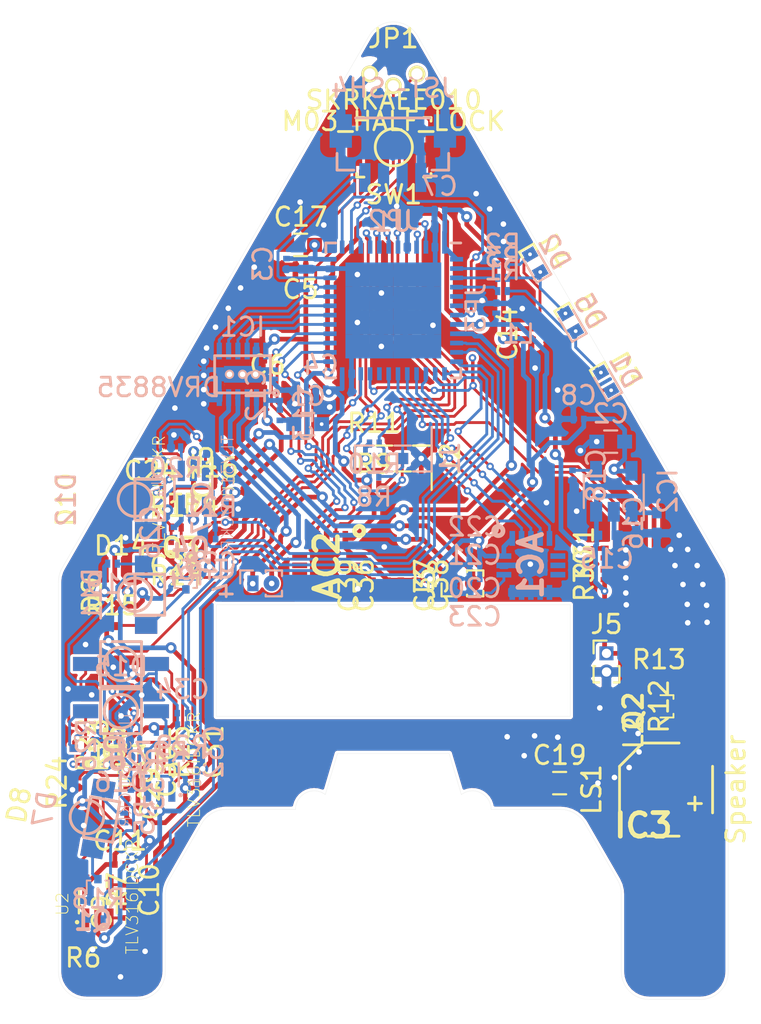
<source format=kicad_pcb>
(kicad_pcb (version 4) (host pcbnew 4.0.7)
  (layers (0 F.Cu signal) (1 In1.Cu signal) (2 In2.Cu signal) (31 B.Cu signal) (34 B.Paste user) (35 F.Paste user) (36 B.SilkS user) (37 F.SilkS user) (38 B.Mask user hide) (39 F.Mask user hide) (44 Edge.Cuts user))
  (net 0 "")
  (net 1 VDD)
  (net 2 /MCU/IMU1_SCK)
  (net 3 /MCU/IMU1_MOSI)
  (net 4 /MCU/IMU1_MISO)
  (net 5 /MCU/IMU1_NSS)
  (net 6 GND)
  (net 7 "Net-(AC1-Pad14)")
  (net 8 /MCU/IMU2_SCK)
  (net 9 /MCU/IMU2_MOSI)
  (net 10 /MCU/IMU2_MISO)
  (net 11 /MCU/IMU2_NSS)
  (net 12 "Net-(AC2-Pad14)")
  (net 13 "Net-(C1-Pad1)")
  (net 14 "Net-(C9-Pad1)")
  (net 15 "Net-(C10-Pad2)")
  (net 16 /OpticalSensor_FRONT/IR_SENS)
  (net 17 VDDA)
  (net 18 GNDA)
  (net 19 +5V)
  (net 20 +BATT)
  (net 21 "Net-(C18-Pad2)")
  (net 22 "Net-(C24-Pad1)")
  (net 23 "Net-(C24-Pad2)")
  (net 24 /OpticalSensor_IRLB/IR_SENS)
  (net 25 "Net-(C27-Pad1)")
  (net 26 "Net-(C27-Pad2)")
  (net 27 /OpticalSensor_IRRB/IR_SENS)
  (net 28 "Net-(C30-Pad1)")
  (net 29 "Net-(C30-Pad2)")
  (net 30 /OpticalSensor_IRRF/IR_SENS)
  (net 31 "Net-(C33-Pad1)")
  (net 32 "Net-(C33-Pad2)")
  (net 33 /OpticalSensor_IRLF/IR_SENS)
  (net 34 "Net-(D1-Pad2)")
  (net 35 "Net-(D1-Pad1)")
  (net 36 "Net-(D2-Pad1)")
  (net 37 "Net-(D7-Pad1)")
  (net 38 "Net-(D7-Pad2)")
  (net 39 "Net-(D8-Pad1)")
  (net 40 "Net-(D9-Pad1)")
  (net 41 "Net-(D9-Pad2)")
  (net 42 "Net-(D10-Pad1)")
  (net 43 "Net-(D11-Pad1)")
  (net 44 "Net-(D11-Pad2)")
  (net 45 "Net-(D12-Pad1)")
  (net 46 "Net-(D13-Pad1)")
  (net 47 "Net-(D13-Pad2)")
  (net 48 "Net-(D14-Pad1)")
  (net 49 "Net-(D15-Pad1)")
  (net 50 "Net-(D15-Pad2)")
  (net 51 "Net-(D16-Pad1)")
  (net 52 "Net-(IC1-Pad4)")
  (net 53 "Net-(IC1-Pad3)")
  (net 54 "Net-(IC1-Pad5)")
  (net 55 "Net-(IC1-Pad2)")
  (net 56 /MCU/MOTOR_LB)
  (net 57 /MCU/MOTOR_LA)
  (net 58 /MCU/MOTOR_RA)
  (net 59 /MCU/MOTOR_RB)
  (net 60 "Net-(IC3-PadB1)")
  (net 61 /Motor_L/ENCRB)
  (net 62 /Motor_L/ENCRA)
  (net 63 /Motor_L/ENCLB)
  (net 64 /Motor_L/ENCLA)
  (net 65 /MCU/USART_MISO)
  (net 66 /MCU/USART_MOSI)
  (net 67 /MCU/NRST)
  (net 68 /MCU/SWCLK)
  (net 69 /MCU/SWDIO)
  (net 70 "Net-(LS1-Pad1)")
  (net 71 "Net-(LS1-Pad2)")
  (net 72 /MCU/IRLED2)
  (net 73 /Buzzer/BUZZER)
  (net 74 /MCU/IRLED1)
  (net 75 /MCU/UI_LED1)
  (net 76 /MCU/UI_LED2)
  (net 77 /MCU/UI_LED3)
  (net 78 "Net-(R30-Pad2)")
  (net 79 /MCU/UI_SWITCH)
  (module Housings_DFN_QFN:QFN-48-1EP_7x7mm_Pitch0.5mm (layer B.Cu) (at 206.375 136.525 180)
    (fp_text reference U1 (at 0 4.75 180) (layer B.SilkS) (effects (justify mirror)))
    (fp_text value STM32F411CEUx)
    (pad 1 smd rect (at -3.4 2.75 180) (size 0.7 0.25) (layers B.Cu B.Paste B.Mask) (net 1 VDD))
    (pad 2 smd rect (at -3.4 2.25 180) (size 0.7 0.25) (layers B.Cu B.Paste B.Mask) (net 75 /MCU/UI_LED1))
    (pad 3 smd rect (at -3.4 1.75 180) (size 0.7 0.25) (layers B.Cu B.Paste B.Mask) (net 76 /MCU/UI_LED2))
    (pad 4 smd rect (at -3.4 1.25 180) (size 0.7 0.25) (layers B.Cu B.Paste B.Mask) (net 77 /MCU/UI_LED3))
    (pad 5 smd rect (at -3.4 0.75 180) (size 0.7 0.25) (layers B.Cu B.Paste B.Mask))
    (pad 6 smd rect (at -3.4 0.25 180) (size 0.7 0.25) (layers B.Cu B.Paste B.Mask))
    (pad 7 smd rect (at -3.4 -0.25 180) (size 0.7 0.25) (layers B.Cu B.Paste B.Mask) (net 67 /MCU/NRST))
    (pad 8 smd rect (at -3.4 -0.75 180) (size 0.7 0.25) (layers B.Cu B.Paste B.Mask) (net 18 GNDA))
    (pad 9 smd rect (at -3.4 -1.25 180) (size 0.7 0.25) (layers B.Cu B.Paste B.Mask) (net 17 VDDA))
    (pad 10 smd rect (at -3.4 -1.75 180) (size 0.7 0.25) (layers B.Cu B.Paste B.Mask) (net 30 /OpticalSensor_IRRF/IR_SENS))
    (pad 11 smd rect (at -3.4 -2.25 180) (size 0.7 0.25) (layers B.Cu B.Paste B.Mask) (net 33 /OpticalSensor_IRLF/IR_SENS))
    (pad 12 smd rect (at -3.4 -2.75 180) (size 0.7 0.25) (layers B.Cu B.Paste B.Mask) (net 27 /OpticalSensor_IRRB/IR_SENS))
    (pad 13 smd rect (at -2.75 -3.4 90) (size 0.7 0.25) (layers B.Cu B.Paste B.Mask) (net 24 /OpticalSensor_IRLB/IR_SENS))
    (pad 14 smd rect (at -2.25 -3.4 90) (size 0.7 0.25) (layers B.Cu B.Paste B.Mask) (net 5 /MCU/IMU1_NSS))
    (pad 15 smd rect (at -1.75 -3.4 90) (size 0.7 0.25) (layers B.Cu B.Paste B.Mask) (net 2 /MCU/IMU1_SCK))
    (pad 16 smd rect (at -1.25 -3.4 90) (size 0.7 0.25) (layers B.Cu B.Paste B.Mask) (net 4 /MCU/IMU1_MISO))
    (pad 17 smd rect (at -0.75 -3.4 90) (size 0.7 0.25) (layers B.Cu B.Paste B.Mask) (net 3 /MCU/IMU1_MOSI))
    (pad 18 smd rect (at -0.25 -3.4 90) (size 0.7 0.25) (layers B.Cu B.Paste B.Mask) (net 78 "Net-(R30-Pad2)"))
    (pad 19 smd rect (at 0.25 -3.4 90) (size 0.7 0.25) (layers B.Cu B.Paste B.Mask) (net 16 /OpticalSensor_FRONT/IR_SENS))
    (pad 20 smd rect (at 0.75 -3.4 90) (size 0.7 0.25) (layers B.Cu B.Paste B.Mask))
    (pad 21 smd rect (at 1.25 -3.4 90) (size 0.7 0.25) (layers B.Cu B.Paste B.Mask) (net 73 /Buzzer/BUZZER))
    (pad 22 smd rect (at 1.75 -3.4 90) (size 0.7 0.25) (layers B.Cu B.Paste B.Mask) (net 13 "Net-(C1-Pad1)"))
    (pad 23 smd rect (at 2.25 -3.4 90) (size 0.7 0.25) (layers B.Cu B.Paste B.Mask) (net 6 GND))
    (pad 24 smd rect (at 2.75 -3.4 90) (size 0.7 0.25) (layers B.Cu B.Paste B.Mask) (net 1 VDD))
    (pad 25 smd rect (at 3.4 -2.75 180) (size 0.7 0.25) (layers B.Cu B.Paste B.Mask) (net 11 /MCU/IMU2_NSS))
    (pad 26 smd rect (at 3.4 -2.25 180) (size 0.7 0.25) (layers B.Cu B.Paste B.Mask) (net 8 /MCU/IMU2_SCK))
    (pad 27 smd rect (at 3.4 -1.75 180) (size 0.7 0.25) (layers B.Cu B.Paste B.Mask) (net 10 /MCU/IMU2_MISO))
    (pad 28 smd rect (at 3.4 -1.25 180) (size 0.7 0.25) (layers B.Cu B.Paste B.Mask) (net 9 /MCU/IMU2_MOSI))
    (pad 29 smd rect (at 3.4 -0.75 180) (size 0.7 0.25) (layers B.Cu B.Paste B.Mask) (net 58 /MCU/MOTOR_RA))
    (pad 30 smd rect (at 3.4 -0.25 180) (size 0.7 0.25) (layers B.Cu B.Paste B.Mask) (net 59 /MCU/MOTOR_RB))
    (pad 31 smd rect (at 3.4 0.25 180) (size 0.7 0.25) (layers B.Cu B.Paste B.Mask) (net 57 /MCU/MOTOR_LA))
    (pad 32 smd rect (at 3.4 0.75 180) (size 0.7 0.25) (layers B.Cu B.Paste B.Mask) (net 56 /MCU/MOTOR_LB))
    (pad 33 smd rect (at 3.4 1.25 180) (size 0.7 0.25) (layers B.Cu B.Paste B.Mask) (net 79 /MCU/UI_SWITCH))
    (pad 34 smd rect (at 3.4 1.75 180) (size 0.7 0.25) (layers B.Cu B.Paste B.Mask) (net 69 /MCU/SWDIO))
    (pad 35 smd rect (at 3.4 2.25 180) (size 0.7 0.25) (layers B.Cu B.Paste B.Mask) (net 6 GND))
    (pad 36 smd rect (at 3.4 2.75 180) (size 0.7 0.25) (layers B.Cu B.Paste B.Mask) (net 1 VDD))
    (pad 37 smd rect (at 2.75 3.4 90) (size 0.7 0.25) (layers B.Cu B.Paste B.Mask) (net 68 /MCU/SWCLK))
    (pad 38 smd rect (at 2.25 3.4 90) (size 0.7 0.25) (layers B.Cu B.Paste B.Mask) (net 66 /MCU/USART_MOSI))
    (pad 39 smd rect (at 1.75 3.4 90) (size 0.7 0.25) (layers B.Cu B.Paste B.Mask) (net 65 /MCU/USART_MISO))
    (pad 40 smd rect (at 1.25 3.4 90) (size 0.7 0.25) (layers B.Cu B.Paste B.Mask) (net 64 /Motor_L/ENCLA))
    (pad 41 smd rect (at 0.75 3.4 90) (size 0.7 0.25) (layers B.Cu B.Paste B.Mask) (net 63 /Motor_L/ENCLB))
    (pad 42 smd rect (at 0.25 3.4 90) (size 0.7 0.25) (layers B.Cu B.Paste B.Mask) (net 61 /Motor_L/ENCRB))
    (pad 43 smd rect (at -0.25 3.4 90) (size 0.7 0.25) (layers B.Cu B.Paste B.Mask) (net 62 /Motor_L/ENCRA))
    (pad 44 smd rect (at -0.75 3.4 90) (size 0.7 0.25) (layers B.Cu B.Paste B.Mask) (net 6 GND))
    (pad 45 smd rect (at -1.25 3.4 90) (size 0.7 0.25) (layers B.Cu B.Paste B.Mask) (net 74 /MCU/IRLED1))
    (pad 46 smd rect (at -1.75 3.4 90) (size 0.7 0.25) (layers B.Cu B.Paste B.Mask) (net 72 /MCU/IRLED2))
    (pad 47 smd rect (at -2.25 3.4 90) (size 0.7 0.25) (layers B.Cu B.Paste B.Mask) (net 6 GND))
    (pad 48 smd rect (at -2.75 3.4 90) (size 0.7 0.25) (layers B.Cu B.Paste B.Mask) (net 1 VDD))
    (pad 49 smd rect (at 1.93125 -1.93125 180) (size 1.2875 1.2875) (layers B.Cu B.Paste B.Mask) (net 6 GND))
    (pad 49 smd rect (at 1.93125 -0.64375 180) (size 1.2875 1.2875) (layers B.Cu B.Paste B.Mask) (net 6 GND))
    (pad 49 smd rect (at 1.93125 0.64375 180) (size 1.2875 1.2875) (layers B.Cu B.Paste B.Mask) (net 6 GND))
    (pad 49 smd rect (at 1.93125 1.93125 180) (size 1.2875 1.2875) (layers B.Cu B.Paste B.Mask) (net 6 GND))
    (pad 49 smd rect (at 0.64375 -1.93125 180) (size 1.2875 1.2875) (layers B.Cu B.Paste B.Mask) (net 6 GND))
    (pad 49 smd rect (at 0.64375 -0.64375 180) (size 1.2875 1.2875) (layers B.Cu B.Paste B.Mask) (net 6 GND))
    (pad 49 smd rect (at 0.64375 0.64375 180) (size 1.2875 1.2875) (layers B.Cu B.Paste B.Mask) (net 6 GND))
    (pad 49 smd rect (at 0.64375 1.93125 180) (size 1.2875 1.2875) (layers B.Cu B.Paste B.Mask) (net 6 GND))
    (pad 49 smd rect (at -0.64375 -1.93125 180) (size 1.2875 1.2875) (layers B.Cu B.Paste B.Mask) (net 6 GND))
    (pad 49 smd rect (at -0.64375 -0.64375 180) (size 1.2875 1.2875) (layers B.Cu B.Paste B.Mask) (net 6 GND))
    (pad 49 smd rect (at -0.64375 0.64375 180) (size 1.2875 1.2875) (layers B.Cu B.Paste B.Mask) (net 6 GND))
    (pad 49 smd rect (at -0.64375 1.93125 180) (size 1.2875 1.2875) (layers B.Cu B.Paste B.Mask) (net 6 GND))
    (pad 49 smd rect (at -1.93125 -1.93125 180) (size 1.2875 1.2875) (layers B.Cu B.Paste B.Mask) (net 6 GND))
    (pad 49 smd rect (at -1.93125 -0.64375 180) (size 1.2875 1.2875) (layers B.Cu B.Paste B.Mask) (net 6 GND))
    (pad 49 smd rect (at -1.93125 0.64375 180) (size 1.2875 1.2875) (layers B.Cu B.Paste B.Mask) (net 6 GND))
    (pad 49 smd rect (at -1.93125 1.93125 180) (size 1.2875 1.2875) (layers B.Cu B.Paste B.Mask) (net 6 GND))
  )
  (module Resistors_SMD:R_0201_NoSilk (layer B.Cu) (at 213.1018 138.8862 180)
    (fp_text reference L1 (at 0 1.1 180) (layer B.SilkS) (effects (justify mirror)))
    (fp_text value 10Z)
    (pad 1 smd rect (at -0.26 0 180) (size 0.28 0.43) (layers B.Cu B.Paste B.Mask) (net 1 VDD))
    (pad 2 smd rect (at 0.26 0 180) (size 0.28 0.43) (layers B.Cu B.Paste B.Mask) (net 17 VDDA))
  )
  (module Vishay_OPTO:VSMB294008G (layer F.Cu) (at 191.7406 158.0478)
    (fp_text reference D13 (at 0 2.4) (layer F.SilkS))
    (fp_text value VSMB294008G)
    (pad 1 smd rect (at -1.9 0) (size 1.35 0.75) (layers F.Cu F.Paste F.Mask) (net 46 "Net-(D13-Pad1)"))
    (pad 2 smd rect (at 1.9 0) (size 1.35 0.75) (layers F.Cu F.Paste F.Mask) (net 47 "Net-(D13-Pad2)"))
  )
  (module Capacitors_SMD:C_0201_NoSilk (layer F.Cu) (at 201.3926 134.121 180)
    (fp_text reference C5 (at 0 -1.27 180) (layer F.SilkS))
    (fp_text value 0.1u)
    (pad 1 smd rect (at -0.28 0 180) (size 0.3 0.35) (layers F.Cu F.Paste F.Mask) (net 1 VDD))
    (pad 2 smd rect (at 0.28 0 180) (size 0.3 0.35) (layers F.Cu F.Paste F.Mask) (net 6 GND))
  )
  (module misc:SOT-723 (layer F.Cu) (at 189.7686 160.0354 90)
    (fp_text reference Q5 (at 0.254 1.651 90) (layer F.SilkS) (effects (font (size 1.016 1.016) (thickness 0.2032))))
    (fp_text value NTK3134NT1G)
    (pad 1 smd rect (at -0.4 0.575 90) (size 0.4 0.45) (layers F.Cu F.Paste F.Mask) (net 74 /MCU/IRLED1))
    (pad 2 smd rect (at 0.4 0.575 90) (size 0.4 0.45) (layers F.Cu F.Paste F.Mask) (net 6 GND))
    (pad 3 smd rect (at 0 -0.575 90) (size 0.4 0.45) (layers F.Cu F.Paste F.Mask) (net 46 "Net-(D13-Pad1)"))
  )
  (module Resistors_SMD:R_0201_NoSilk (layer B.Cu) (at 190.9786 159.8766 270)
    (fp_text reference R26 (at 0 1.1 270) (layer B.SilkS) (effects (justify mirror)))
    (fp_text value 47k)
    (pad 1 smd rect (at -0.26 0 270) (size 0.28 0.43) (layers B.Cu B.Paste B.Mask) (net 74 /MCU/IRLED1))
    (pad 2 smd rect (at 0.26 0 270) (size 0.28 0.43) (layers B.Cu B.Paste B.Mask) (net 6 GND))
  )
  (module Capacitors_SMD:C_0201_NoSilk (layer B.Cu) (at 200.275 141.0806 270)
    (fp_text reference C12 (at 0 1.27 270) (layer B.SilkS) (effects (justify mirror)))
    (fp_text value 0.1u)
    (pad 1 smd rect (at -0.28 0 270) (size 0.3 0.35) (layers B.Cu B.Paste B.Mask) (net 6 GND))
    (pad 2 smd rect (at 0.28 0 270) (size 0.3 0.35) (layers B.Cu B.Paste B.Mask) (net 19 +5V))
  )
  (module Resistors_SMD:R_0201_NoSilk (layer F.Cu) (at 191.639 159.8766 90)
    (fp_text reference R23 (at 0 -1.1 90) (layer F.SilkS))
    (fp_text value 20)
    (pad 1 smd rect (at -0.26 0 90) (size 0.28 0.43) (layers F.Cu F.Paste F.Mask) (net 19 +5V))
    (pad 2 smd rect (at 0.26 0 90) (size 0.28 0.43) (layers F.Cu F.Paste F.Mask) (net 47 "Net-(D13-Pad2)"))
  )
  (module Resistors_SMD:R_0201_NoSilk (layer B.Cu) (at 195.0426 158.8098)
    (fp_text reference R29 (at 0 1.1) (layer B.SilkS) (effects (justify mirror)))
    (fp_text value 1M)
    (pad 1 smd rect (at -0.26 0) (size 0.28 0.43) (layers B.Cu B.Paste B.Mask) (net 32 "Net-(C33-Pad2)"))
    (pad 2 smd rect (at 0.26 0) (size 0.28 0.43) (layers B.Cu B.Paste B.Mask) (net 33 /OpticalSensor_IRLF/IR_SENS))
  )
  (module misc:SOT-723 (layer F.Cu) (at 195.2244 150.9268 180)
    (fp_text reference Q3 (at 0.254 1.651 180) (layer F.SilkS) (effects (font (size 1.016 1.016) (thickness 0.2032))))
    (fp_text value NTK3134NT1G)
    (pad 1 smd rect (at -0.4 0.575 180) (size 0.4 0.45) (layers F.Cu F.Paste F.Mask) (net 72 /MCU/IRLED2))
    (pad 2 smd rect (at 0.4 0.575 180) (size 0.4 0.45) (layers F.Cu F.Paste F.Mask) (net 6 GND))
    (pad 3 smd rect (at 0 -0.575 180) (size 0.4 0.45) (layers F.Cu F.Paste F.Mask) (net 40 "Net-(D9-Pad1)"))
  )
  (module Pin_Headers:Pin_Header_Straight_1x02_Pitch1.00mm (layer F.Cu) (at 209.6516 151.1808 90)
    (fp_text reference J3 (at 0 -1.56 90) (layer F.SilkS))
    (fp_text value Conn_01x02)
    (pad 1 smd rect (at 0 0 90) (size 0.85 0.6) (layers F.Cu F.Paste F.Mask) (net 53 "Net-(IC1-Pad3)"))
    (pad 2 smd oval (at 0 1 90) (size 0.85 0.85) (layers F.Cu F.Paste F.Mask) (net 55 "Net-(IC1-Pad2)"))
  )
  (module ICM-20602:QFN50P300X300X75-16N (layer B.Cu) (at 213.7664 150.2156 270)
    (fp_text reference AC1 (at 0 0 270) (layer B.SilkS) (effects (font (size 1.27 1.27) (thickness 0.254)) (justify mirror)))
    (fp_text value ICM-20602 hide)
    (pad 1 smd rect (at -1.45 1 180) (size 0.3 0.8) (layers B.Cu B.Paste B.Mask) (net 1 VDD))
    (pad 2 smd rect (at -1.45 0.5 180) (size 0.3 0.8) (layers B.Cu B.Paste B.Mask) (net 2 /MCU/IMU1_SCK))
    (pad 3 smd rect (at -1.45 0 180) (size 0.3 0.8) (layers B.Cu B.Paste B.Mask) (net 3 /MCU/IMU1_MOSI))
    (pad 4 smd rect (at -1.45 -0.5 180) (size 0.3 0.8) (layers B.Cu B.Paste B.Mask) (net 4 /MCU/IMU1_MISO))
    (pad 5 smd rect (at -1.45 -1 180) (size 0.3 0.8) (layers B.Cu B.Paste B.Mask) (net 5 /MCU/IMU1_NSS))
    (pad 6 smd rect (at -0.5 -1.45 270) (size 0.3 0.8) (layers B.Cu B.Paste B.Mask))
    (pad 7 smd rect (at 0 -1.45 270) (size 0.3 0.8) (layers B.Cu B.Paste B.Mask))
    (pad 8 smd rect (at 0.5 -1.45 270) (size 0.3 0.8) (layers B.Cu B.Paste B.Mask))
    (pad 9 smd rect (at 1.45 -1 180) (size 0.3 0.8) (layers B.Cu B.Paste B.Mask) (net 6 GND))
    (pad 10 smd rect (at 1.45 -0.5 180) (size 0.3 0.8) (layers B.Cu B.Paste B.Mask) (net 6 GND))
    (pad 11 smd rect (at 1.45 0 180) (size 0.3 0.8) (layers B.Cu B.Paste B.Mask) (net 6 GND))
    (pad 12 smd rect (at 1.45 0.5 180) (size 0.3 0.8) (layers B.Cu B.Paste B.Mask) (net 6 GND))
    (pad 13 smd rect (at 1.45 1 180) (size 0.3 0.8) (layers B.Cu B.Paste B.Mask) (net 6 GND))
    (pad 14 smd rect (at 0.5 1.45 270) (size 0.3 0.8) (layers B.Cu B.Paste B.Mask) (net 7 "Net-(AC1-Pad14)"))
    (pad 15 smd rect (at 0 1.45 270) (size 0.3 0.8) (layers B.Cu B.Paste B.Mask) (net 6 GND))
    (pad 16 smd rect (at -0.5 1.45 270) (size 0.3 0.8) (layers B.Cu B.Paste B.Mask) (net 1 VDD))
  )
  (module ICM-20602:QFN50P300X300X75-16N (layer F.Cu) (at 202.7936 150.2156 270)
    (fp_text reference AC2 (at 0 0 270) (layer F.SilkS) (effects (font (size 1.27 1.27) (thickness 0.254))))
    (fp_text value ICM-20602 hide)
    (pad 1 smd rect (at -1.45 -1) (size 0.3 0.8) (layers F.Cu F.Paste F.Mask) (net 1 VDD))
    (pad 2 smd rect (at -1.45 -0.5) (size 0.3 0.8) (layers F.Cu F.Paste F.Mask) (net 8 /MCU/IMU2_SCK))
    (pad 3 smd rect (at -1.45 0) (size 0.3 0.8) (layers F.Cu F.Paste F.Mask) (net 9 /MCU/IMU2_MOSI))
    (pad 4 smd rect (at -1.45 0.5) (size 0.3 0.8) (layers F.Cu F.Paste F.Mask) (net 10 /MCU/IMU2_MISO))
    (pad 5 smd rect (at -1.45 1) (size 0.3 0.8) (layers F.Cu F.Paste F.Mask) (net 11 /MCU/IMU2_NSS))
    (pad 6 smd rect (at -0.5 1.45 270) (size 0.3 0.8) (layers F.Cu F.Paste F.Mask))
    (pad 7 smd rect (at 0 1.45 270) (size 0.3 0.8) (layers F.Cu F.Paste F.Mask))
    (pad 8 smd rect (at 0.5 1.45 270) (size 0.3 0.8) (layers F.Cu F.Paste F.Mask))
    (pad 9 smd rect (at 1.45 1) (size 0.3 0.8) (layers F.Cu F.Paste F.Mask) (net 6 GND))
    (pad 10 smd rect (at 1.45 0.5) (size 0.3 0.8) (layers F.Cu F.Paste F.Mask) (net 6 GND))
    (pad 11 smd rect (at 1.45 0) (size 0.3 0.8) (layers F.Cu F.Paste F.Mask) (net 6 GND))
    (pad 12 smd rect (at 1.45 -0.5) (size 0.3 0.8) (layers F.Cu F.Paste F.Mask) (net 6 GND))
    (pad 13 smd rect (at 1.45 -1) (size 0.3 0.8) (layers F.Cu F.Paste F.Mask) (net 6 GND))
    (pad 14 smd rect (at 0.5 -1.45 270) (size 0.3 0.8) (layers F.Cu F.Paste F.Mask) (net 12 "Net-(AC2-Pad14)"))
    (pad 15 smd rect (at 0 -1.45 270) (size 0.3 0.8) (layers F.Cu F.Paste F.Mask) (net 6 GND))
    (pad 16 smd rect (at -0.5 -1.45 270) (size 0.3 0.8) (layers F.Cu F.Paste F.Mask) (net 1 VDD))
  )
  (module Capacitors_SMD:C_0603 (layer B.Cu) (at 201.7736 142.63 180)
    (fp_text reference C1 (at 0 1.5 180) (layer B.SilkS) (effects (justify mirror)))
    (fp_text value 4.7u)
    (pad 2 smd rect (at 0.75 0 180) (size 0.8 0.75) (layers B.Cu B.Paste B.Mask) (net 6 GND))
    (pad 1 smd rect (at -0.75 0 180) (size 0.8 0.75) (layers B.Cu B.Paste B.Mask) (net 13 "Net-(C1-Pad1)"))
  )
  (module Capacitors_SMD:C_0603 (layer B.Cu) (at 218.055 143.5698 180)
    (fp_text reference C2 (at 0 1.5 180) (layer B.SilkS) (effects (justify mirror)))
    (fp_text value 4.7u)
    (pad 2 smd rect (at 0.75 0 180) (size 0.8 0.75) (layers B.Cu B.Paste B.Mask) (net 6 GND))
    (pad 1 smd rect (at -0.75 0 180) (size 0.8 0.75) (layers B.Cu B.Paste B.Mask) (net 1 VDD))
  )
  (module Capacitors_SMD:C_0201_NoSilk (layer B.Cu) (at 200.6306 134.0194 270)
    (fp_text reference C3 (at 0 1.27 270) (layer B.SilkS) (effects (justify mirror)))
    (fp_text value 0.1u)
    (pad 1 smd rect (at -0.28 0 270) (size 0.3 0.35) (layers B.Cu B.Paste B.Mask) (net 1 VDD))
    (pad 2 smd rect (at 0.28 0 270) (size 0.3 0.35) (layers B.Cu B.Paste B.Mask) (net 6 GND))
  )
  (module Capacitors_SMD:C_0201_NoSilk (layer B.Cu) (at 202.4594 140.725 180)
    (fp_text reference C4 (at 0 1.27 180) (layer B.SilkS) (effects (justify mirror)))
    (fp_text value 0.1u)
    (pad 1 smd rect (at -0.28 0 180) (size 0.3 0.35) (layers B.Cu B.Paste B.Mask) (net 1 VDD))
    (pad 2 smd rect (at 0.28 0 180) (size 0.3 0.35) (layers B.Cu B.Paste B.Mask) (net 6 GND))
  )
  (module Capacitors_SMD:C_0201_NoSilk (layer F.Cu) (at 199.6146 138.185 180)
    (fp_text reference C6 (at 0 -1.27 180) (layer F.SilkS))
    (fp_text value 0.1u)
    (pad 1 smd rect (at -0.28 0 180) (size 0.3 0.35) (layers F.Cu F.Paste F.Mask) (net 1 VDD))
    (pad 2 smd rect (at 0.28 0 180) (size 0.3 0.35) (layers F.Cu F.Paste F.Mask) (net 6 GND))
  )
  (module Capacitors_SMD:C_0201_NoSilk (layer B.Cu) (at 208.8602 131.1238 180)
    (fp_text reference C7 (at 0 1.27 180) (layer B.SilkS) (effects (justify mirror)))
    (fp_text value 0.1u)
    (pad 1 smd rect (at -0.28 0 180) (size 0.3 0.35) (layers B.Cu B.Paste B.Mask) (net 1 VDD))
    (pad 2 smd rect (at 0.28 0 180) (size 0.3 0.35) (layers B.Cu B.Paste B.Mask) (net 6 GND))
  )
  (module Capacitors_SMD:C_0201_NoSilk (layer B.Cu) (at 216.3278 142.3506 180)
    (fp_text reference C8 (at 0 1.27 180) (layer B.SilkS) (effects (justify mirror)))
    (fp_text value 0.1u)
    (pad 1 smd rect (at -0.28 0 180) (size 0.3 0.35) (layers B.Cu B.Paste B.Mask) (net 1 VDD))
    (pad 2 smd rect (at 0.28 0 180) (size 0.3 0.35) (layers B.Cu B.Paste B.Mask) (net 6 GND))
  )
  (module Capacitors_SMD:C_0201_NoSilk (layer F.Cu) (at 191.9946 168.8682 90)
    (fp_text reference C9 (at 0 -1.27 90) (layer F.SilkS))
    (fp_text value "0.01u(NC)")
    (pad 1 smd rect (at -0.28 0 90) (size 0.3 0.35) (layers F.Cu F.Paste F.Mask) (net 14 "Net-(C9-Pad1)"))
    (pad 2 smd rect (at 0.28 0 90) (size 0.3 0.35) (layers F.Cu F.Paste F.Mask) (net 15 "Net-(C10-Pad2)"))
  )
  (module Capacitors_SMD:C_0201_NoSilk (layer F.Cu) (at 191.9946 167.649 270)
    (fp_text reference C10 (at 0 -1.27 270) (layer F.SilkS))
    (fp_text value 22p)
    (pad 1 smd rect (at -0.28 0 270) (size 0.3 0.35) (layers F.Cu F.Paste F.Mask) (net 16 /OpticalSensor_FRONT/IR_SENS))
    (pad 2 smd rect (at 0.28 0 270) (size 0.3 0.35) (layers F.Cu F.Paste F.Mask) (net 15 "Net-(C10-Pad2)"))
  )
  (module Capacitors_SMD:C_0201_NoSilk (layer F.Cu) (at 191.6898 166.2774)
    (fp_text reference C11 (at 0 -1.27) (layer F.SilkS))
    (fp_text value 0.1u)
    (pad 1 smd rect (at -0.28 0) (size 0.3 0.35) (layers F.Cu F.Paste F.Mask) (net 17 VDDA))
    (pad 2 smd rect (at 0.28 0) (size 0.3 0.35) (layers F.Cu F.Paste F.Mask) (net 18 GNDA))
  )
  (module Capacitors_SMD:C_0201_NoSilk (layer B.Cu) (at 200.275 142.1474 90)
    (fp_text reference C13 (at 0 1.27 90) (layer B.SilkS) (effects (justify mirror)))
    (fp_text value 22u)
    (pad 1 smd rect (at -0.28 0 90) (size 0.3 0.35) (layers B.Cu B.Paste B.Mask) (net 6 GND))
    (pad 2 smd rect (at 0.28 0 90) (size 0.3 0.35) (layers B.Cu B.Paste B.Mask) (net 19 +5V))
  )
  (module Capacitors_SMD:C_0201_NoSilk (layer F.Cu) (at 213.7878 137.7786 90)
    (fp_text reference C14 (at 0 -1.27 90) (layer F.SilkS))
    (fp_text value 0.1u)
    (pad 1 smd rect (at -0.28 0 90) (size 0.3 0.35) (layers F.Cu F.Paste F.Mask) (net 6 GND))
    (pad 2 smd rect (at 0.28 0 90) (size 0.3 0.35) (layers F.Cu F.Paste F.Mask) (net 1 VDD))
  )
  (module Capacitors_SMD:C_0402_NoSilk (layer B.Cu) (at 217.8518 148.599)
    (fp_text reference C15 (at 0 1.27) (layer B.SilkS) (effects (justify mirror)))
    (fp_text value 2.2u)
    (pad 1 smd rect (at -0.55 0) (size 0.6 0.5) (layers B.Cu B.Paste B.Mask) (net 20 +BATT))
    (pad 2 smd rect (at 0.55 0) (size 0.6 0.5) (layers B.Cu B.Paste B.Mask) (net 6 GND))
  )
  (module Capacitors_SMD:C_0402_NoSilk (layer B.Cu) (at 220.5442 147.9386 270)
    (fp_text reference C16 (at 0 1.27 270) (layer B.SilkS) (effects (justify mirror)))
    (fp_text value 1u)
    (pad 1 smd rect (at -0.55 0 270) (size 0.6 0.5) (layers B.Cu B.Paste B.Mask) (net 20 +BATT))
    (pad 2 smd rect (at 0.55 0 270) (size 0.6 0.5) (layers B.Cu B.Paste B.Mask) (net 6 GND))
  )
  (module Capacitors_SMD:C_0603 (layer F.Cu) (at 201.3926 133.0034)
    (fp_text reference C17 (at 0 -1.5) (layer F.SilkS))
    (fp_text value 10u)
    (pad 2 smd rect (at 0.75 0) (size 0.8 0.75) (layers F.Cu F.Paste F.Mask) (net 1 VDD))
    (pad 1 smd rect (at -0.75 0) (size 0.8 0.75) (layers F.Cu F.Paste F.Mask) (net 6 GND))
  )
  (module Capacitors_SMD:C_0201_NoSilk (layer B.Cu) (at 216.0016 145.3896 90)
    (fp_text reference C18 (at 0 1.27 90) (layer B.SilkS) (effects (justify mirror)))
    (fp_text value 0.01u)
    (pad 1 smd rect (at -0.28 0 90) (size 0.3 0.35) (layers B.Cu B.Paste B.Mask) (net 6 GND))
    (pad 2 smd rect (at 0.28 0 90) (size 0.3 0.35) (layers B.Cu B.Paste B.Mask) (net 21 "Net-(C18-Pad2)"))
  )
  (module Capacitors_SMD:C_0603 (layer F.Cu) (at 215.3118 161.9086)
    (fp_text reference C19 (at 0 -1.5) (layer F.SilkS))
    (fp_text value 4.7u)
    (pad 2 smd rect (at 0.75 0) (size 0.8 0.75) (layers F.Cu F.Paste F.Mask) (net 6 GND))
    (pad 1 smd rect (at -0.75 0) (size 0.8 0.75) (layers F.Cu F.Paste F.Mask) (net 19 +5V))
  )
  (module Capacitors_SMD:C_0201_NoSilk (layer B.Cu) (at 210.7398 150.1738)
    (fp_text reference C20 (at 0 1.27) (layer B.SilkS) (effects (justify mirror)))
    (fp_text value 0.01u)
    (pad 1 smd rect (at -0.28 0) (size 0.3 0.35) (layers B.Cu B.Paste B.Mask) (net 6 GND))
    (pad 2 smd rect (at 0.28 0) (size 0.3 0.35) (layers B.Cu B.Paste B.Mask) (net 1 VDD))
  )
  (module Capacitors_SMD:C_0201_NoSilk (layer B.Cu) (at 210.7398 150.9358 180)
    (fp_text reference C21 (at 0 1.27 180) (layer B.SilkS) (effects (justify mirror)))
    (fp_text value 0.1u)
    (pad 1 smd rect (at -0.28 0 180) (size 0.3 0.35) (layers B.Cu B.Paste B.Mask) (net 1 VDD))
    (pad 2 smd rect (at 0.28 0 180) (size 0.3 0.35) (layers B.Cu B.Paste B.Mask) (net 6 GND))
  )
  (module Capacitors_SMD:C_0201_NoSilk (layer B.Cu) (at 210.7398 149.4118 180)
    (fp_text reference C22 (at 0 1.27 180) (layer B.SilkS) (effects (justify mirror)))
    (fp_text value 2.2u)
    (pad 1 smd rect (at -0.28 0 180) (size 0.3 0.35) (layers B.Cu B.Paste B.Mask) (net 1 VDD))
    (pad 2 smd rect (at 0.28 0 180) (size 0.3 0.35) (layers B.Cu B.Paste B.Mask) (net 6 GND))
  )
  (module Capacitors_SMD:C_0201_NoSilk (layer B.Cu) (at 210.7398 151.6978)
    (fp_text reference C23 (at 0 1.27) (layer B.SilkS) (effects (justify mirror)))
    (fp_text value 0.1u)
    (pad 1 smd rect (at -0.28 0) (size 0.3 0.35) (layers B.Cu B.Paste B.Mask) (net 6 GND))
    (pad 2 smd rect (at 0.28 0) (size 0.3 0.35) (layers B.Cu B.Paste B.Mask) (net 7 "Net-(AC1-Pad14)"))
  )
  (module Capacitors_SMD:C_0201_NoSilk (layer F.Cu) (at 193.3448 143.8656 180)
    (fp_text reference C24 (at 0 -1.27 180) (layer F.SilkS))
    (fp_text value "0.01u(NC)")
    (pad 1 smd rect (at -0.28 0 180) (size 0.3 0.35) (layers F.Cu F.Paste F.Mask) (net 22 "Net-(C24-Pad1)"))
    (pad 2 smd rect (at 0.28 0 180) (size 0.3 0.35) (layers F.Cu F.Paste F.Mask) (net 23 "Net-(C24-Pad2)"))
  )
  (module Capacitors_SMD:C_0201_NoSilk (layer F.Cu) (at 194.7164 148.9456 180)
    (fp_text reference C25 (at 0 -1.27 180) (layer F.SilkS))
    (fp_text value 22p)
    (pad 1 smd rect (at -0.28 0 180) (size 0.3 0.35) (layers F.Cu F.Paste F.Mask) (net 24 /OpticalSensor_IRLB/IR_SENS))
    (pad 2 smd rect (at 0.28 0 180) (size 0.3 0.35) (layers F.Cu F.Paste F.Mask) (net 23 "Net-(C24-Pad2)"))
  )
  (module Capacitors_SMD:C_0201_NoSilk (layer B.Cu) (at 194.5854 148.4466 270)
    (fp_text reference C26 (at 0 1.27 270) (layer B.SilkS) (effects (justify mirror)))
    (fp_text value 0.1u)
    (pad 1 smd rect (at -0.28 0 270) (size 0.3 0.35) (layers B.Cu B.Paste B.Mask) (net 17 VDDA))
    (pad 2 smd rect (at 0.28 0 270) (size 0.3 0.35) (layers B.Cu B.Paste B.Mask) (net 18 GNDA))
  )
  (module Capacitors_SMD:C_0201_NoSilk (layer B.Cu) (at 197.358 147.1168 270)
    (fp_text reference C27 (at 0 1.27 270) (layer B.SilkS) (effects (justify mirror)))
    (fp_text value "0.01u(NC)")
    (pad 1 smd rect (at -0.28 0 270) (size 0.3 0.35) (layers B.Cu B.Paste B.Mask) (net 25 "Net-(C27-Pad1)"))
    (pad 2 smd rect (at 0.28 0 270) (size 0.3 0.35) (layers B.Cu B.Paste B.Mask) (net 26 "Net-(C27-Pad2)"))
  )
  (module Capacitors_SMD:C_0201_NoSilk (layer B.Cu) (at 196.5452 148.8022)
    (fp_text reference C28 (at 0 1.27) (layer B.SilkS) (effects (justify mirror)))
    (fp_text value 22p)
    (pad 1 smd rect (at -0.28 0) (size 0.3 0.35) (layers B.Cu B.Paste B.Mask) (net 27 /OpticalSensor_IRRB/IR_SENS))
    (pad 2 smd rect (at 0.28 0) (size 0.3 0.35) (layers B.Cu B.Paste B.Mask) (net 26 "Net-(C27-Pad2)"))
  )
  (module Capacitors_SMD:C_0201_NoSilk (layer F.Cu) (at 192.0454 162.4674 270)
    (fp_text reference C29 (at 0 -1.27 270) (layer F.SilkS))
    (fp_text value 0.1u)
    (pad 1 smd rect (at -0.28 0 270) (size 0.3 0.35) (layers F.Cu F.Paste F.Mask) (net 17 VDDA))
    (pad 2 smd rect (at 0.28 0 270) (size 0.3 0.35) (layers F.Cu F.Paste F.Mask) (net 18 GNDA))
  )
  (module Capacitors_SMD:C_0201_NoSilk (layer F.Cu) (at 195.449 161.2482 90)
    (fp_text reference C30 (at 0 -1.27 90) (layer F.SilkS))
    (fp_text value "0.01u(NC)")
    (pad 1 smd rect (at -0.28 0 90) (size 0.3 0.35) (layers F.Cu F.Paste F.Mask) (net 28 "Net-(C30-Pad1)"))
    (pad 2 smd rect (at 0.28 0 90) (size 0.3 0.35) (layers F.Cu F.Paste F.Mask) (net 29 "Net-(C30-Pad2)"))
  )
  (module Capacitors_SMD:C_0201_NoSilk (layer F.Cu) (at 195.449 160.2322 270)
    (fp_text reference C31 (at 0 -1.27 270) (layer F.SilkS))
    (fp_text value 22p)
    (pad 1 smd rect (at -0.28 0 270) (size 0.3 0.35) (layers F.Cu F.Paste F.Mask) (net 30 /OpticalSensor_IRRF/IR_SENS))
    (pad 2 smd rect (at 0.28 0 270) (size 0.3 0.35) (layers F.Cu F.Paste F.Mask) (net 29 "Net-(C30-Pad2)"))
  )
  (module Capacitors_SMD:C_0201_NoSilk (layer B.Cu) (at 195.449 160.2322 90)
    (fp_text reference C32 (at 0 1.27 90) (layer B.SilkS) (effects (justify mirror)))
    (fp_text value 0.1u)
    (pad 1 smd rect (at -0.28 0 90) (size 0.3 0.35) (layers B.Cu B.Paste B.Mask) (net 17 VDDA))
    (pad 2 smd rect (at 0.28 0 90) (size 0.3 0.35) (layers B.Cu B.Paste B.Mask) (net 18 GNDA))
  )
  (module Capacitors_SMD:C_0201_NoSilk (layer B.Cu) (at 192.2738 162.0002 90)
    (fp_text reference C33 (at 0 1.27 90) (layer B.SilkS) (effects (justify mirror)))
    (fp_text value "0.01u(NC)")
    (pad 1 smd rect (at -0.28 0 90) (size 0.3 0.35) (layers B.Cu B.Paste B.Mask) (net 31 "Net-(C33-Pad1)"))
    (pad 2 smd rect (at 0.28 0 90) (size 0.3 0.35) (layers B.Cu B.Paste B.Mask) (net 32 "Net-(C33-Pad2)"))
  )
  (module Capacitors_SMD:C_0201_NoSilk (layer B.Cu) (at 195.0426 158.1494 180)
    (fp_text reference C34 (at 0 1.27 180) (layer B.SilkS) (effects (justify mirror)))
    (fp_text value 22p)
    (pad 1 smd rect (at -0.28 0 180) (size 0.3 0.35) (layers B.Cu B.Paste B.Mask) (net 33 /OpticalSensor_IRLF/IR_SENS))
    (pad 2 smd rect (at 0.28 0 180) (size 0.3 0.35) (layers B.Cu B.Paste B.Mask) (net 32 "Net-(C33-Pad2)"))
  )
  (module Capacitors_SMD:C_0201_NoSilk (layer F.Cu) (at 197.4302 145.1954 90)
    (fp_text reference C35 (at 0 -1.27 90) (layer F.SilkS))
    (fp_text value 0.1u)
    (pad 1 smd rect (at -0.28 0 90) (size 0.3 0.35) (layers F.Cu F.Paste F.Mask) (net 17 VDDA))
    (pad 2 smd rect (at 0.28 0 90) (size 0.3 0.35) (layers F.Cu F.Paste F.Mask) (net 18 GNDA))
  )
  (module Capacitors_SMD:C_0201_NoSilk (layer F.Cu) (at 206.0662 151.2914 90)
    (fp_text reference C36 (at 0 -1.27 90) (layer F.SilkS))
    (fp_text value 0.01u)
    (pad 1 smd rect (at -0.28 0 90) (size 0.3 0.35) (layers F.Cu F.Paste F.Mask) (net 6 GND))
    (pad 2 smd rect (at 0.28 0 90) (size 0.3 0.35) (layers F.Cu F.Paste F.Mask) (net 1 VDD))
  )
  (module Capacitors_SMD:C_0201_NoSilk (layer F.Cu) (at 206.7774 151.2914 270)
    (fp_text reference C37 (at 0 -1.27 270) (layer F.SilkS))
    (fp_text value 0.1u)
    (pad 1 smd rect (at -0.28 0 270) (size 0.3 0.35) (layers F.Cu F.Paste F.Mask) (net 1 VDD))
    (pad 2 smd rect (at 0.28 0 270) (size 0.3 0.35) (layers F.Cu F.Paste F.Mask) (net 6 GND))
  )
  (module Capacitors_SMD:C_0201_NoSilk (layer F.Cu) (at 207.5394 151.2914 270)
    (fp_text reference C38 (at 0 -1.27 270) (layer F.SilkS))
    (fp_text value 2.2u)
    (pad 1 smd rect (at -0.28 0 270) (size 0.3 0.35) (layers F.Cu F.Paste F.Mask) (net 1 VDD))
    (pad 2 smd rect (at 0.28 0 270) (size 0.3 0.35) (layers F.Cu F.Paste F.Mask) (net 6 GND))
  )
  (module Capacitors_SMD:C_0201_NoSilk (layer F.Cu) (at 205.2534 151.2914 90)
    (fp_text reference C39 (at 0 -1.27 90) (layer F.SilkS))
    (fp_text value 0.1u)
    (pad 1 smd rect (at -0.28 0 90) (size 0.3 0.35) (layers F.Cu F.Paste F.Mask) (net 6 GND))
    (pad 2 smd rect (at 0.28 0 90) (size 0.3 0.35) (layers F.Cu F.Paste F.Mask) (net 12 "Net-(AC2-Pad14)"))
  )
  (module LEDs:LED_0402 (layer B.Cu) (at 217.805 140.335 120)
    (fp_text reference D1 (at 0 1.2 120) (layer B.SilkS) (effects (justify mirror)))
    (fp_text value LED)
    (pad 2 smd rect (at 0.55 0 300) (size 0.6 0.7) (layers B.Cu B.Paste B.Mask) (net 34 "Net-(D1-Pad2)"))
    (pad 1 smd rect (at -0.55 0 300) (size 0.6 0.7) (layers B.Cu B.Paste B.Mask) (net 35 "Net-(D1-Pad1)"))
  )
  (module LEDs:LED_0402 (layer B.Cu) (at 213.995 133.985 120)
    (fp_text reference D2 (at 0 1.2 120) (layer B.SilkS) (effects (justify mirror)))
    (fp_text value LED)
    (pad 2 smd rect (at 0.55 0 300) (size 0.6 0.7) (layers B.Cu B.Paste B.Mask) (net 35 "Net-(D1-Pad1)"))
    (pad 1 smd rect (at -0.55 0 300) (size 0.6 0.7) (layers B.Cu B.Paste B.Mask) (net 36 "Net-(D2-Pad1)"))
  )
  (module LEDs:LED_0402 (layer F.Cu) (at 217.805 140.335 300)
    (fp_text reference D3 (at 0 -1.2 300) (layer F.SilkS))
    (fp_text value LED)
    (pad 2 smd rect (at 0.55 0 120) (size 0.6 0.7) (layers F.Cu F.Paste F.Mask) (net 35 "Net-(D1-Pad1)"))
    (pad 1 smd rect (at -0.55 0 120) (size 0.6 0.7) (layers F.Cu F.Paste F.Mask) (net 34 "Net-(D1-Pad2)"))
  )
  (module LEDs:LED_0402 (layer F.Cu) (at 213.995 133.985 300)
    (fp_text reference D4 (at 0 -1.2 300) (layer F.SilkS))
    (fp_text value LED)
    (pad 2 smd rect (at 0.55 0 120) (size 0.6 0.7) (layers F.Cu F.Paste F.Mask) (net 36 "Net-(D2-Pad1)"))
    (pad 1 smd rect (at -0.55 0 120) (size 0.6 0.7) (layers F.Cu F.Paste F.Mask) (net 35 "Net-(D1-Pad1)"))
  )
  (module LEDs:LED_0402 (layer B.Cu) (at 215.9 137.16 120)
    (fp_text reference D5 (at 0 1.2 120) (layer B.SilkS) (effects (justify mirror)))
    (fp_text value LED)
    (pad 2 smd rect (at 0.55 0 300) (size 0.6 0.7) (layers B.Cu B.Paste B.Mask) (net 36 "Net-(D2-Pad1)"))
    (pad 1 smd rect (at -0.55 0 300) (size 0.6 0.7) (layers B.Cu B.Paste B.Mask) (net 34 "Net-(D1-Pad2)"))
  )
  (module LEDs:LED_0402 (layer F.Cu) (at 215.9 137.16 300)
    (fp_text reference D6 (at 0 -1.2 300) (layer F.SilkS))
    (fp_text value LED)
    (pad 2 smd rect (at 0.55 0 120) (size 0.6 0.7) (layers F.Cu F.Paste F.Mask) (net 34 "Net-(D1-Pad2)"))
    (pad 1 smd rect (at -0.55 0 120) (size 0.6 0.7) (layers F.Cu F.Paste F.Mask) (net 36 "Net-(D2-Pad1)"))
  )
  (module Vishay_OPTO:VEMD2020 (layer F.Cu) (at 191.7406 155.5078 180)
    (fp_text reference D14 (at 0 6.35 180) (layer F.SilkS))
    (fp_text value VEMD2020X01)
    (pad 2 smd rect (at -1.9 0 180) (size 1.35 0.75) (layers F.Cu F.Paste F.Mask) (net 29 "Net-(C30-Pad2)"))
    (pad 1 smd rect (at 1.9 0 180) (size 1.35 0.75) (layers F.Cu F.Paste F.Mask) (net 48 "Net-(D14-Pad1)"))
  )
  (module Vishay_OPTO:VSMB294008G (layer B.Cu) (at 191.7406 158.0478)
    (fp_text reference D15 (at 0 -2.4) (layer B.SilkS) (effects (justify mirror)))
    (fp_text value VSMB294008G)
    (pad 1 smd rect (at -1.9 0) (size 1.35 0.75) (layers B.Cu B.Paste B.Mask) (net 49 "Net-(D15-Pad1)"))
    (pad 2 smd rect (at 1.9 0) (size 1.35 0.75) (layers B.Cu B.Paste B.Mask) (net 50 "Net-(D15-Pad2)"))
  )
  (module Vishay_OPTO:VEMD2020 (layer B.Cu) (at 191.7406 155.5078 180)
    (fp_text reference D16 (at 0 -6.35 180) (layer B.SilkS) (effects (justify mirror)))
    (fp_text value VEMD2020X01)
    (pad 2 smd rect (at -1.9 0 180) (size 1.35 0.75) (layers B.Cu B.Paste B.Mask) (net 32 "Net-(C33-Pad2)"))
    (pad 1 smd rect (at 1.9 0 180) (size 1.35 0.75) (layers B.Cu B.Paste B.Mask) (net 51 "Net-(D16-Pad1)"))
  )
  (module qfn_hand_soldering:DRV8835 (layer B.Cu) (at 198.2724 139.954 180)
    (fp_text reference IC1 (at 0 2.54 180) (layer B.SilkS) (effects (justify mirror)))
    (fp_text value DRV8835 (at 4.5 -0.7 180) (layer B.SilkS) (effects (justify mirror)))
    (pad 0 smd rect (at -1.45 0.25 180) (size 0.9 0.25) (layers B.Cu B.Paste B.Mask) (net 6 GND))
    (pad 0 smd rect (at -1.45 -0.25 180) (size 0.9 0.25) (layers B.Cu B.Paste B.Mask) (net 6 GND))
    (pad 0 smd rect (at 1.45 -0.25 180) (size 0.9 0.25) (layers B.Cu B.Paste B.Mask) (net 6 GND))
    (pad 4 smd rect (at 0.25 -1.25 180) (size 0.28 0.9) (layers B.Cu B.Paste B.Mask) (net 52 "Net-(IC1-Pad4)") (clearance 0.07))
    (pad 3 smd rect (at -0.25 -1.25 180) (size 0.28 0.9) (layers B.Cu B.Paste B.Mask) (net 53 "Net-(IC1-Pad3)") (clearance 0.07))
    (pad 5 smd rect (at 0.75 -1.25 180) (size 0.28 0.9) (layers B.Cu B.Paste B.Mask) (net 54 "Net-(IC1-Pad5)") (clearance 0.07))
    (pad 6 smd rect (at 1.25 -1.25 180) (size 0.28 0.9) (layers B.Cu B.Paste B.Mask) (net 6 GND) (clearance 0.07))
    (pad 2 smd rect (at -0.75 -1.25 180) (size 0.28 0.9) (layers B.Cu B.Paste B.Mask) (net 55 "Net-(IC1-Pad2)") (clearance 0.07))
    (pad 1 smd rect (at -1.25 -1.25 180) (size 0.28 0.9) (layers B.Cu B.Paste B.Mask) (net 19 +5V) (clearance 0.07))
    (pad 12 smd rect (at -1.25 1.25 180) (size 0.28 0.9) (layers B.Cu B.Paste B.Mask) (net 1 VDD) (clearance 0.07))
    (pad 11 smd rect (at -0.75 1.25 180) (size 0.28 0.9) (layers B.Cu B.Paste B.Mask) (net 6 GND) (clearance 0.07))
    (pad 7 smd rect (at 1.25 1.25 180) (size 0.28 0.9) (layers B.Cu B.Paste B.Mask) (net 56 /MCU/MOTOR_LB) (clearance 0.07))
    (pad 8 smd rect (at 0.75 1.25 180) (size 0.28 0.9) (layers B.Cu B.Paste B.Mask) (net 57 /MCU/MOTOR_LA) (clearance 0.07))
    (pad 10 smd rect (at -0.25 1.25 180) (size 0.28 0.9) (layers B.Cu B.Paste B.Mask) (net 58 /MCU/MOTOR_RA) (clearance 0.07))
    (pad 9 smd rect (at 0.25 1.25 180) (size 0.28 0.9) (layers B.Cu B.Paste B.Mask) (net 59 /MCU/MOTOR_RB) (clearance 0.07))
    (pad 0 smd rect (at 0 0 180) (size 2 0.9) (layers B.Cu B.Paste B.Mask) (net 6 GND))
    (pad 0 smd rect (at 1.45 0.25 180) (size 0.9 0.25) (layers B.Cu B.Paste B.Mask) (net 6 GND))
    (pad 0 thru_hole circle (at -0.7 0 180) (size 0.5 0.5) (drill 0.3) (layers *.Cu *.Mask B.SilkS) (net 6 GND))
    (pad 0 thru_hole circle (at 0 0 180) (size 0.5 0.5) (drill 0.3) (layers *.Cu *.Mask B.SilkS) (net 6 GND))
    (pad 0 thru_hole circle (at 0.7 0 180) (size 0.5 0.5) (drill 0.3) (layers *.Cu *.Mask B.SilkS) (net 6 GND))
  )
  (module TPS61241YFFR:BGA6C40P2X3_125X85X63 (layer F.Cu) (at 216.3572 160.3756 180)
    (fp_text reference IC3 (at -3.4544 -3.81 180) (layer F.SilkS) (effects (font (size 1.27 1.27) (thickness 0.254))))
    (fp_text value TPS6124x hide)
    (pad A1 smd circle (at -0.2032 -0.4064 270) (size 0.2032 0.2032) (layers F.Cu F.Paste F.Mask) (net 20 +BATT))
    (pad A2 smd circle (at 0.2032 -0.4064 270) (size 0.2032 0.2032) (layers F.Cu F.Paste F.Mask) (net 6 GND))
    (pad B1 smd circle (at -0.2032 0 270) (size 0.2032 0.2032) (layers F.Cu F.Paste F.Mask) (net 60 "Net-(IC3-PadB1)"))
    (pad B2 smd circle (at 0.2032 0 270) (size 0.2032 0.2032) (layers F.Cu F.Paste F.Mask) (net 19 +5V))
    (pad C1 smd circle (at -0.2032 0.4064 270) (size 0.2032 0.2032) (layers F.Cu F.Paste F.Mask) (net 20 +BATT))
    (pad C2 smd circle (at 0.2032 0.4064 270) (size 0.2032 0.2032) (layers F.Cu F.Paste F.Mask) (net 19 +5V))
  )
  (module Pin_Headers:Pin_Header_Straight_1x02_Pitch1.00mm (layer B.Cu) (at 198.8312 151.1808 270)
    (fp_text reference J4 (at 0 1.56 270) (layer B.SilkS) (effects (justify mirror)))
    (fp_text value Conn_01x02)
    (pad 1 smd rect (at 0 0 270) (size 0.85 0.6) (layers B.Cu B.Paste B.Mask) (net 54 "Net-(IC1-Pad5)"))
    (pad 2 smd oval (at 0 -1 270) (size 0.85 0.85) (layers B.Cu B.Paste B.Mask) (net 52 "Net-(IC1-Pad4)"))
  )
  (module Pin_Headers:Pin_Header_Straight_1x02_Pitch1.00mm (layer F.Cu) (at 217.8304 154.94)
    (fp_text reference J5 (at 0 -1.56) (layer F.SilkS))
    (fp_text value Conn_01x02)
    (pad 1 thru_hole rect (at 0 0) (size 0.75 0.75) (drill 0.5) (layers *.Cu *.Mask) (net 20 +BATT))
    (pad 2 thru_hole oval (at 0 1) (size 0.8 0.8) (drill 0.5) (layers *.Cu *.Mask) (net 6 GND))
  )
  (module m03_half_lock:M03_HALF_LOCK (layer F.Cu) (at 206.375 123.825 180)
    (fp_text reference JP1 (at 0 1.905 180) (layer F.SilkS))
    (fp_text value M03_HALF_LOCK (at 0 -2.54 180) (layer F.SilkS))
    (pad 3 thru_hole circle (at 1.27 0 180) (size 0.9 0.9) (drill 0.6) (layers *.Cu *.Mask F.SilkS) (net 6 GND))
    (pad 1 thru_hole circle (at -1.27 0 180) (size 0.9 0.9) (drill 0.6) (layers *.Cu *.Mask F.SilkS) (net 65 /MCU/USART_MISO))
    (pad 2 thru_hole circle (at 0 -0.635 180) (size 0.9 0.9) (drill 0.6) (layers *.Cu *.Mask F.SilkS) (net 66 /MCU/USART_MOSI))
  )
  (module jst-sh:JST-SH4 (layer B.Cu) (at 206.3496 129.3876 180)
    (fp_text reference JP2 (at 0 -2.3 180) (layer B.SilkS) (effects (justify mirror)))
    (fp_text value JST-SH4 (at 0 4.8 180) (layer B.SilkS) (effects (justify mirror)))
    (pad 1 smd rect (at -1.5 0 180) (size 0.6 1.55) (layers B.Cu B.Paste B.Mask) (net 6 GND) (clearance 0.2))
    (pad 2 smd rect (at -0.5 0 180) (size 0.6 1.55) (layers B.Cu B.Paste B.Mask) (net 67 /MCU/NRST) (clearance 0.2))
    (pad 3 smd rect (at 0.5 0 180) (size 0.6 1.55) (layers B.Cu B.Paste B.Mask) (net 68 /MCU/SWCLK) (clearance 0.2))
    (pad 4 smd rect (at 1.5 0 180) (size 0.6 1.55) (layers B.Cu B.Paste B.Mask) (net 69 /MCU/SWDIO) (clearance 0.2))
    (pad 0 smd rect (at 2.8 2.5 180) (size 1.2 1.8) (layers B.Cu B.Paste B.Mask) (net 6 GND))
    (pad 0 smd rect (at -2.8 2.5 180) (size 1.2 1.8) (layers B.Cu B.Paste B.Mask) (net 6 GND))
  )
  (module Resistors_SMD:R_0201_NoSilk (layer B.Cu) (at 211.9082 136.407 270)
    (fp_text reference JP3 (at 0 1.1 270) (layer B.SilkS) (effects (justify mirror)))
    (fp_text value Jumper_NC_Small)
    (pad 1 smd rect (at -0.26 0 270) (size 0.28 0.43) (layers B.Cu B.Paste B.Mask) (net 6 GND))
    (pad 2 smd rect (at 0.26 0 270) (size 0.28 0.43) (layers B.Cu B.Paste B.Mask) (net 18 GNDA))
  )
  (module Resistors_SMD:R_0402_NoSilk (layer F.Cu) (at 218.0844 159.2072 270)
    (fp_text reference L2 (at 0 -1.2 270) (layer F.SilkS))
    (fp_text value 1u)
    (pad 1 smd rect (at -0.45 0 270) (size 0.4 0.6) (layers F.Cu F.Paste F.Mask) (net 20 +BATT))
    (pad 2 smd rect (at 0.45 0 270) (size 0.4 0.6) (layers F.Cu F.Paste F.Mask) (net 60 "Net-(IC3-PadB1)"))
  )
  (module pui_transducer:SMT-0540-S-R (layer F.Cu) (at 221.0308 162.2552 90)
    (fp_text reference LS1 (at 0 -4 90) (layer F.SilkS))
    (fp_text value Speaker (at 0 3.75 90) (layer F.SilkS))
    (pad 1 smd rect (at -2.25 1.6 90) (size 1.5 1.3) (layers F.Cu F.Paste F.Mask) (net 70 "Net-(LS1-Pad1)"))
    (pad 2 smd rect (at 2.25 1.6 90) (size 1.5 1.3) (layers F.Cu F.Paste F.Mask) (net 71 "Net-(LS1-Pad2)"))
    (pad 0 smd rect (at -2.35 -1.9 90) (size 1.3 1.3) (layers F.Cu F.Paste F.Mask))
  )
  (module misc:SOT-723 (layer B.Cu) (at 190.5 167.64 180)
    (fp_text reference Q1 (at 0.254 -1.651 180) (layer B.SilkS) (effects (font (size 1.016 1.016) (thickness 0.2032)) (justify mirror)))
    (fp_text value NTK3134NT1G)
    (pad 1 smd rect (at -0.4 -0.575 180) (size 0.4 0.45) (layers B.Cu B.Paste B.Mask) (net 72 /MCU/IRLED2))
    (pad 2 smd rect (at 0.4 -0.575 180) (size 0.4 0.45) (layers B.Cu B.Paste B.Mask) (net 6 GND))
    (pad 3 smd rect (at 0 0.575 180) (size 0.4 0.45) (layers B.Cu B.Paste B.Mask) (net 37 "Net-(D7-Pad1)"))
  )
  (module misc:SOT-723 (layer F.Cu) (at 220.9292 157.7848 270)
    (fp_text reference Q2 (at 0.254 1.651 270) (layer F.SilkS) (effects (font (size 1.016 1.016) (thickness 0.2032))))
    (fp_text value Q_NMOS_GSD)
    (pad 1 smd rect (at -0.4 0.575 270) (size 0.4 0.45) (layers F.Cu F.Paste F.Mask) (net 73 /Buzzer/BUZZER))
    (pad 2 smd rect (at 0.4 0.575 270) (size 0.4 0.45) (layers F.Cu F.Paste F.Mask) (net 6 GND))
    (pad 3 smd rect (at 0 -0.575 270) (size 0.4 0.45) (layers F.Cu F.Paste F.Mask) (net 71 "Net-(LS1-Pad2)"))
  )
  (module misc:SOT-723 (layer B.Cu) (at 195.2244 150.9268)
    (fp_text reference Q4 (at 0.254 -1.651) (layer B.SilkS) (effects (font (size 1.016 1.016) (thickness 0.2032)) (justify mirror)))
    (fp_text value NTK3134NT1G)
    (pad 1 smd rect (at -0.4 -0.575) (size 0.4 0.45) (layers B.Cu B.Paste B.Mask) (net 72 /MCU/IRLED2))
    (pad 2 smd rect (at 0.4 -0.575) (size 0.4 0.45) (layers B.Cu B.Paste B.Mask) (net 6 GND))
    (pad 3 smd rect (at 0 0.575) (size 0.4 0.45) (layers B.Cu B.Paste B.Mask) (net 43 "Net-(D11-Pad1)"))
  )
  (module misc:SOT-723 (layer B.Cu) (at 189.7756 160.029 270)
    (fp_text reference Q6 (at 0.254 -1.651 270) (layer B.SilkS) (effects (font (size 1.016 1.016) (thickness 0.2032)) (justify mirror)))
    (fp_text value NTK3134NT1G)
    (pad 1 smd rect (at -0.4 -0.575 270) (size 0.4 0.45) (layers B.Cu B.Paste B.Mask) (net 74 /MCU/IRLED1))
    (pad 2 smd rect (at 0.4 -0.575 270) (size 0.4 0.45) (layers B.Cu B.Paste B.Mask) (net 6 GND))
    (pad 3 smd rect (at 0 0.575 270) (size 0.4 0.45) (layers B.Cu B.Paste B.Mask) (net 49 "Net-(D15-Pad1)"))
  )
  (module Resistors_SMD:R_0201_NoSilk (layer B.Cu) (at 212.2424 135.4836 180)
    (fp_text reference R1 (at 0 1.1 180) (layer B.SilkS) (effects (justify mirror)))
    (fp_text value 470)
    (pad 1 smd rect (at -0.26 0 180) (size 0.28 0.43) (layers B.Cu B.Paste B.Mask) (net 34 "Net-(D1-Pad2)"))
    (pad 2 smd rect (at 0.26 0 180) (size 0.28 0.43) (layers B.Cu B.Paste B.Mask) (net 77 /MCU/UI_LED3))
  )
  (module Resistors_SMD:R_0201_NoSilk (layer B.Cu) (at 212.2424 134.0612 180)
    (fp_text reference R2 (at 0 1.1 180) (layer B.SilkS) (effects (justify mirror)))
    (fp_text value 470)
    (pad 1 smd rect (at -0.26 0 180) (size 0.28 0.43) (layers B.Cu B.Paste B.Mask) (net 35 "Net-(D1-Pad1)"))
    (pad 2 smd rect (at 0.26 0 180) (size 0.28 0.43) (layers B.Cu B.Paste B.Mask) (net 75 /MCU/UI_LED1))
  )
  (module Resistors_SMD:R_0201_NoSilk (layer B.Cu) (at 212.247827 134.775679 180)
    (fp_text reference R3 (at 0 1.1 180) (layer B.SilkS) (effects (justify mirror)))
    (fp_text value 470)
    (pad 1 smd rect (at -0.26 0 180) (size 0.28 0.43) (layers B.Cu B.Paste B.Mask) (net 36 "Net-(D2-Pad1)"))
    (pad 2 smd rect (at 0.26 0 180) (size 0.28 0.43) (layers B.Cu B.Paste B.Mask) (net 76 /MCU/UI_LED2))
  )
  (module Resistors_SMD:R_0201_NoSilk (layer B.Cu) (at 195.2458 149.6658)
    (fp_text reference R4 (at 0 1.1) (layer B.SilkS) (effects (justify mirror)))
    (fp_text value 47k)
    (pad 1 smd rect (at -0.26 0) (size 0.28 0.43) (layers B.Cu B.Paste B.Mask) (net 72 /MCU/IRLED2))
    (pad 2 smd rect (at 0.26 0) (size 0.28 0.43) (layers B.Cu B.Paste B.Mask) (net 6 GND))
  )
  (module Resistors_SMD:R_0201_NoSilk (layer B.Cu) (at 191.9182 163.7782 90)
    (fp_text reference R5 (at 0 1.1 90) (layer B.SilkS) (effects (justify mirror)))
    (fp_text value 20)
    (pad 1 smd rect (at -0.26 0 90) (size 0.28 0.43) (layers B.Cu B.Paste B.Mask) (net 19 +5V))
    (pad 2 smd rect (at 0.26 0 90) (size 0.28 0.43) (layers B.Cu B.Paste B.Mask) (net 38 "Net-(D7-Pad2)"))
  )
  (module Resistors_SMD:R_0201_NoSilk (layer F.Cu) (at 189.7086 170.189 180)
    (fp_text reference R6 (at 0 -1.1 180) (layer F.SilkS))
    (fp_text value 500k)
    (pad 1 smd rect (at -0.26 0 180) (size 0.28 0.43) (layers F.Cu F.Paste F.Mask) (net 6 GND))
    (pad 2 smd rect (at 0.26 0 180) (size 0.28 0.43) (layers F.Cu F.Paste F.Mask) (net 39 "Net-(D8-Pad1)"))
  )
  (module Resistors_SMD:R_0201_NoSilk (layer F.Cu) (at 192.6296 167.649 90)
    (fp_text reference R7 (at 0 -1.1 90) (layer F.SilkS))
    (fp_text value 1M)
    (pad 1 smd rect (at -0.26 0 90) (size 0.28 0.43) (layers F.Cu F.Paste F.Mask) (net 15 "Net-(C10-Pad2)"))
    (pad 2 smd rect (at 0.26 0 90) (size 0.28 0.43) (layers F.Cu F.Paste F.Mask) (net 16 /OpticalSensor_FRONT/IR_SENS))
  )
  (module Resistors_SMD:R_0201_NoSilk (layer B.Cu) (at 205.3336 145.4404)
    (fp_text reference R8 (at 0 1.1) (layer B.SilkS) (effects (justify mirror)))
    (fp_text value 47k)
    (pad 1 smd rect (at -0.26 0) (size 0.28 0.43) (layers B.Cu B.Paste B.Mask) (net 1 VDD))
    (pad 2 smd rect (at 0.26 0) (size 0.28 0.43) (layers B.Cu B.Paste B.Mask) (net 62 /Motor_L/ENCRA))
  )
  (module Resistors_SMD:R_0201_NoSilk (layer F.Cu) (at 205.3336 145.8812)
    (fp_text reference R9 (at 0 -1.1) (layer F.SilkS))
    (fp_text value 47k)
    (pad 1 smd rect (at -0.26 0) (size 0.28 0.43) (layers F.Cu F.Paste F.Mask) (net 1 VDD))
    (pad 2 smd rect (at 0.26 0) (size 0.28 0.43) (layers F.Cu F.Paste F.Mask) (net 63 /Motor_L/ENCLB))
  )
  (module Resistors_SMD:R_0201_NoSilk (layer B.Cu) (at 205.355 143.6714)
    (fp_text reference R10 (at 0 1.1) (layer B.SilkS) (effects (justify mirror)))
    (fp_text value 47k)
    (pad 1 smd rect (at -0.26 0) (size 0.28 0.43) (layers B.Cu B.Paste B.Mask) (net 1 VDD))
    (pad 2 smd rect (at 0.26 0) (size 0.28 0.43) (layers B.Cu B.Paste B.Mask) (net 61 /Motor_L/ENCRB))
  )
  (module Resistors_SMD:R_0201_NoSilk (layer F.Cu) (at 205.355 143.6714)
    (fp_text reference R11 (at 0 -1.1) (layer F.SilkS))
    (fp_text value 47k)
    (pad 1 smd rect (at -0.26 0) (size 0.28 0.43) (layers F.Cu F.Paste F.Mask) (net 1 VDD))
    (pad 2 smd rect (at 0.26 0) (size 0.28 0.43) (layers F.Cu F.Paste F.Mask) (net 64 /Motor_L/ENCLA))
  )
  (module Resistors_SMD:R_0201_NoSilk (layer F.Cu) (at 219.5576 157.7848 270)
    (fp_text reference R12 (at 0 -1.1 270) (layer F.SilkS))
    (fp_text value 47k)
    (pad 1 smd rect (at -0.26 0 270) (size 0.28 0.43) (layers F.Cu F.Paste F.Mask) (net 73 /Buzzer/BUZZER))
    (pad 2 smd rect (at 0.26 0 270) (size 0.28 0.43) (layers F.Cu F.Paste F.Mask) (net 6 GND))
  )
  (module Resistors_SMD:R_0201_NoSilk (layer F.Cu) (at 220.6458 156.3714)
    (fp_text reference R13 (at 0 -1.1) (layer F.SilkS))
    (fp_text value 22)
    (pad 1 smd rect (at -0.26 0) (size 0.28 0.43) (layers F.Cu F.Paste F.Mask) (net 1 VDD))
    (pad 2 smd rect (at 0.26 0) (size 0.28 0.43) (layers F.Cu F.Paste F.Mask) (net 70 "Net-(LS1-Pad1)"))
  )
  (module Resistors_SMD:R_0201_NoSilk (layer F.Cu) (at 194.7378 149.6658 180)
    (fp_text reference R14 (at 0 -1.1 180) (layer F.SilkS))
    (fp_text value 47k)
    (pad 1 smd rect (at -0.26 0 180) (size 0.28 0.43) (layers F.Cu F.Paste F.Mask) (net 72 /MCU/IRLED2))
    (pad 2 smd rect (at 0.26 0 180) (size 0.28 0.43) (layers F.Cu F.Paste F.Mask) (net 6 GND))
  )
  (module Resistors_SMD:R_0201_NoSilk (layer F.Cu) (at 191.2326 153.4758)
    (fp_text reference R15 (at 0 -1.1) (layer F.SilkS))
    (fp_text value 20)
    (pad 1 smd rect (at -0.26 0) (size 0.28 0.43) (layers F.Cu F.Paste F.Mask) (net 19 +5V))
    (pad 2 smd rect (at 0.26 0) (size 0.28 0.43) (layers F.Cu F.Paste F.Mask) (net 41 "Net-(D9-Pad2)"))
  )
  (module Resistors_SMD:R_0201_NoSilk (layer F.Cu) (at 196.6174 143.8746 180)
    (fp_text reference R16 (at 0 -1.1 180) (layer F.SilkS))
    (fp_text value 500k)
    (pad 1 smd rect (at -0.26 0 180) (size 0.28 0.43) (layers F.Cu F.Paste F.Mask) (net 6 GND))
    (pad 2 smd rect (at 0.26 0 180) (size 0.28 0.43) (layers F.Cu F.Paste F.Mask) (net 42 "Net-(D10-Pad1)"))
  )
  (module Resistors_SMD:R_0201_NoSilk (layer F.Cu) (at 194.7164 148.1836)
    (fp_text reference R17 (at 0 -1.1) (layer F.SilkS))
    (fp_text value 1M)
    (pad 1 smd rect (at -0.26 0) (size 0.28 0.43) (layers F.Cu F.Paste F.Mask) (net 23 "Net-(C24-Pad2)"))
    (pad 2 smd rect (at 0.26 0) (size 0.28 0.43) (layers F.Cu F.Paste F.Mask) (net 24 /OpticalSensor_IRLB/IR_SENS))
  )
  (module Resistors_SMD:R_0201_NoSilk (layer B.Cu) (at 190.5214 169.2238 180)
    (fp_text reference R18 (at 0 1.1 180) (layer B.SilkS) (effects (justify mirror)))
    (fp_text value 47k)
    (pad 1 smd rect (at -0.26 0 180) (size 0.28 0.43) (layers B.Cu B.Paste B.Mask) (net 72 /MCU/IRLED2))
    (pad 2 smd rect (at 0.26 0 180) (size 0.28 0.43) (layers B.Cu B.Paste B.Mask) (net 6 GND))
  )
  (module Resistors_SMD:R_0201_NoSilk (layer B.Cu) (at 191.2834 150.123)
    (fp_text reference R19 (at 0 1.1) (layer B.SilkS) (effects (justify mirror)))
    (fp_text value 20)
    (pad 1 smd rect (at -0.26 0) (size 0.28 0.43) (layers B.Cu B.Paste B.Mask) (net 19 +5V))
    (pad 2 smd rect (at 0.26 0) (size 0.28 0.43) (layers B.Cu B.Paste B.Mask) (net 44 "Net-(D11-Pad2)"))
  )
  (module Resistors_SMD:R_0201_NoSilk (layer B.Cu) (at 194.687 143.8746)
    (fp_text reference R20 (at 0 1.1) (layer B.SilkS) (effects (justify mirror)))
    (fp_text value 500k)
    (pad 1 smd rect (at -0.26 0) (size 0.28 0.43) (layers B.Cu B.Paste B.Mask) (net 6 GND))
    (pad 2 smd rect (at 0.26 0) (size 0.28 0.43) (layers B.Cu B.Paste B.Mask) (net 45 "Net-(D12-Pad1)"))
  )
  (module Resistors_SMD:R_0201_NoSilk (layer B.Cu) (at 196.5452 148.1836 180)
    (fp_text reference R21 (at 0 1.1 180) (layer B.SilkS) (effects (justify mirror)))
    (fp_text value 1M)
    (pad 1 smd rect (at -0.26 0 180) (size 0.28 0.43) (layers B.Cu B.Paste B.Mask) (net 26 "Net-(C27-Pad2)"))
    (pad 2 smd rect (at 0.26 0 180) (size 0.28 0.43) (layers B.Cu B.Paste B.Mask) (net 27 /OpticalSensor_IRRB/IR_SENS))
  )
  (module Resistors_SMD:R_0201_NoSilk (layer F.Cu) (at 190.9786 159.8766 90)
    (fp_text reference R22 (at 0 -1.1 90) (layer F.SilkS))
    (fp_text value 47k)
    (pad 1 smd rect (at -0.26 0 90) (size 0.28 0.43) (layers F.Cu F.Paste F.Mask) (net 74 /MCU/IRLED1))
    (pad 2 smd rect (at 0.26 0 90) (size 0.28 0.43) (layers F.Cu F.Paste F.Mask) (net 6 GND))
  )
  (module Resistors_SMD:R_0201_NoSilk (layer F.Cu) (at 189.4038 161.8832 90)
    (fp_text reference R24 (at 0 -1.1 90) (layer F.SilkS))
    (fp_text value 500k)
    (pad 1 smd rect (at -0.26 0 90) (size 0.28 0.43) (layers F.Cu F.Paste F.Mask) (net 6 GND))
    (pad 2 smd rect (at 0.26 0 90) (size 0.28 0.43) (layers F.Cu F.Paste F.Mask) (net 48 "Net-(D14-Pad1)"))
  )
  (module Resistors_SMD:R_0201_NoSilk (layer F.Cu) (at 196.0078 160.2322 90)
    (fp_text reference R25 (at 0 -1.1 90) (layer F.SilkS))
    (fp_text value 1M)
    (pad 1 smd rect (at -0.26 0 90) (size 0.28 0.43) (layers F.Cu F.Paste F.Mask) (net 29 "Net-(C30-Pad2)"))
    (pad 2 smd rect (at 0.26 0 90) (size 0.28 0.43) (layers F.Cu F.Paste F.Mask) (net 30 /OpticalSensor_IRRF/IR_SENS))
  )
  (module Resistors_SMD:R_0201_NoSilk (layer B.Cu) (at 193.8994 159.1554)
    (fp_text reference R27 (at 0 1.1) (layer B.SilkS) (effects (justify mirror)))
    (fp_text value 20)
    (pad 1 smd rect (at -0.26 0) (size 0.28 0.43) (layers B.Cu B.Paste B.Mask) (net 19 +5V))
    (pad 2 smd rect (at 0.26 0) (size 0.28 0.43) (layers B.Cu B.Paste B.Mask) (net 50 "Net-(D15-Pad2)"))
  )
  (module Resistors_SMD:R_0201_NoSilk (layer B.Cu) (at 192.483 159.6126)
    (fp_text reference R28 (at 0 1.1) (layer B.SilkS) (effects (justify mirror)))
    (fp_text value 500k)
    (pad 1 smd rect (at -0.26 0) (size 0.28 0.43) (layers B.Cu B.Paste B.Mask) (net 6 GND))
    (pad 2 smd rect (at 0.26 0) (size 0.28 0.43) (layers B.Cu B.Paste B.Mask) (net 51 "Net-(D16-Pad1)"))
  )
  (module Resistors_SMD:R_0201_NoSilk (layer F.Cu) (at 217.7288 150.7236 90)
    (fp_text reference R30 (at 0 -1.1 90) (layer F.SilkS))
    (fp_text value 500k)
    (pad 1 smd rect (at -0.26 0 90) (size 0.28 0.43) (layers F.Cu F.Paste F.Mask) (net 20 +BATT))
    (pad 2 smd rect (at 0.26 0 90) (size 0.28 0.43) (layers F.Cu F.Paste F.Mask) (net 78 "Net-(R30-Pad2)"))
  )
  (module Resistors_SMD:R_0201_NoSilk (layer F.Cu) (at 217.7288 149.5552 90)
    (fp_text reference R31 (at 0 -1.1 90) (layer F.SilkS))
    (fp_text value 500k)
    (pad 1 smd rect (at -0.26 0 90) (size 0.28 0.43) (layers F.Cu F.Paste F.Mask) (net 78 "Net-(R30-Pad2)"))
    (pad 2 smd rect (at 0.26 0 90) (size 0.28 0.43) (layers F.Cu F.Paste F.Mask) (net 18 GNDA))
  )
  (module alps_skrk:ALPS-SKRK (layer F.Cu) (at 206.4004 127.762)
    (fp_text reference SW1 (at 0 2.54) (layer F.SilkS))
    (fp_text value SKRKAEE010 (at 0 -2.54) (layer F.SilkS))
    (pad 1 smd rect (at -2.1 0) (size 0.8 2) (layers F.Cu F.Paste F.Mask) (net 79 /MCU/UI_SWITCH))
    (pad 2 smd rect (at 2.1 0) (size 0.8 2) (layers F.Cu F.Paste F.Mask) (net 6 GND))
  )
  (module Measurement_Points:Measurement_Point_Round-SMD-Pad_Small (layer F.Cu) (at 195.6522 148.9292)
    (fp_text reference TP4 (at 0 -2) (layer F.SilkS))
    (fp_text value TEST)
    (pad 1 smd circle (at 0 0) (size 0.6 0.6) (layers F.Cu F.Mask) (net 24 /OpticalSensor_IRLB/IR_SENS))
  )
  (module Measurement_Points:Measurement_Point_Round-SMD-Pad_Small (layer B.Cu) (at 196.1348 148.472)
    (fp_text reference TP6 (at 0 2) (layer B.SilkS) (effects (justify mirror)))
    (fp_text value TEST)
    (pad 1 smd circle (at 0 0) (size 0.6 0.6) (layers B.Cu B.Mask) (net 27 /OpticalSensor_IRRB/IR_SENS))
  )
  (module TLV316IDCKR:SOT65P210X110-5N (layer F.Cu) (at 190.5 168.275 90)
    (fp_text reference U2 (at -0.124526 -1.90833 90) (layer F.SilkS) (effects (font (size 0.640648 0.640648) (thickness 0.05))))
    (fp_text value TLV316IDCKR (at 0.282009 1.84366 90) (layer F.SilkS) (effects (font (size 0.64002 0.64002) (thickness 0.05))))
    (pad 2 smd rect (at -0.91 0 90) (size 1.09 0.38) (layers F.Cu F.Paste F.Mask) (net 18 GNDA))
    (pad 1 smd rect (at -0.91 -0.65 90) (size 1.09 0.38) (layers F.Cu F.Paste F.Mask) (net 39 "Net-(D8-Pad1)"))
    (pad 3 smd rect (at -0.91 0.65 90) (size 1.09 0.38) (layers F.Cu F.Paste F.Mask) (net 14 "Net-(C9-Pad1)"))
    (pad 5 smd rect (at 0.91 -0.65 90) (size 1.09 0.38) (layers F.Cu F.Paste F.Mask) (net 17 VDDA))
    (pad 4 smd rect (at 0.91 0.65 90) (size 1.09 0.38) (layers F.Cu F.Paste F.Mask) (net 16 /OpticalSensor_FRONT/IR_SENS))
  )
  (module TLV316IDCKR:SOT65P210X110-5N (layer F.Cu) (at 195.6308 146.05 270)
    (fp_text reference U3 (at -0.124526 -1.90833 270) (layer F.SilkS) (effects (font (size 0.640648 0.640648) (thickness 0.05))))
    (fp_text value TLV316IDCKR (at 0.282009 1.84366 270) (layer F.SilkS) (effects (font (size 0.64002 0.64002) (thickness 0.05))))
    (pad 2 smd rect (at -0.91 0 270) (size 1.09 0.38) (layers F.Cu F.Paste F.Mask) (net 18 GNDA))
    (pad 1 smd rect (at -0.91 -0.65 270) (size 1.09 0.38) (layers F.Cu F.Paste F.Mask) (net 42 "Net-(D10-Pad1)"))
    (pad 3 smd rect (at -0.91 0.65 270) (size 1.09 0.38) (layers F.Cu F.Paste F.Mask) (net 22 "Net-(C24-Pad1)"))
    (pad 5 smd rect (at 0.91 -0.65 270) (size 1.09 0.38) (layers F.Cu F.Paste F.Mask) (net 17 VDDA))
    (pad 4 smd rect (at 0.91 0.65 270) (size 1.09 0.38) (layers F.Cu F.Paste F.Mask) (net 24 /OpticalSensor_IRLB/IR_SENS))
  )
  (module TLV316IDCKR:SOT65P210X110-5N (layer B.Cu) (at 195.6308 146.05 270)
    (fp_text reference U4 (at -0.124526 1.90833 270) (layer B.SilkS) (effects (font (size 0.640648 0.640648) (thickness 0.05)) (justify mirror)))
    (fp_text value TLV316IDCKR (at 0.282009 -1.84366 270) (layer B.SilkS) (effects (font (size 0.64002 0.64002) (thickness 0.05)) (justify mirror)))
    (pad 2 smd rect (at -0.91 0 270) (size 1.09 0.38) (layers B.Cu B.Paste B.Mask) (net 18 GNDA))
    (pad 1 smd rect (at -0.91 0.65 270) (size 1.09 0.38) (layers B.Cu B.Paste B.Mask) (net 45 "Net-(D12-Pad1)"))
    (pad 3 smd rect (at -0.91 -0.65 270) (size 1.09 0.38) (layers B.Cu B.Paste B.Mask) (net 25 "Net-(C27-Pad1)"))
    (pad 5 smd rect (at 0.91 0.65 270) (size 1.09 0.38) (layers B.Cu B.Paste B.Mask) (net 17 VDDA))
    (pad 4 smd rect (at 0.91 -0.65 270) (size 1.09 0.38) (layers B.Cu B.Paste B.Mask) (net 27 /OpticalSensor_IRRB/IR_SENS))
  )
  (module TLV316IDCKR:SOT65P210X110-5N (layer F.Cu) (at 193.8234 161.4514 90)
    (fp_text reference U5 (at -0.124526 -1.90833 90) (layer F.SilkS) (effects (font (size 0.640648 0.640648) (thickness 0.05))))
    (fp_text value TLV316IDCKR (at 0.282009 1.84366 90) (layer F.SilkS) (effects (font (size 0.64002 0.64002) (thickness 0.05))))
    (pad 2 smd rect (at -0.91 0 90) (size 1.09 0.38) (layers F.Cu F.Paste F.Mask) (net 18 GNDA))
    (pad 1 smd rect (at -0.91 -0.65 90) (size 1.09 0.38) (layers F.Cu F.Paste F.Mask) (net 48 "Net-(D14-Pad1)"))
    (pad 3 smd rect (at -0.91 0.65 90) (size 1.09 0.38) (layers F.Cu F.Paste F.Mask) (net 28 "Net-(C30-Pad1)"))
    (pad 5 smd rect (at 0.91 -0.65 90) (size 1.09 0.38) (layers F.Cu F.Paste F.Mask) (net 17 VDDA))
    (pad 4 smd rect (at 0.91 0.65 90) (size 1.09 0.38) (layers F.Cu F.Paste F.Mask) (net 30 /OpticalSensor_IRRF/IR_SENS))
  )
  (module TLV316IDCKR:SOT65P210X110-5N (layer B.Cu) (at 193.8234 161.4514 90)
    (fp_text reference U6 (at -0.124526 1.90833 90) (layer B.SilkS) (effects (font (size 0.640648 0.640648) (thickness 0.05)) (justify mirror)))
    (fp_text value TLV316IDCKR (at 0.282009 -1.84366 90) (layer B.SilkS) (effects (font (size 0.64002 0.64002) (thickness 0.05)) (justify mirror)))
    (pad 2 smd rect (at -0.91 0 90) (size 1.09 0.38) (layers B.Cu B.Paste B.Mask) (net 18 GNDA))
    (pad 1 smd rect (at -0.91 0.65 90) (size 1.09 0.38) (layers B.Cu B.Paste B.Mask) (net 51 "Net-(D16-Pad1)"))
    (pad 3 smd rect (at -0.91 -0.65 90) (size 1.09 0.38) (layers B.Cu B.Paste B.Mask) (net 31 "Net-(C33-Pad1)"))
    (pad 5 smd rect (at 0.91 0.65 90) (size 1.09 0.38) (layers B.Cu B.Paste B.Mask) (net 17 VDDA))
    (pad 4 smd rect (at 0.91 -0.65 90) (size 1.09 0.38) (layers B.Cu B.Paste B.Mask) (net 33 /OpticalSensor_IRLF/IR_SENS))
  )
  (module TO_SOT_Packages_SMD:SOT-23-5 (layer B.Cu) (at 218.2224 146.2346 90)
    (fp_text reference IC2 (at 0 2.9 90) (layer B.SilkS) (effects (justify mirror)))
    (fp_text value TAR5SB33)
    (pad 1 smd rect (at -1.1 0.95 90) (size 1.06 0.65) (layers B.Cu B.Paste B.Mask) (net 20 +BATT))
    (pad 2 smd rect (at -1.1 0 90) (size 1.06 0.65) (layers B.Cu B.Paste B.Mask) (net 6 GND))
    (pad 3 smd rect (at -1.1 -0.95 90) (size 1.06 0.65) (layers B.Cu B.Paste B.Mask) (net 20 +BATT))
    (pad 4 smd rect (at 1.1 -0.95 90) (size 1.06 0.65) (layers B.Cu B.Paste B.Mask) (net 21 "Net-(C18-Pad2)"))
    (pad 5 smd rect (at 1.1 0.95 90) (size 1.06 0.65) (layers B.Cu B.Paste B.Mask) (net 1 VDD))
  )
  (module Pin_Headers:Pin_Header_Straight_1x04_Pitch1.00mm_SMD_Pin1Right (layer B.Cu) (at 206.375 144.4752 90)
    (fp_text reference J1 (at 0 3.06 90) (layer B.SilkS) (effects (justify mirror)))
    (fp_text value Conn_01x04)
    (pad 2 smd rect (at 0 0.5 90) (size 0.6 0.6) (layers B.Cu B.Paste B.Mask) (net 62 /Motor_L/ENCRA))
    (pad 4 smd rect (at 0 -1.5 90) (size 0.6 0.6) (layers B.Cu B.Paste B.Mask) (net 1 VDD))
    (pad 1 smd circle (at 0 1.5 90) (size 0.6 0.6) (layers B.Cu B.Paste B.Mask) (net 6 GND))
    (pad 3 smd rect (at 0 -0.5 90) (size 0.6 0.6) (layers B.Cu B.Paste B.Mask) (net 61 /Motor_L/ENCRB))
  )
  (module Pin_Headers:Pin_Header_Straight_1x04_Pitch1.00mm_SMD_Pin1Right (layer F.Cu) (at 206.375 144.4752 270)
    (fp_text reference J2 (at 0 -3.06 270) (layer F.SilkS))
    (fp_text value Conn_01x04)
    (pad 2 smd rect (at 0 -0.5 270) (size 0.6 0.6) (layers F.Cu F.Paste F.Mask) (net 63 /Motor_L/ENCLB))
    (pad 4 smd rect (at 0 1.5 270) (size 0.6 0.6) (layers F.Cu F.Paste F.Mask) (net 1 VDD))
    (pad 1 smd circle (at 0 -1.5 270) (size 0.6 0.6) (layers F.Cu F.Paste F.Mask) (net 6 GND))
    (pad 3 smd rect (at 0 0.5 270) (size 0.6 0.6) (layers F.Cu F.Paste F.Mask) (net 64 /Motor_L/ENCLA))
  )
  (module Vishay_OPTO:VSMB2943SL (layer B.Cu) (at 190.5 163.83 80)
    (fp_text reference D7 (at 0 -2.9 80) (layer B.SilkS) (effects (justify mirror)))
    (fp_text value VSMB294008G)
    (pad 1 smd rect (at -1.65 0 80) (size 0.9 1.2) (layers B.Cu B.Paste B.Mask) (net 37 "Net-(D7-Pad1)"))
    (pad 2 smd rect (at 1.65 0 80) (size 0.9 1.2) (layers B.Cu B.Paste B.Mask) (net 38 "Net-(D7-Pad2)"))
  )
  (module Vishay_OPTO:VEMD2023SL (layer F.Cu) (at 190.5 163.83 260)
    (fp_text reference D8 (at 0 4.3 260) (layer F.SilkS))
    (fp_text value VEMD2020X01)
    (pad 2 smd rect (at -1.65 0 260) (size 0.9 1.2) (layers F.Cu F.Paste F.Mask) (net 15 "Net-(C10-Pad2)"))
    (pad 1 smd rect (at 1.65 0 260) (size 0.9 1.2) (layers F.Cu F.Paste F.Mask) (net 39 "Net-(D8-Pad1)"))
  )
  (module Vishay_OPTO:VSMB2943SL (layer B.Cu) (at 193.0908 151.7904 90)
    (fp_text reference D11 (at 0 -2.9 90) (layer B.SilkS) (effects (justify mirror)))
    (fp_text value VSMB294008G)
    (pad 1 smd rect (at -1.65 0 90) (size 0.9 1.2) (layers B.Cu B.Paste B.Mask) (net 43 "Net-(D11-Pad1)"))
    (pad 2 smd rect (at 1.65 0 90) (size 0.9 1.2) (layers B.Cu B.Paste B.Mask) (net 44 "Net-(D11-Pad2)"))
  )
  (module Vishay_OPTO:VEMD2023SL (layer B.Cu) (at 193.0908 146.685 90)
    (fp_text reference D12 (at 0 -4.3 90) (layer B.SilkS) (effects (justify mirror)))
    (fp_text value VEMD2020X01)
    (pad 2 smd rect (at -1.65 0 90) (size 0.9 1.2) (layers B.Cu B.Paste B.Mask) (net 26 "Net-(C27-Pad2)"))
    (pad 1 smd rect (at 1.65 0 90) (size 0.9 1.2) (layers B.Cu B.Paste B.Mask) (net 45 "Net-(D12-Pad1)"))
  )
  (module Vishay_OPTO:VEMD2023SL (layer F.Cu) (at 193.0908 146.685 270)
    (fp_text reference D10 (at 0 4.3 270) (layer F.SilkS))
    (fp_text value VEMD2020X01)
    (pad 2 smd rect (at -1.65 0 270) (size 0.9 1.2) (layers F.Cu F.Paste F.Mask) (net 23 "Net-(C24-Pad2)"))
    (pad 1 smd rect (at 1.65 0 270) (size 0.9 1.2) (layers F.Cu F.Paste F.Mask) (net 42 "Net-(D10-Pad1)"))
  )
  (module Vishay_OPTO:VSMB2943SL (layer F.Cu) (at 193.0908 151.7904 270)
    (fp_text reference D9 (at 0 2.9 270) (layer F.SilkS))
    (fp_text value VSMB294008G)
    (pad 1 smd rect (at -1.65 0 270) (size 0.9 1.2) (layers F.Cu F.Paste F.Mask) (net 40 "Net-(D9-Pad1)"))
    (pad 2 smd rect (at 1.65 0 270) (size 0.9 1.2) (layers F.Cu F.Paste F.Mask) (net 41 "Net-(D9-Pad2)"))
  )
  (gr_line (start 196.875 158.323669) (end 215.875 158.323669) (angle 90) (layer Edge.Cuts) (width 0.01))
  (gr_line (start 196.875 152.323669) (end 196.875 158.323669) (angle 90) (layer Edge.Cuts) (width 0.01))
  (gr_line (start 196.875 152.323669) (end 215.875 152.323669) (angle 90) (layer Edge.Cuts) (width 0.01))
  (gr_line (start 215.875 152.323669) (end 215.875 158.323669) (angle 90) (layer Edge.Cuts) (width 0.01))
  (gr_line (start 220.125 173.527418) (end 222.875 173.527418) (angle 90) (layer Edge.Cuts) (width 0.01))
  (gr_arc (start 222.874999 172.027419) (end 222.875 173.527418) (angle -89.99956428) (layer Edge.Cuts) (width 0.01))
  (gr_line (start 224.375 151.106257) (end 224.375 172.027418) (angle 90) (layer Edge.Cuts) (width 0.01))
  (gr_arc (start 222.875 151.106257) (end 224.375 151.106257) (angle -29.99775493) (layer Edge.Cuts) (width 0.01))
  (gr_line (start 207.674038 121.777418) (end 224.174038 150.356257) (angle 90) (layer Edge.Cuts) (width 0.01))
  (gr_arc (start 206.375001 122.527415) (end 207.674038 121.777418) (angle -120.0001329) (layer Edge.Cuts) (width 0.01))
  (gr_line (start 188.575962 150.356257) (end 205.075962 121.777418) (angle 90) (layer Edge.Cuts) (width 0.01))
  (gr_arc (start 189.875 151.106257) (end 188.575962 150.356257) (angle -30.00213747) (layer Edge.Cuts) (width 0.01))
  (gr_line (start 188.375 172.027418) (end 188.375 151.106257) (angle 90) (layer Edge.Cuts) (width 0.01))
  (gr_arc (start 189.875001 172.027419) (end 188.375 172.027418) (angle -90.00037226) (layer Edge.Cuts) (width 0.01))
  (gr_line (start 192.625 173.527418) (end 189.875 173.527418) (angle 90) (layer Edge.Cuts) (width 0.01))
  (gr_arc (start 192.624999 172.027418) (end 192.625 173.527418) (angle -89.99974017) (layer Edge.Cuts) (width 0.01))
  (gr_line (start 194.125 172.027418) (end 194.125 167.867164) (angle 90) (layer Edge.Cuts) (width 0.01))
  (gr_arc (start 195.624999 167.867164) (end 194.325962 167.117164) (angle -29.99989531) (layer Edge.Cuts) (width 0.01))
  (gr_line (start 196.083125 164.073669) (end 194.325962 167.117164) (angle 90) (layer Edge.Cuts) (width 0.01))
  (gr_arc (start 197.382163 164.823669) (end 197.382163 163.323669) (angle -59.99973901) (layer Edge.Cuts) (width 0.01))
  (gr_line (start 201.120115 163.323669) (end 197.382163 163.323669) (angle 90) (layer Edge.Cuts) (width 0.01))
  (gr_arc (start 202.120114 163.323669) (end 202.720115 162.523669) (angle -126.870003) (layer Edge.Cuts) (width 0.01))
  (gr_line (start 203.375 160.323669) (end 202.720115 162.523669) (angle 90) (layer Edge.Cuts) (width 0.01))
  (gr_line (start 203.375 160.323669) (end 209.375 160.323669) (angle 90) (layer Edge.Cuts) (width 0.01))
  (gr_line (start 209.375 160.323669) (end 210.030115 162.523669) (angle 90) (layer Edge.Cuts) (width 0.01))
  (gr_arc (start 210.630115 163.323669) (end 211.630115 163.323669) (angle -126.8698623) (layer Edge.Cuts) (width 0.01))
  (gr_line (start 211.630115 163.323669) (end 215.367837 163.323669) (angle 90) (layer Edge.Cuts) (width 0.01))
  (gr_arc (start 215.367837 164.823669) (end 216.666875 164.073669) (angle -59.9999067) (layer Edge.Cuts) (width 0.01))
  (gr_line (start 216.666875 164.073669) (end 218.424038 167.117164) (angle 90) (layer Edge.Cuts) (width 0.01))
  (gr_arc (start 217.125 167.867164) (end 218.625 167.867164) (angle -29.99980064) (layer Edge.Cuts) (width 0.01))
  (gr_line (start 218.625 172.027418) (end 218.625 167.867164) (angle 90) (layer Edge.Cuts) (width 0.01))
  (gr_arc (start 220.125001 172.027418) (end 218.625 172.027418) (angle -89.99994763) (layer Edge.Cuts) (width 0.01))
  (segment (start 204.950388 145.563612) (end 204.950388 145.634055) (width 0.254) (layer B.Cu) (net 1))
  (segment (start 204.950388 145.757988) (end 204.950388 145.634055) (width 0.254) (layer F.Cu) (net 1))
  (segment (start 205.0736 145.4404) (end 204.950388 145.563612) (width 0.254) (layer B.Cu) (net 1))
  (segment (start 204.526124 145.634055) (end 204.950388 145.634055) (width 0.254) (layer F.Cu) (net 1))
  (segment (start 204.305031 145.634055) (end 204.526124 145.634055) (width 0.254) (layer F.Cu) (net 1))
  (via (at 204.950388 145.634055) (size 0.6) (drill 0.3) (layers F.Cu B.Cu) (net 1))
  (segment (start 205.0736 145.8812) (end 204.950388 145.757988) (width 0.254) (layer F.Cu) (net 1))
  (segment (start 203.326748 140.904327) (end 203.624022 141.201601) (width 0.254) (layer B.Cu) (net 1))
  (segment (start 203.716188 144.620948) (end 203.716188 145.045212) (width 0.254) (layer F.Cu) (net 1))
  (segment (start 202.902484 140.904327) (end 203.326748 140.904327) (width 0.254) (layer B.Cu) (net 1))
  (segment (start 203.716188 145.045212) (end 204.305031 145.634055) (width 0.254) (layer F.Cu) (net 1))
  (segment (start 203.624022 141.201601) (end 203.624022 142.05922) (width 0.254) (layer B.Cu) (net 1))
  (segment (start 203.416189 144.320949) (end 203.716188 144.620948) (width 0.254) (layer B.Cu) (net 1))
  (via (at 203.716188 144.620948) (size 0.6) (drill 0.3) (layers F.Cu B.Cu) (net 1))
  (segment (start 203.253801 144.158561) (end 203.416189 144.320949) (width 0.254) (layer B.Cu) (net 1))
  (segment (start 203.253801 142.429441) (end 203.253801 144.158561) (width 0.254) (layer B.Cu) (net 1))
  (segment (start 203.624022 142.05922) (end 203.253801 142.429441) (width 0.254) (layer B.Cu) (net 1))
  (segment (start 203.7936 148.7656) (end 204.1976 148.7656) (width 0.254) (layer F.Cu) (net 1))
  (segment (start 205.0736 146.195401) (end 205.0736 145.8812) (width 0.254) (layer F.Cu) (net 1))
  (segment (start 205.342491 146.464292) (end 205.0736 146.195401) (width 0.254) (layer F.Cu) (net 1))
  (segment (start 204.1976 148.7656) (end 205.342491 147.620709) (width 0.254) (layer F.Cu) (net 1))
  (segment (start 205.342491 147.620709) (end 205.342491 146.464292) (width 0.254) (layer F.Cu) (net 1))
  (segment (start 202.7394 140.725) (end 202.902484 140.888084) (width 0.254) (layer B.Cu) (net 1))
  (segment (start 202.902484 140.888084) (end 202.902484 140.904327) (width 0.254) (layer B.Cu) (net 1))
  (segment (start 201.6726 138.0734) (end 201.6726 139.674443) (width 0.254) (layer F.Cu) (net 1))
  (segment (start 201.6726 139.674443) (end 202.602485 140.604328) (width 0.254) (layer F.Cu) (net 1))
  (segment (start 202.602485 140.604328) (end 202.902484 140.904327) (width 0.254) (layer F.Cu) (net 1))
  (via (at 202.902484 140.904327) (size 0.6) (drill 0.3) (layers F.Cu B.Cu) (net 1))
  (segment (start 201.6726 134.121) (end 201.6726 138.0734) (width 0.254) (layer F.Cu) (net 1))
  (segment (start 199.987808 138.063776) (end 201.662976 138.063776) (width 0.254) (layer F.Cu) (net 1))
  (segment (start 201.662976 138.063776) (end 201.6726 138.0734) (width 0.254) (layer F.Cu) (net 1))
  (segment (start 199.8946 138.176339) (end 199.8946 138.185) (width 0.254) (layer F.Cu) (net 1))
  (segment (start 209.775 133.775) (end 209.125 133.125) (width 0.254) (layer B.Cu) (net 1))
  (segment (start 202.975 133.775) (end 202.175 133.775) (width 0.254) (layer B.Cu) (net 1))
  (segment (start 202.175 133.775) (end 202.1394 133.7394) (width 0.254) (layer B.Cu) (net 1))
  (segment (start 203.625 139.925) (end 203.625 140.725) (width 0.254) (layer B.Cu) (net 1))
  (segment (start 210.321447 131.913921) (end 212.29552 133.887994) (width 0.254) (layer F.Cu) (net 1))
  (segment (start 212.29552 133.887994) (end 212.29552 138.030554) (width 0.254) (layer F.Cu) (net 1))
  (segment (start 210.321447 131.489657) (end 210.321447 131.913921) (width 0.254) (layer F.Cu) (net 1))
  (segment (start 213.662791 140.289985) (end 213.3618 139.988994) (width 0.254) (layer B.Cu) (net 1))
  (segment (start 213.3618 139.988994) (end 213.3618 138.8862) (width 0.254) (layer B.Cu) (net 1))
  (segment (start 213.211354 138.030554) (end 213.3618 138.181) (width 0.254) (layer B.Cu) (net 1))
  (segment (start 213.3618 138.181) (end 213.3618 138.8862) (width 0.254) (layer B.Cu) (net 1))
  (segment (start 212.29552 138.030554) (end 213.211354 138.030554) (width 0.254) (layer B.Cu) (net 1))
  (segment (start 213.856144 144.999879) (end 213.856144 145.314757) (width 0.254) (layer B.Cu) (net 1))
  (segment (start 213.662791 144.806526) (end 213.856144 144.999879) (width 0.254) (layer B.Cu) (net 1))
  (segment (start 213.662791 140.289985) (end 213.662791 144.806526) (width 0.254) (layer B.Cu) (net 1))
  (segment (start 212.827474 137.4986) (end 212.29552 138.030554) (width 0.254) (layer F.Cu) (net 1))
  (segment (start 213.7878 137.4986) (end 212.827474 137.4986) (width 0.254) (layer F.Cu) (net 1))
  (via (at 212.29552 138.030554) (size 0.6) (drill 0.3) (layers F.Cu B.Cu) (net 1))
  (segment (start 209.1402 131.1238) (end 209.95559 131.1238) (width 0.254) (layer B.Cu) (net 1))
  (segment (start 209.95559 131.1238) (end 210.321447 131.489657) (width 0.254) (layer B.Cu) (net 1))
  (via (at 210.321447 131.489657) (size 0.6) (drill 0.3) (layers F.Cu B.Cu) (net 1))
  (via (at 213.856144 145.739021) (size 0.6) (drill 0.3) (layers F.Cu B.Cu) (net 1))
  (segment (start 210.96754 148.882916) (end 213.856144 145.994312) (width 0.254) (layer F.Cu) (net 1))
  (segment (start 213.856144 145.994312) (end 213.856144 145.739021) (width 0.254) (layer F.Cu) (net 1))
  (segment (start 213.856144 145.314757) (end 213.856144 145.739021) (width 0.254) (layer B.Cu) (net 1))
  (segment (start 205.095 143.6714) (end 204.875 143.8914) (width 0.254) (layer F.Cu) (net 1))
  (segment (start 204.875 143.8914) (end 204.875 144.4752) (width 0.254) (layer F.Cu) (net 1))
  (segment (start 207.5394 151.0114) (end 208.277336 151.0114) (width 0.254) (layer F.Cu) (net 1))
  (segment (start 208.277336 151.0114) (end 208.347546 150.94119) (width 0.254) (layer F.Cu) (net 1))
  (segment (start 208.647545 150.641191) (end 208.347546 150.94119) (width 0.254) (layer B.Cu) (net 1))
  (segment (start 208.647545 150.304693) (end 208.647545 150.641191) (width 0.254) (layer B.Cu) (net 1))
  (segment (start 210.069322 148.882916) (end 208.647545 150.304693) (width 0.254) (layer B.Cu) (net 1))
  (segment (start 210.96754 148.882916) (end 210.069322 148.882916) (width 0.254) (layer B.Cu) (net 1))
  (via (at 208.347546 150.94119) (size 0.6) (drill 0.3) (layers F.Cu B.Cu) (net 1))
  (segment (start 202.175 133.775) (end 202.175 133.0358) (width 0.254) (layer B.Cu) (net 1))
  (segment (start 202.175 133.0358) (end 202.1426 133.0034) (width 0.254) (layer B.Cu) (net 1))
  (via (at 202.1426 133.0034) (size 0.6) (drill 0.3) (layers F.Cu B.Cu) (net 1))
  (segment (start 199.5224 138.529184) (end 199.987808 138.063776) (width 0.254) (layer B.Cu) (net 1))
  (segment (start 199.5224 138.704) (end 199.5224 138.529184) (width 0.254) (layer B.Cu) (net 1))
  (segment (start 199.8946 138.185) (end 199.987808 138.091792) (width 0.254) (layer F.Cu) (net 1))
  (via (at 199.987808 138.063776) (size 0.6) (drill 0.3) (layers F.Cu B.Cu) (net 1))
  (segment (start 199.987808 138.091792) (end 199.987808 138.063776) (width 0.254) (layer F.Cu) (net 1))
  (segment (start 216.6078 142.3506) (end 216.6078 142.7796) (width 0.254) (layer B.Cu) (net 1))
  (segment (start 214.780703 143.625399) (end 213.856144 144.549958) (width 0.254) (layer B.Cu) (net 1))
  (segment (start 216.6078 142.7796) (end 215.762001 143.625399) (width 0.254) (layer B.Cu) (net 1))
  (segment (start 215.762001 143.625399) (end 214.780703 143.625399) (width 0.254) (layer B.Cu) (net 1))
  (segment (start 213.856144 144.549958) (end 213.856144 145.314757) (width 0.254) (layer B.Cu) (net 1))
  (segment (start 219.1868 145.1532) (end 218.343715 145.1532) (width 0.254) (layer B.Cu) (net 1))
  (segment (start 218.343715 145.1532) (end 218.24321 145.052695) (width 0.254) (layer B.Cu) (net 1))
  (segment (start 220.3858 156.3714) (end 220.3858 147.195285) (width 0.254) (layer F.Cu) (net 1))
  (segment (start 218.805 144.490905) (end 218.24321 145.052695) (width 0.254) (layer B.Cu) (net 1))
  (via (at 218.24321 145.052695) (size 0.6) (drill 0.3) (layers F.Cu B.Cu) (net 1))
  (segment (start 218.805 143.5698) (end 218.805 144.490905) (width 0.254) (layer B.Cu) (net 1))
  (segment (start 220.3858 147.195285) (end 218.24321 145.052695) (width 0.254) (layer F.Cu) (net 1))
  (segment (start 211.0198 148.9828) (end 210.96754 148.882916) (width 0.254) (layer B.Cu) (net 1))
  (via (at 210.96754 148.882916) (size 0.6) (drill 0.3) (layers F.Cu B.Cu) (net 1))
  (segment (start 211.0198 149.4118) (end 211.0198 148.9828) (width 0.254) (layer B.Cu) (net 1))
  (segment (start 216.6078 142.3506) (end 218.2148 142.3506) (width 0.254) (layer B.Cu) (net 1))
  (segment (start 218.2148 142.3506) (end 218.805 142.9408) (width 0.254) (layer B.Cu) (net 1))
  (segment (start 218.805 142.9408) (end 218.805 143.5698) (width 0.254) (layer B.Cu) (net 1))
  (segment (start 204.875 144.4752) (end 204.875 143.8914) (width 0.254) (layer B.Cu) (net 1))
  (segment (start 204.875 143.8914) (end 205.095 143.6714) (width 0.254) (layer B.Cu) (net 1))
  (segment (start 205.0736 145.4404) (end 205.0736 144.6738) (width 0.254) (layer B.Cu) (net 1))
  (segment (start 205.0736 144.6738) (end 204.875 144.4752) (width 0.254) (layer B.Cu) (net 1))
  (segment (start 203.7936 148.7656) (end 203.7936 149.2656) (width 0.254) (layer F.Cu) (net 1))
  (segment (start 203.7936 149.2656) (end 204.2436 149.7156) (width 0.254) (layer F.Cu) (net 1))
  (segment (start 204.2436 149.7156) (end 204.7704 149.7156) (width 0.254) (layer F.Cu) (net 1))
  (segment (start 204.7704 149.7156) (end 206.0662 151.0114) (width 0.254) (layer F.Cu) (net 1))
  (segment (start 206.7774 151.0114) (end 206.0662 151.0114) (width 0.254) (layer F.Cu) (net 1))
  (segment (start 207.5394 151.0114) (end 206.7774 151.0114) (width 0.254) (layer F.Cu) (net 1))
  (segment (start 212.3164 149.7156) (end 212.3164 149.2156) (width 0.254) (layer B.Cu) (net 1))
  (segment (start 212.3164 149.2156) (end 212.7664 148.7656) (width 0.254) (layer B.Cu) (net 1))
  (segment (start 209.125 133.299374) (end 209.125 132.325) (width 0.254) (layer B.Cu) (net 1))
  (segment (start 209.1402 131.1238) (end 209.1402 132.3098) (width 0.254) (layer B.Cu) (net 1))
  (segment (start 209.1402 132.3098) (end 209.125 132.325) (width 0.254) (layer B.Cu) (net 1))
  (segment (start 202.7394 140.725) (end 203.625 140.725) (width 0.254) (layer B.Cu) (net 1))
  (segment (start 201.6726 134.121) (end 201.6726 133.4734) (width 0.254) (layer F.Cu) (net 1))
  (segment (start 201.6726 133.4734) (end 202.1426 133.0034) (width 0.254) (layer F.Cu) (net 1))
  (segment (start 200.6306 133.7394) (end 202.1394 133.7394) (width 0.254) (layer B.Cu) (net 1))
  (segment (start 211.0198 150.1738) (end 211.0198 150.9358) (width 0.254) (layer B.Cu) (net 1))
  (segment (start 211.0198 149.4118) (end 211.0198 150.1738) (width 0.254) (layer B.Cu) (net 1))
  (segment (start 212.3164 149.7156) (end 211.3236 149.7156) (width 0.254) (layer B.Cu) (net 1))
  (segment (start 211.3236 149.7156) (end 211.0198 149.4118) (width 0.254) (layer B.Cu) (net 1))
  (via (at 204.875 144.4752) (size 0.6) (drill 0.3) (layers F.Cu B.Cu) (net 1))
  (segment (start 208.960664 144.813264) (end 208.960664 143.862901) (width 0.1524) (layer F.Cu) (net 2))
  (segment (start 210.3588 146.2114) (end 208.960664 144.813264) (width 0.1524) (layer F.Cu) (net 2))
  (segment (start 208.960664 143.862901) (end 209.446426 143.377139) (width 0.1524) (layer F.Cu) (net 2))
  (via (at 209.446426 143.377139) (size 0.4) (drill 0.2) (layers F.Cu B.Cu) (net 2))
  (segment (start 207.92981 140.503601) (end 207.92981 140.85677) (width 0.1524) (layer B.Cu) (net 2))
  (segment (start 209.310138 143.240851) (end 209.446426 143.377139) (width 0.1524) (layer B.Cu) (net 2))
  (segment (start 209.310138 142.237097) (end 209.310138 143.240851) (width 0.1524) (layer B.Cu) (net 2))
  (segment (start 208.125 139.925) (end 208.125 140.308411) (width 0.1524) (layer B.Cu) (net 2))
  (segment (start 207.92981 140.85677) (end 209.310138 142.237097) (width 0.1524) (layer B.Cu) (net 2))
  (segment (start 208.125 140.308411) (end 207.92981 140.503601) (width 0.1524) (layer B.Cu) (net 2))
  (segment (start 213.2664 148.2132) (end 213.2664 148.7656) (width 0.1524) (layer B.Cu) (net 2))
  (segment (start 210.3588 146.2114) (end 211.977086 147.829686) (width 0.1524) (layer B.Cu) (net 2))
  (segment (start 211.977086 147.829686) (end 212.882886 147.829686) (width 0.1524) (layer B.Cu) (net 2))
  (segment (start 212.882886 147.829686) (end 213.2664 148.2132) (width 0.1524) (layer B.Cu) (net 2))
  (via (at 210.3588 146.2114) (size 0.4) (drill 0.2) (layers F.Cu B.Cu) (net 2))
  (via (at 209.390337 144.462176) (size 0.4) (drill 0.2) (layers F.Cu B.Cu) (net 3))
  (segment (start 207.125 139.925) (end 207.125 140.914093) (width 0.1524) (layer B.Cu) (net 3))
  (segment (start 208.700516 143.772355) (end 209.390337 144.462176) (width 0.1524) (layer B.Cu) (net 3))
  (segment (start 208.700516 142.489609) (end 208.700516 143.772355) (width 0.1524) (layer B.Cu) (net 3))
  (segment (start 207.125 140.914093) (end 208.700516 142.489609) (width 0.1524) (layer B.Cu) (net 3))
  (segment (start 210.7144 145.7796) (end 209.396976 144.462176) (width 0.1524) (layer F.Cu) (net 3))
  (segment (start 209.396976 144.462176) (end 209.390337 144.462176) (width 0.1524) (layer F.Cu) (net 3))
  (segment (start 213.7664 148.7656) (end 213.7664 148.2132) (width 0.1524) (layer B.Cu) (net 3))
  (segment (start 211.70702 146.77222) (end 210.7144 145.7796) (width 0.1524) (layer B.Cu) (net 3))
  (segment (start 212.32542 146.77222) (end 211.70702 146.77222) (width 0.1524) (layer B.Cu) (net 3))
  (segment (start 213.7664 148.2132) (end 212.32542 146.77222) (width 0.1524) (layer B.Cu) (net 3))
  (via (at 210.7144 145.7796) (size 0.4) (drill 0.2) (layers F.Cu B.Cu) (net 3))
  (segment (start 207.625 140.983026) (end 209.005327 142.363353) (width 0.1524) (layer B.Cu) (net 4))
  (segment (start 209.005327 142.363353) (end 209.005327 143.641758) (width 0.1524) (layer B.Cu) (net 4))
  (segment (start 209.288401 143.924832) (end 209.518478 143.924832) (width 0.1524) (layer B.Cu) (net 4))
  (via (at 209.518478 143.924832) (size 0.4) (drill 0.2) (layers F.Cu B.Cu) (net 4))
  (segment (start 209.005327 143.641758) (end 209.288401 143.924832) (width 0.1524) (layer B.Cu) (net 4))
  (segment (start 207.625 139.925) (end 207.625 140.983026) (width 0.1524) (layer B.Cu) (net 4))
  (segment (start 211.16468 145.32711) (end 209.762402 143.924832) (width 0.1524) (layer F.Cu) (net 4))
  (segment (start 209.762402 143.924832) (end 209.518478 143.924832) (width 0.1524) (layer F.Cu) (net 4))
  (segment (start 214.2664 148.7656) (end 214.2664 148.2132) (width 0.1524) (layer B.Cu) (net 4))
  (segment (start 212.018771 146.181201) (end 211.16468 145.32711) (width 0.1524) (layer B.Cu) (net 4))
  (via (at 211.16468 145.32711) (size 0.4) (drill 0.2) (layers F.Cu B.Cu) (net 4))
  (segment (start 214.2664 148.2132) (end 212.234401 146.181201) (width 0.1524) (layer B.Cu) (net 4))
  (segment (start 212.234401 146.181201) (end 212.018771 146.181201) (width 0.1524) (layer B.Cu) (net 4))
  (segment (start 211.092002 141.785403) (end 209.863031 143.014374) (width 0.1524) (layer B.Cu) (net 5))
  (segment (start 210.20367 140.133998) (end 210.86913 140.133998) (width 0.1524) (layer B.Cu) (net 5))
  (segment (start 208.910119 140.511789) (end 209.825879 140.511789) (width 0.1524) (layer B.Cu) (net 5))
  (segment (start 209.825879 140.511789) (end 210.20367 140.133998) (width 0.1524) (layer B.Cu) (net 5))
  (segment (start 211.092002 140.35687) (end 211.092002 141.785403) (width 0.1524) (layer B.Cu) (net 5))
  (segment (start 210.86913 140.133998) (end 211.092002 140.35687) (width 0.1524) (layer B.Cu) (net 5))
  (segment (start 208.625 139.925) (end 208.625 140.22667) (width 0.1524) (layer B.Cu) (net 5))
  (segment (start 208.625 140.22667) (end 208.910119 140.511789) (width 0.1524) (layer B.Cu) (net 5))
  (segment (start 211.575032 144.899657) (end 209.863031 143.187656) (width 0.1524) (layer F.Cu) (net 5))
  (segment (start 209.863031 143.187656) (end 209.863031 143.014374) (width 0.1524) (layer F.Cu) (net 5))
  (via (at 209.863031 143.014374) (size 0.4) (drill 0.2) (layers F.Cu B.Cu) (net 5))
  (segment (start 214.7664 148.091025) (end 211.575032 144.899657) (width 0.1524) (layer B.Cu) (net 5))
  (segment (start 214.7664 148.7656) (end 214.7664 148.091025) (width 0.1524) (layer B.Cu) (net 5))
  (via (at 211.575032 144.899657) (size 0.4) (drill 0.2) (layers F.Cu B.Cu) (net 5))
  (segment (start 197.59423 148.429419) (end 197.017175 148.429419) (width 0.254) (layer F.Cu) (net 6))
  (segment (start 198.032385 147.184938) (end 197.912764 147.304559) (width 0.254) (layer F.Cu) (net 6))
  (segment (start 197.017175 148.429419) (end 196.23317 149.213424) (width 0.254) (layer F.Cu) (net 6))
  (segment (start 197.912764 148.110885) (end 197.59423 148.429419) (width 0.254) (layer F.Cu) (net 6))
  (segment (start 196.23317 149.423606) (end 196.006952 149.649824) (width 0.254) (layer F.Cu) (net 6))
  (segment (start 197.912764 147.304559) (end 197.912764 148.110885) (width 0.254) (layer F.Cu) (net 6))
  (segment (start 196.23317 149.213424) (end 196.23317 149.423606) (width 0.254) (layer F.Cu) (net 6))
  (via (at 196.006952 149.649824) (size 0.6) (drill 0.3) (layers F.Cu B.Cu) (net 6))
  (segment (start 195.6244 149.8728) (end 195.847376 149.649824) (width 0.254) (layer B.Cu) (net 6))
  (segment (start 195.6244 150.3518) (end 195.6244 149.8728) (width 0.254) (layer B.Cu) (net 6))
  (segment (start 195.847376 149.649824) (end 196.006952 149.649824) (width 0.254) (layer B.Cu) (net 6))
  (segment (start 203.9578 140.950605) (end 203.197986 141.710419) (width 0.254) (layer F.Cu) (net 6))
  (segment (start 203.197986 141.710419) (end 202.954417 141.710419) (width 0.254) (layer F.Cu) (net 6))
  (segment (start 203.9578 135.97745) (end 203.9578 140.950605) (width 0.254) (layer F.Cu) (net 6))
  (segment (start 204.44375 134.59375) (end 204.44375 135.4915) (width 0.254) (layer F.Cu) (net 6))
  (segment (start 204.44375 135.4915) (end 203.9578 135.97745) (width 0.254) (layer F.Cu) (net 6))
  (segment (start 202.259199 141.439465) (end 202.530153 141.710419) (width 0.254) (layer B.Cu) (net 6))
  (segment (start 202.530153 141.710419) (end 202.954417 141.710419) (width 0.254) (layer B.Cu) (net 6))
  (segment (start 202.259199 140.804799) (end 202.259199 141.439465) (width 0.254) (layer B.Cu) (net 6))
  (via (at 202.954417 141.710419) (size 0.6) (drill 0.3) (layers F.Cu B.Cu) (net 6))
  (segment (start 202.1794 140.725) (end 202.259199 140.804799) (width 0.254) (layer B.Cu) (net 6))
  (segment (start 205.8882 146.9126) (end 205.8882 149.224) (width 0.254) (layer F.Cu) (net 6))
  (via (at 205.8882 149.224) (size 0.6) (drill 0.3) (layers F.Cu B.Cu) (net 6))
  (segment (start 206.3962 146.4046) (end 205.8882 146.9126) (width 0.254) (layer F.Cu) (net 6))
  (segment (start 207.1328 146.4046) (end 206.3962 146.4046) (width 0.254) (layer F.Cu) (net 6))
  (segment (start 207.875 145.6624) (end 207.1328 146.4046) (width 0.254) (layer F.Cu) (net 6))
  (segment (start 207.875 144.4752) (end 207.875 145.6624) (width 0.254) (layer F.Cu) (net 6))
  (segment (start 202.6372 131.9366) (end 202.5962 131.9366) (width 0.254) (layer F.Cu) (net 6))
  (segment (start 202.5962 131.9366) (end 201.367 130.7074) (width 0.254) (layer F.Cu) (net 6))
  (via (at 201.367 130.7074) (size 0.6) (drill 0.3) (layers F.Cu B.Cu) (net 6))
  (segment (start 208.625 133.125) (end 208.625 134.275) (width 0.254) (layer B.Cu) (net 6))
  (segment (start 208.625 134.275) (end 208.30625 134.59375) (width 0.254) (layer B.Cu) (net 6))
  (segment (start 211.9082 136.147) (end 211.3024 136.147) (width 0.254) (layer B.Cu) (net 6))
  (segment (start 211.3024 136.147) (end 211.146 135.9906) (width 0.254) (layer B.Cu) (net 6))
  (via (at 211.146 135.9906) (size 0.6) (drill 0.3) (layers F.Cu B.Cu) (net 6))
  (segment (start 211.9082 136.147) (end 213.0296 136.147) (width 0.254) (layer B.Cu) (net 6))
  (segment (start 213.0296 136.147) (end 213.305 136.4224) (width 0.254) (layer B.Cu) (net 6))
  (via (at 213.305 136.4224) (size 0.6) (drill 0.3) (layers F.Cu B.Cu) (net 6))
  (via (at 204.44375 137.16875) (size 0.6) (drill 0.3) (layers F.Cu B.Cu) (net 6))
  (segment (start 205.734382 138.453118) (end 205.734382 135.588407) (width 0.254) (layer F.Cu) (net 6))
  (segment (start 205.73125 138.45625) (end 205.734382 138.453118) (width 0.254) (layer F.Cu) (net 6))
  (segment (start 207.25 137.104025) (end 206.034381 135.888406) (width 0.254) (layer B.Cu) (net 6))
  (segment (start 207.25 137.4) (end 207.25 137.104025) (width 0.254) (layer B.Cu) (net 6))
  (via (at 205.734382 135.588407) (size 0.6) (drill 0.3) (layers F.Cu B.Cu) (net 6))
  (segment (start 206.034381 135.888406) (end 205.734382 135.588407) (width 0.254) (layer B.Cu) (net 6))
  (segment (start 204.44375 134.59375) (end 204.44375 137.16875) (width 0.254) (layer F.Cu) (net 6))
  (via (at 205.73125 138.45625) (size 0.6) (drill 0.3) (layers F.Cu B.Cu) (net 6))
  (via (at 204.44375 134.59375) (size 0.6) (drill 0.3) (layers F.Cu B.Cu) (net 6))
  (segment (start 202.975 134.275) (end 204.125 134.275) (width 0.254) (layer B.Cu) (net 6))
  (segment (start 204.125 134.275) (end 204.44375 134.59375) (width 0.254) (layer B.Cu) (net 6))
  (segment (start 204.125 139.925) (end 204.125 138.775) (width 0.254) (layer B.Cu) (net 6))
  (segment (start 204.125 138.775) (end 204.44375 138.45625) (width 0.254) (layer B.Cu) (net 6))
  (segment (start 207.125 131.4968) (end 206.555274 130.927074) (width 0.254) (layer B.Cu) (net 6))
  (segment (start 208.5802 131.1238) (end 206.752 131.1238) (width 0.254) (layer B.Cu) (net 6))
  (segment (start 208.5004 127.762) (end 208.5004 128.362) (width 0.254) (layer F.Cu) (net 6))
  (via (at 206.555274 130.927074) (size 0.6) (drill 0.3) (layers F.Cu B.Cu) (net 6))
  (segment (start 208.5004 128.362) (end 206.555274 130.307126) (width 0.254) (layer F.Cu) (net 6))
  (segment (start 206.555274 130.307126) (end 206.555274 130.927074) (width 0.254) (layer F.Cu) (net 6))
  (segment (start 206.752 131.1238) (end 206.555274 130.927074) (width 0.254) (layer B.Cu) (net 6))
  (segment (start 207.125 132.325) (end 207.125 131.4968) (width 0.254) (layer B.Cu) (net 6))
  (segment (start 213.7878 138.0586) (end 213.7878 139.412116) (width 0.254) (layer F.Cu) (net 6))
  (segment (start 213.7878 139.412116) (end 213.99201 139.616326) (width 0.254) (layer F.Cu) (net 6))
  (via (at 213.99201 139.616326) (size 0.6) (drill 0.3) (layers F.Cu B.Cu) (net 6))
  (segment (start 216.0478 141.64379) (end 215.20521 140.8012) (width 0.254) (layer B.Cu) (net 6))
  (segment (start 216.0478 142.3506) (end 216.0478 141.64379) (width 0.254) (layer B.Cu) (net 6))
  (segment (start 214.905211 140.501201) (end 215.20521 140.8012) (width 0.254) (layer F.Cu) (net 6))
  (segment (start 214.595799 140.501201) (end 214.905211 140.501201) (width 0.254) (layer F.Cu) (net 6))
  (segment (start 214.5752 140.5218) (end 214.595799 140.501201) (width 0.254) (layer F.Cu) (net 6))
  (via (at 215.20521 140.8012) (size 0.6) (drill 0.3) (layers F.Cu B.Cu) (net 6))
  (segment (start 212.2892 132.813548) (end 212.295226 132.819574) (width 0.254) (layer F.Cu) (net 6))
  (segment (start 212.2892 131.8858) (end 212.2892 132.813548) (width 0.254) (layer F.Cu) (net 6))
  (via (at 212.295226 132.819574) (size 0.6) (drill 0.3) (layers F.Cu B.Cu) (net 6))
  (segment (start 210.824817 130.345217) (end 210.824817 130.252687) (width 0.254) (layer F.Cu) (net 6))
  (segment (start 211.4764 131.344864) (end 211.4764 130.90427) (width 0.254) (layer F.Cu) (net 6))
  (segment (start 211.4764 130.90427) (end 210.824817 130.252687) (width 0.254) (layer F.Cu) (net 6))
  (segment (start 211.5526 131.073) (end 210.824817 130.345217) (width 0.254) (layer F.Cu) (net 6))
  (segment (start 207.8496 129.3876) (end 209.95973 129.3876) (width 0.254) (layer B.Cu) (net 6))
  (via (at 210.824817 130.252687) (size 0.6) (drill 0.3) (layers F.Cu B.Cu) (net 6))
  (segment (start 209.95973 129.3876) (end 210.824817 130.252687) (width 0.254) (layer B.Cu) (net 6))
  (segment (start 192.223 159.0887) (end 191.743468 158.609168) (width 0.254) (layer B.Cu) (net 6))
  (segment (start 191.743468 158.609168) (end 191.743468 158.294944) (width 0.254) (layer B.Cu) (net 6))
  (segment (start 192.223 159.765) (end 192.223 159.0887) (width 0.254) (layer B.Cu) (net 6))
  (segment (start 192.551942 157.482602) (end 192.851941 157.182603) (width 0.254) (layer B.Cu) (net 6))
  (segment (start 192.323654 157.482602) (end 192.551942 157.482602) (width 0.254) (layer B.Cu) (net 6))
  (segment (start 191.743468 158.294944) (end 191.743468 158.062788) (width 0.254) (layer B.Cu) (net 6))
  (segment (start 191.743468 158.062788) (end 192.323654 157.482602) (width 0.254) (layer B.Cu) (net 6))
  (segment (start 189.175 162.221135) (end 188.921 162.475135) (width 0.254) (layer B.Cu) (net 6))
  (via (at 193.0358 170.941) (size 0.6) (drill 0.3) (layers F.Cu B.Cu) (net 6))
  (segment (start 193.0358 170.9918) (end 193.0358 170.941) (width 0.254) (layer F.Cu) (net 6))
  (segment (start 191.715 172.3126) (end 193.0358 170.9918) (width 0.254) (layer F.Cu) (net 6))
  (via (at 191.715 172.3126) (size 0.6) (drill 0.3) (layers F.Cu B.Cu) (net 6))
  (segment (start 190.2418 172.3126) (end 191.715 172.3126) (width 0.254) (layer B.Cu) (net 6))
  (segment (start 188.921 170.9918) (end 190.2418 172.3126) (width 0.254) (layer B.Cu) (net 6))
  (segment (start 188.921 162.475135) (end 188.921 170.9918) (width 0.254) (layer B.Cu) (net 6))
  (segment (start 189.132853 162.263282) (end 189.175 162.221135) (width 0.254) (layer B.Cu) (net 6))
  (segment (start 189.175 162.221135) (end 188.9718 162.424335) (width 0.254) (layer B.Cu) (net 6))
  (via (at 189.7338 164.1846) (size 0.6) (drill 0.3) (layers F.Cu B.Cu) (net 6))
  (segment (start 188.9718 163.4226) (end 189.7338 164.1846) (width 0.254) (layer B.Cu) (net 6))
  (segment (start 188.9718 162.424335) (end 188.9718 163.4226) (width 0.254) (layer B.Cu) (net 6))
  (segment (start 217.305 143.5698) (end 216.912 143.5698) (width 0.254) (layer B.Cu) (net 6))
  (segment (start 216.912 143.5698) (end 216.4294 144.0524) (width 0.254) (layer B.Cu) (net 6))
  (via (at 216.4294 144.0524) (size 0.6) (drill 0.3) (layers F.Cu B.Cu) (net 6))
  (segment (start 221.5094 150.2246) (end 221.5094 149.5896) (width 0.254) (layer B.Cu) (net 6))
  (segment (start 221.5094 149.5896) (end 221.2808 149.361) (width 0.254) (layer B.Cu) (net 6))
  (via (at 221.2808 149.361) (size 0.6) (drill 0.3) (layers F.Cu B.Cu) (net 6))
  (segment (start 221.9412 151.2406) (end 221.9412 150.6564) (width 0.254) (layer F.Cu) (net 6))
  (segment (start 221.9412 150.6564) (end 221.5094 150.2246) (width 0.254) (layer F.Cu) (net 6))
  (via (at 221.5094 150.2246) (size 0.6) (drill 0.3) (layers F.Cu B.Cu) (net 6))
  (segment (start 222.1698 152.3074) (end 222.1698 151.4692) (width 0.254) (layer B.Cu) (net 6))
  (via (at 221.9412 151.2406) (size 0.6) (drill 0.3) (layers F.Cu B.Cu) (net 6))
  (segment (start 222.1698 151.4692) (end 221.9412 151.2406) (width 0.254) (layer B.Cu) (net 6))
  (segment (start 222.1952 153.298) (end 222.1952 152.3328) (width 0.254) (layer F.Cu) (net 6))
  (segment (start 222.1952 152.3328) (end 222.1698 152.3074) (width 0.254) (layer F.Cu) (net 6))
  (via (at 222.1698 152.3074) (size 0.6) (drill 0.3) (layers F.Cu B.Cu) (net 6))
  (segment (start 223.2366 153.2726) (end 222.2206 153.2726) (width 0.254) (layer B.Cu) (net 6))
  (segment (start 222.2206 153.2726) (end 222.1952 153.298) (width 0.254) (layer B.Cu) (net 6))
  (via (at 222.1952 153.298) (size 0.6) (drill 0.3) (layers F.Cu B.Cu) (net 6))
  (segment (start 223.2112 152.3582) (end 223.2112 153.2472) (width 0.254) (layer F.Cu) (net 6))
  (segment (start 223.2112 153.2472) (end 223.2366 153.2726) (width 0.254) (layer F.Cu) (net 6))
  (via (at 223.2366 153.2726) (size 0.6) (drill 0.3) (layers F.Cu B.Cu) (net 6))
  (segment (start 223.008 151.2406) (end 223.008 152.155) (width 0.254) (layer B.Cu) (net 6))
  (via (at 223.2112 152.3582) (size 0.6) (drill 0.3) (layers F.Cu B.Cu) (net 6))
  (segment (start 223.008 152.155) (end 223.2112 152.3582) (width 0.254) (layer B.Cu) (net 6))
  (segment (start 222.7032 150.2246) (end 222.7032 150.9358) (width 0.254) (layer F.Cu) (net 6))
  (segment (start 222.7032 150.9358) (end 223.008 151.2406) (width 0.254) (layer F.Cu) (net 6))
  (via (at 223.008 151.2406) (size 0.6) (drill 0.3) (layers F.Cu B.Cu) (net 6))
  (segment (start 222.1952 149.361) (end 222.1952 149.7166) (width 0.254) (layer B.Cu) (net 6))
  (segment (start 222.1952 149.7166) (end 222.7032 150.2246) (width 0.254) (layer B.Cu) (net 6))
  (via (at 222.7032 150.2246) (size 0.6) (drill 0.3) (layers F.Cu B.Cu) (net 6))
  (segment (start 221.738 148.599) (end 221.738 148.9038) (width 0.254) (layer F.Cu) (net 6))
  (segment (start 221.738 148.9038) (end 222.1952 149.361) (width 0.254) (layer F.Cu) (net 6))
  (via (at 222.1952 149.361) (size 0.6) (drill 0.3) (layers F.Cu B.Cu) (net 6))
  (segment (start 220.5442 148.4886) (end 221.6276 148.4886) (width 0.254) (layer B.Cu) (net 6))
  (via (at 221.738 148.599) (size 0.6) (drill 0.3) (layers F.Cu B.Cu) (net 6))
  (segment (start 221.6276 148.4886) (end 221.738 148.599) (width 0.254) (layer B.Cu) (net 6))
  (segment (start 218.8678 151.6978) (end 218.8678 152.3074) (width 0.254) (layer B.Cu) (net 6))
  (segment (start 218.8678 152.3074) (end 218.8932 152.3328) (width 0.254) (layer B.Cu) (net 6))
  (via (at 218.8932 152.3328) (size 0.6) (drill 0.3) (layers F.Cu B.Cu) (net 6))
  (segment (start 218.8678 150.885) (end 218.8678 151.6978) (width 0.254) (layer F.Cu) (net 6))
  (via (at 218.8678 151.6978) (size 0.6) (drill 0.3) (layers F.Cu B.Cu) (net 6))
  (segment (start 218.8678 150.0976) (end 218.8678 150.885) (width 0.254) (layer B.Cu) (net 6))
  (via (at 218.8678 150.885) (size 0.6) (drill 0.3) (layers F.Cu B.Cu) (net 6))
  (segment (start 218.8678 149.3864) (end 218.8678 150.0976) (width 0.254) (layer F.Cu) (net 6))
  (via (at 218.8678 150.0976) (size 0.6) (drill 0.3) (layers F.Cu B.Cu) (net 6))
  (segment (start 218.4018 148.599) (end 218.4018 148.9204) (width 0.254) (layer B.Cu) (net 6))
  (segment (start 218.4018 148.9204) (end 218.8678 149.3864) (width 0.254) (layer B.Cu) (net 6))
  (via (at 218.8678 149.3864) (size 0.6) (drill 0.3) (layers F.Cu B.Cu) (net 6))
  (segment (start 213.4068 160.4354) (end 213.4068 160.3338) (width 0.254) (layer B.Cu) (net 6))
  (segment (start 213.4068 160.3338) (end 212.4924 159.4194) (width 0.254) (layer B.Cu) (net 6))
  (via (at 212.4924 159.4194) (size 0.6) (drill 0.3) (layers F.Cu B.Cu) (net 6))
  (segment (start 213.9656 159.3686) (end 213.9656 159.8766) (width 0.254) (layer F.Cu) (net 6))
  (segment (start 213.9656 159.8766) (end 213.4068 160.4354) (width 0.254) (layer F.Cu) (net 6))
  (via (at 213.4068 160.4354) (size 0.6) (drill 0.3) (layers F.Cu B.Cu) (net 6))
  (segment (start 215.2102 159.4448) (end 214.0418 159.4448) (width 0.254) (layer B.Cu) (net 6))
  (segment (start 214.0418 159.4448) (end 213.9656 159.3686) (width 0.254) (layer B.Cu) (net 6))
  (via (at 213.9656 159.3686) (size 0.6) (drill 0.3) (layers F.Cu B.Cu) (net 6))
  (segment (start 217.4708 157.87) (end 215.896 159.4448) (width 0.254) (layer F.Cu) (net 6))
  (segment (start 215.896 159.4448) (end 215.2102 159.4448) (width 0.254) (layer F.Cu) (net 6))
  (via (at 215.2102 159.4448) (size 0.6) (drill 0.3) (layers F.Cu B.Cu) (net 6))
  (segment (start 217.8304 155.94) (end 217.8304 157.5104) (width 0.254) (layer B.Cu) (net 6))
  (segment (start 217.8304 157.5104) (end 217.4708 157.87) (width 0.254) (layer B.Cu) (net 6))
  (via (at 217.4708 157.87) (size 0.6) (drill 0.3) (layers F.Cu B.Cu) (net 6))
  (segment (start 219.579 160.2322) (end 219.579 159.2924) (width 0.254) (layer F.Cu) (net 6))
  (segment (start 219.579 159.2924) (end 219.5282 159.2416) (width 0.254) (layer F.Cu) (net 6))
  (via (at 219.5282 159.2416) (size 0.6) (drill 0.3) (layers F.Cu B.Cu) (net 6))
  (segment (start 219.0456 161.0704) (end 219.0456 160.7656) (width 0.254) (layer B.Cu) (net 6))
  (segment (start 219.0456 160.7656) (end 219.579 160.2322) (width 0.254) (layer B.Cu) (net 6))
  (via (at 219.579 160.2322) (size 0.6) (drill 0.3) (layers F.Cu B.Cu) (net 6))
  (segment (start 218.2582 161.6038) (end 218.5122 161.6038) (width 0.254) (layer F.Cu) (net 6))
  (segment (start 218.5122 161.6038) (end 219.0456 161.0704) (width 0.254) (layer F.Cu) (net 6))
  (via (at 219.0456 161.0704) (size 0.6) (drill 0.3) (layers F.Cu B.Cu) (net 6))
  (segment (start 217.3692 161.9086) (end 217.9534 161.9086) (width 0.254) (layer B.Cu) (net 6))
  (via (at 218.2582 161.6038) (size 0.6) (drill 0.3) (layers F.Cu B.Cu) (net 6))
  (segment (start 217.9534 161.9086) (end 218.2582 161.6038) (width 0.254) (layer B.Cu) (net 6))
  (segment (start 216.0618 161.9086) (end 217.3692 161.9086) (width 0.254) (layer F.Cu) (net 6))
  (via (at 217.3692 161.9086) (size 0.6) (drill 0.3) (layers F.Cu B.Cu) (net 6))
  (segment (start 194.6362 141.7664) (end 194.336201 142.066399) (width 0.254) (layer B.Cu) (net 6))
  (segment (start 194.336201 142.066399) (end 194.336201 142.222894) (width 0.254) (layer B.Cu) (net 6))
  (segment (start 194.336201 142.222894) (end 194.154305 142.222895) (width 0.254) (layer B.Cu) (net 6))
  (segment (start 194.154305 142.222895) (end 193.460993 142.916207) (width 0.254) (layer B.Cu) (net 6))
  (segment (start 193.460993 142.916207) (end 193.460993 143.221007) (width 0.254) (layer B.Cu) (net 6))
  (segment (start 207.25 137.4) (end 208.426 137.4) (width 0.254) (layer B.Cu) (net 6))
  (via (at 208.5046 137.3214) (size 0.6) (drill 0.3) (layers F.Cu B.Cu) (net 6))
  (segment (start 208.426 137.4) (end 208.5046 137.3214) (width 0.254) (layer B.Cu) (net 6))
  (segment (start 216.2262 147.3036) (end 215.0578 147.3036) (width 0.254) (layer F.Cu) (net 6))
  (via (at 214.6006 146.8464) (size 0.6) (drill 0.3) (layers F.Cu B.Cu) (net 6))
  (segment (start 215.0578 147.3036) (end 214.6006 146.8464) (width 0.254) (layer F.Cu) (net 6))
  (segment (start 196.465 143.990139) (end 196.465 142.241464) (width 0.254) (layer B.Cu) (net 6))
  (segment (start 196.465 142.241464) (end 196.1856 141.962064) (width 0.254) (layer B.Cu) (net 6))
  (segment (start 196.1856 141.962064) (end 196.1856 141.5378) (width 0.254) (layer B.Cu) (net 6))
  (segment (start 198.495863 146.601745) (end 198.495863 146.021002) (width 0.254) (layer B.Cu) (net 6))
  (segment (start 198.032385 147.184938) (end 198.4462 146.771123) (width 0.254) (layer B.Cu) (net 6))
  (segment (start 198.4462 146.771123) (end 198.4462 146.651408) (width 0.254) (layer B.Cu) (net 6))
  (segment (start 198.4462 146.651408) (end 198.495863 146.601745) (width 0.254) (layer B.Cu) (net 6))
  (via (at 198.032385 147.184938) (size 0.6) (drill 0.3) (layers F.Cu B.Cu) (net 6))
  (segment (start 194.2298 149.7674) (end 194.249929 149.79067) (width 0.254) (layer F.Cu) (net 6))
  (segment (start 194.249929 149.79067) (end 194.8142 150.3518) (width 0.254) (layer F.Cu) (net 6))
  (segment (start 194.374799 149.6658) (end 194.249929 149.79067) (width 0.254) (layer F.Cu) (net 6))
  (segment (start 194.4778 149.6658) (end 194.374799 149.6658) (width 0.254) (layer F.Cu) (net 6))
  (segment (start 195.5058 149.6658) (end 195.5058 150.2332) (width 0.254) (layer B.Cu) (net 6))
  (segment (start 195.5058 150.2332) (end 195.6244 150.3518) (width 0.254) (layer B.Cu) (net 6))
  (segment (start 198.9724 140.307553) (end 198.681953 140.598) (width 0.254) (layer F.Cu) (net 6))
  (segment (start 198.681953 140.598) (end 197.742153 141.5378) (width 0.254) (layer F.Cu) (net 6))
  (segment (start 199.386 140.4456) (end 199.2336 140.598) (width 0.254) (layer F.Cu) (net 6))
  (segment (start 199.2336 140.598) (end 198.681953 140.598) (width 0.254) (layer F.Cu) (net 6))
  (segment (start 199.386 139.455) (end 199.386 140.4456) (width 0.254) (layer F.Cu) (net 6))
  (segment (start 199.1574 139.2264) (end 199.386 139.455) (width 0.254) (layer F.Cu) (net 6))
  (segment (start 199.1574 138.6168) (end 199.1574 139.2264) (width 0.254) (layer F.Cu) (net 6))
  (segment (start 198.9288 138.3882) (end 199.1574 138.6168) (width 0.254) (layer F.Cu) (net 6))
  (segment (start 198.9288 138.1868) (end 198.9288 138.3882) (width 0.254) (layer F.Cu) (net 6))
  (segment (start 198.9306 138.185) (end 198.9288 138.1868) (width 0.254) (layer F.Cu) (net 6))
  (segment (start 198.9724 140.307553) (end 199.212047 140.5472) (width 0.254) (layer F.Cu) (net 6))
  (segment (start 199.212047 140.5472) (end 199.212047 139.027047) (width 0.254) (layer F.Cu) (net 6))
  (segment (start 198.7764 138.3392) (end 198.9306 138.185) (width 0.254) (layer F.Cu) (net 6))
  (segment (start 199.212047 139.027047) (end 198.7764 138.5914) (width 0.254) (layer F.Cu) (net 6))
  (segment (start 198.7764 138.5914) (end 198.7764 138.3392) (width 0.254) (layer F.Cu) (net 6))
  (segment (start 198.9306 138.185) (end 199.3346 138.185) (width 0.254) (layer F.Cu) (net 6))
  (segment (start 198.722401 139.704001) (end 198.722401 139.5566) (width 0.254) (layer F.Cu) (net 6))
  (segment (start 198.2724 139.954) (end 198.325001 139.954) (width 0.254) (layer F.Cu) (net 6))
  (segment (start 198.722401 139.5566) (end 198.722401 139.432799) (width 0.254) (layer F.Cu) (net 6))
  (segment (start 198.325001 139.954) (end 198.722401 139.5566) (width 0.254) (layer F.Cu) (net 6))
  (segment (start 198.5478 139.4296) (end 198.7256 139.4296) (width 0.254) (layer F.Cu) (net 6))
  (segment (start 198.7256 139.4296) (end 198.9724 139.4296) (width 0.254) (layer F.Cu) (net 6))
  (segment (start 198.9724 139.954) (end 198.722401 139.704001) (width 0.254) (layer F.Cu) (net 6))
  (segment (start 198.722401 139.432799) (end 198.7256 139.4296) (width 0.254) (layer F.Cu) (net 6))
  (segment (start 198.2724 139.954) (end 198.2724 139.903201) (width 0.254) (layer F.Cu) (net 6))
  (segment (start 198.2724 139.903201) (end 198.4716 139.704001) (width 0.254) (layer F.Cu) (net 6))
  (segment (start 198.9724 139.954) (end 198.9724 139.4296) (width 0.254) (layer F.Cu) (net 6))
  (segment (start 198.9724 139.4296) (end 198.9724 139.2518) (width 0.254) (layer F.Cu) (net 6))
  (segment (start 198.2724 139.705) (end 198.5478 139.4296) (width 0.254) (layer F.Cu) (net 6))
  (segment (start 198.2724 139.954) (end 198.2724 139.705) (width 0.254) (layer F.Cu) (net 6))
  (segment (start 198.9724 139.2518) (end 198.9724 138.5472) (width 0.254) (layer F.Cu) (net 6))
  (segment (start 198.2724 139.451) (end 198.4716 139.2518) (width 0.254) (layer F.Cu) (net 6))
  (segment (start 198.4716 139.2518) (end 198.9724 139.2518) (width 0.254) (layer F.Cu) (net 6))
  (segment (start 198.2724 139.954) (end 198.2724 139.451) (width 0.254) (layer F.Cu) (net 6))
  (segment (start 198.1726 139.1502) (end 198.0144 139.1502) (width 0.254) (layer F.Cu) (net 6))
  (segment (start 198.0144 139.1502) (end 197.862 139.1502) (width 0.254) (layer F.Cu) (net 6))
  (segment (start 198.2724 139.5098) (end 198.0144 139.2518) (width 0.254) (layer F.Cu) (net 6))
  (segment (start 198.0144 139.2518) (end 198.0144 139.1502) (width 0.254) (layer F.Cu) (net 6))
  (segment (start 198.2724 139.954) (end 198.2724 139.5098) (width 0.254) (layer F.Cu) (net 6))
  (segment (start 197.862 139.1502) (end 197.6588 139.1502) (width 0.254) (layer F.Cu) (net 6))
  (segment (start 198.2724 139.7892) (end 197.862 139.3788) (width 0.254) (layer F.Cu) (net 6))
  (segment (start 197.862 139.3788) (end 197.862 139.1502) (width 0.254) (layer F.Cu) (net 6))
  (segment (start 198.2724 139.954) (end 198.2724 139.7892) (width 0.254) (layer F.Cu) (net 6))
  (segment (start 197.6588 139.1502) (end 197.481 139.1502) (width 0.254) (layer F.Cu) (net 6))
  (segment (start 198.1578 139.954) (end 197.6588 139.455) (width 0.254) (layer F.Cu) (net 6))
  (segment (start 197.6588 139.455) (end 197.6588 139.1502) (width 0.254) (layer F.Cu) (net 6))
  (segment (start 198.2724 139.954) (end 198.1578 139.954) (width 0.254) (layer F.Cu) (net 6))
  (segment (start 197.481 139.1502) (end 196.9476 139.1502) (width 0.254) (layer F.Cu) (net 6))
  (segment (start 198.2724 139.954) (end 197.7224 139.954) (width 0.254) (layer F.Cu) (net 6))
  (segment (start 197.7224 139.954) (end 197.481 139.7126) (width 0.254) (layer F.Cu) (net 6))
  (segment (start 197.481 139.7126) (end 197.481 139.1502) (width 0.254) (layer F.Cu) (net 6))
  (segment (start 197.5724 139.954) (end 197.822399 140.203999) (width 0.254) (layer F.Cu) (net 6))
  (segment (start 198.213447 140.449753) (end 197.7604 140.449753) (width 0.254) (layer F.Cu) (net 6))
  (segment (start 197.7604 140.449753) (end 197.4302 140.449753) (width 0.254) (layer F.Cu) (net 6))
  (segment (start 197.5724 140.307553) (end 197.7146 140.449753) (width 0.254) (layer F.Cu) (net 6))
  (segment (start 197.5724 139.954) (end 197.5724 140.307553) (width 0.254) (layer F.Cu) (net 6))
  (segment (start 197.7146 140.449753) (end 197.7604 140.449753) (width 0.254) (layer F.Cu) (net 6))
  (segment (start 196.846 139.836) (end 196.7698 139.836) (width 0.254) (layer F.Cu) (net 6))
  (segment (start 196.7698 139.836) (end 196.1856 139.2518) (width 0.254) (layer F.Cu) (net 6))
  (segment (start 196.977999 139.704001) (end 196.846 139.836) (width 0.254) (layer F.Cu) (net 6))
  (segment (start 197.5724 139.954) (end 197.322401 139.704001) (width 0.254) (layer F.Cu) (net 6))
  (segment (start 197.322401 139.704001) (end 196.977999 139.704001) (width 0.254) (layer F.Cu) (net 6))
  (segment (start 197.5724 139.954) (end 196.9566 139.954) (width 0.254) (layer F.Cu) (net 6))
  (segment (start 196.9566 139.954) (end 196.596801 140.313799) (width 0.254) (layer F.Cu) (net 6))
  (segment (start 196.596801 140.313799) (end 196.487599 140.313799) (width 0.254) (layer F.Cu) (net 6))
  (segment (start 196.487599 140.313799) (end 196.1876 140.0138) (width 0.254) (layer F.Cu) (net 6))
  (segment (start 196.973 140.4202) (end 196.5412 140.4202) (width 0.254) (layer F.Cu) (net 6))
  (segment (start 196.5412 140.4202) (end 196.1856 140.7758) (width 0.254) (layer F.Cu) (net 6))
  (segment (start 196.973 140.09) (end 196.973 140.4202) (width 0.254) (layer F.Cu) (net 6))
  (segment (start 197.109 139.954) (end 196.973 140.09) (width 0.254) (layer F.Cu) (net 6))
  (segment (start 197.5724 139.954) (end 197.109 139.954) (width 0.254) (layer F.Cu) (net 6))
  (segment (start 198.2724 140.654) (end 196.8278 140.654) (width 0.254) (layer F.Cu) (net 6))
  (segment (start 196.8278 140.654) (end 196.1876 140.0138) (width 0.254) (layer F.Cu) (net 6))
  (segment (start 198.9724 139.954) (end 198.2724 140.654) (width 0.254) (layer F.Cu) (net 6))
  (segment (start 198.2724 140.654) (end 198.2724 140.471) (width 0.254) (layer F.Cu) (net 6))
  (segment (start 198.2724 140.3908) (end 198.213447 140.449753) (width 0.254) (layer F.Cu) (net 6))
  (segment (start 198.2724 139.954) (end 198.2724 140.3908) (width 0.254) (layer F.Cu) (net 6))
  (segment (start 197.5572 140.7758) (end 197.4302 140.7758) (width 0.254) (layer F.Cu) (net 6))
  (segment (start 197.4302 140.7758) (end 196.1856 140.7758) (width 0.254) (layer F.Cu) (net 6))
  (segment (start 197.5724 140.307553) (end 197.4302 140.449753) (width 0.254) (layer F.Cu) (net 6))
  (segment (start 197.4302 140.449753) (end 197.4302 140.7758) (width 0.254) (layer F.Cu) (net 6))
  (segment (start 198.2724 139.954) (end 198.2724 140.0606) (width 0.254) (layer F.Cu) (net 6))
  (segment (start 198.2724 140.0606) (end 197.5572 140.7758) (width 0.254) (layer F.Cu) (net 6))
  (segment (start 198.9724 139.954) (end 198.9724 140.307553) (width 0.254) (layer F.Cu) (net 6))
  (segment (start 197.742153 141.5378) (end 196.1856 141.5378) (width 0.254) (layer F.Cu) (net 6))
  (segment (start 198.722401 139.704001) (end 198.4716 139.704001) (width 0.254) (layer F.Cu) (net 6))
  (segment (start 198.4716 139.704001) (end 198.394401 139.704001) (width 0.254) (layer F.Cu) (net 6))
  (segment (start 197.822399 139.704001) (end 198.4716 139.704001) (width 0.254) (layer F.Cu) (net 6))
  (segment (start 197.5724 139.954) (end 197.822399 139.704001) (width 0.254) (layer F.Cu) (net 6))
  (segment (start 198.394401 139.704001) (end 198.2724 139.582) (width 0.254) (layer F.Cu) (net 6))
  (segment (start 198.2724 139.954) (end 198.2724 139.582) (width 0.254) (layer F.Cu) (net 6))
  (segment (start 198.2724 139.582) (end 198.2724 139.25) (width 0.254) (layer F.Cu) (net 6))
  (segment (start 197.5724 139.954) (end 197.9444 139.582) (width 0.254) (layer F.Cu) (net 6))
  (segment (start 197.9444 139.582) (end 198.2724 139.582) (width 0.254) (layer F.Cu) (net 6))
  (segment (start 197.822399 140.203999) (end 198.005399 140.203999) (width 0.254) (layer F.Cu) (net 6))
  (segment (start 198.005399 140.203999) (end 198.2724 140.471) (width 0.254) (layer F.Cu) (net 6))
  (segment (start 198.2724 139.954) (end 198.2724 140.471) (width 0.254) (layer F.Cu) (net 6))
  (segment (start 198.9724 139.954) (end 198.722401 140.203999) (width 0.254) (layer F.Cu) (net 6))
  (segment (start 198.722401 140.203999) (end 198.539401 140.203999) (width 0.254) (layer F.Cu) (net 6))
  (segment (start 198.539401 140.203999) (end 198.2724 140.471) (width 0.254) (layer F.Cu) (net 6))
  (segment (start 196.9984 139.074) (end 196.8714 139.074) (width 0.254) (layer F.Cu) (net 6))
  (segment (start 196.8714 139.074) (end 196.338 138.5406) (width 0.254) (layer F.Cu) (net 6))
  (segment (start 197.8784 139.954) (end 196.9984 139.074) (width 0.254) (layer F.Cu) (net 6))
  (segment (start 198.2724 139.954) (end 197.8784 139.954) (width 0.254) (layer F.Cu) (net 6))
  (segment (start 196.9476 139.1502) (end 196.338 138.5406) (width 0.254) (layer F.Cu) (net 6))
  (segment (start 198.2724 139.25) (end 198.1726 139.1502) (width 0.254) (layer F.Cu) (net 6))
  (segment (start 198.2724 139.954) (end 198.1832 139.954) (width 0.254) (layer F.Cu) (net 6))
  (segment (start 198.1668 135.3148) (end 198.1668 134.9338) (width 0.254) (layer F.Cu) (net 6))
  (segment (start 198.1668 134.9338) (end 198.9034 134.1972) (width 0.254) (layer F.Cu) (net 6))
  (via (at 198.9034 134.1972) (size 0.6) (drill 0.3) (layers F.Cu B.Cu) (net 6))
  (segment (start 197.5064 136.407) (end 197.5064 135.9752) (width 0.254) (layer B.Cu) (net 6))
  (segment (start 197.5064 135.9752) (end 198.1668 135.3148) (width 0.254) (layer B.Cu) (net 6))
  (via (at 198.1668 135.3148) (size 0.6) (drill 0.3) (layers F.Cu B.Cu) (net 6))
  (segment (start 196.8206 137.423) (end 196.8206 137.0928) (width 0.254) (layer F.Cu) (net 6))
  (segment (start 196.8206 137.0928) (end 197.5064 136.407) (width 0.254) (layer F.Cu) (net 6))
  (via (at 197.5064 136.407) (size 0.6) (drill 0.3) (layers F.Cu B.Cu) (net 6))
  (segment (start 196.338 138.5406) (end 196.338 137.9056) (width 0.254) (layer B.Cu) (net 6))
  (segment (start 196.338 137.9056) (end 196.8206 137.423) (width 0.254) (layer B.Cu) (net 6))
  (via (at 196.8206 137.423) (size 0.6) (drill 0.3) (layers F.Cu B.Cu) (net 6))
  (via (at 196.338 138.5406) (size 0.6) (drill 0.3) (layers F.Cu B.Cu) (net 6))
  (segment (start 196.1856 140.7758) (end 196.1856 141.5378) (width 0.254) (layer B.Cu) (net 6))
  (via (at 196.1856 141.5378) (size 0.6) (drill 0.3) (layers F.Cu B.Cu) (net 6))
  (segment (start 196.1856 139.2518) (end 196.1856 140.7758) (width 0.254) (layer F.Cu) (net 6))
  (via (at 196.1856 140.7758) (size 0.6) (drill 0.3) (layers F.Cu B.Cu) (net 6))
  (segment (start 196.1876 140.0138) (end 196.1876 139.2538) (width 0.254) (layer B.Cu) (net 6))
  (segment (start 196.1876 139.2538) (end 196.1856 139.2518) (width 0.254) (layer B.Cu) (net 6))
  (via (at 196.1856 139.2518) (size 0.6) (drill 0.3) (layers F.Cu B.Cu) (net 6))
  (segment (start 196.4974 139.704) (end 196.1876 140.0138) (width 0.254) (layer B.Cu) (net 6))
  (segment (start 196.1876 140.0138) (end 194.6362 141.5652) (width 0.254) (layer B.Cu) (net 6))
  (segment (start 196.8224 140.204) (end 196.3778 140.204) (width 0.254) (layer B.Cu) (net 6))
  (segment (start 196.3778 140.204) (end 196.1876 140.0138) (width 0.254) (layer B.Cu) (net 6))
  (via (at 196.1876 140.0138) (size 0.6) (drill 0.3) (layers F.Cu B.Cu) (net 6))
  (segment (start 196.8224 140.204) (end 196.4974 140.204) (width 0.254) (layer B.Cu) (net 6))
  (segment (start 196.4974 140.204) (end 194.935 141.7664) (width 0.254) (layer B.Cu) (net 6))
  (segment (start 194.935 141.7664) (end 194.6362 141.7664) (width 0.254) (layer B.Cu) (net 6))
  (segment (start 196.8224 139.704) (end 196.4974 139.704) (width 0.254) (layer B.Cu) (net 6))
  (segment (start 194.6362 141.5652) (end 194.6362 141.7664) (width 0.254) (layer B.Cu) (net 6))
  (segment (start 197.5724 139.954) (end 197.0724 139.954) (width 0.254) (layer B.Cu) (net 6))
  (segment (start 197.0724 139.954) (end 196.8224 139.704) (width 0.254) (layer B.Cu) (net 6))
  (segment (start 211.5526 131.073) (end 211.5526 131.1492) (width 0.254) (layer B.Cu) (net 6))
  (segment (start 211.5526 131.1492) (end 212.2892 131.8858) (width 0.254) (layer B.Cu) (net 6))
  (via (at 212.2892 131.8858) (size 0.6) (drill 0.3) (layers F.Cu B.Cu) (net 6))
  (via (at 211.5526 131.073) (size 0.6) (drill 0.3) (layers F.Cu B.Cu) (net 6))
  (segment (start 190.3506 160.429) (end 190.476066 160.429) (width 0.254) (layer B.Cu) (net 6))
  (segment (start 190.768466 160.1366) (end 190.9786 160.1366) (width 0.254) (layer B.Cu) (net 6))
  (segment (start 190.476066 160.429) (end 190.768466 160.1366) (width 0.254) (layer B.Cu) (net 6))
  (segment (start 190.3506 160.429) (end 190.3256 160.429) (width 0.254) (layer B.Cu) (net 6))
  (segment (start 189.132853 161.685056) (end 189.132853 162.263282) (width 0.254) (layer B.Cu) (net 6))
  (segment (start 189.8716 160.946309) (end 189.132853 161.685056) (width 0.254) (layer B.Cu) (net 6))
  (segment (start 189.8716 160.883) (end 189.8716 160.946309) (width 0.254) (layer B.Cu) (net 6))
  (segment (start 190.3256 160.429) (end 189.8716 160.883) (width 0.254) (layer B.Cu) (net 6))
  (segment (start 200.275 142.4274) (end 200.821 142.4274) (width 0.254) (layer B.Cu) (net 6))
  (segment (start 200.821 142.4274) (end 201.0236 142.63) (width 0.254) (layer B.Cu) (net 6))
  (segment (start 200.6306 134.2994) (end 200.655 134.275) (width 0.254) (layer B.Cu) (net 6))
  (segment (start 200.655 134.275) (end 202.175 134.275) (width 0.254) (layer B.Cu) (net 6))
  (segment (start 218.2368 147.3532) (end 218.2368 148.434) (width 0.254) (layer B.Cu) (net 6))
  (segment (start 218.2368 148.434) (end 218.4018 148.599) (width 0.254) (layer B.Cu) (net 6))
  (segment (start 194.4778 149.6658) (end 194.3314 149.6658) (width 0.254) (layer F.Cu) (net 6))
  (segment (start 194.3314 149.6658) (end 194.2298 149.7674) (width 0.254) (layer F.Cu) (net 6))
  (segment (start 194.2298 149.7674) (end 194.3762 149.7674) (width 0.254) (layer F.Cu) (net 6))
  (segment (start 194.3762 149.7674) (end 194.4778 149.6658) (width 0.254) (layer F.Cu) (net 6))
  (segment (start 195.6522 150.324) (end 195.6244 150.3518) (width 0.254) (layer B.Cu) (net 6))
  (segment (start 188.8958 156.854) (end 189.850202 156.854) (width 0.254) (layer B.Cu) (net 6))
  (segment (start 189.850202 156.854) (end 190.1658 157.169598) (width 0.254) (layer B.Cu) (net 6))
  (via (at 190.1658 157.169598) (size 0.6) (drill 0.3) (layers F.Cu B.Cu) (net 6))
  (segment (start 188.8958 156.854) (end 189.353 157.3112) (width 0.254) (layer B.Cu) (net 6))
  (segment (start 188.835399 154.868639) (end 188.835399 156.793599) (width 0.254) (layer F.Cu) (net 6))
  (segment (start 188.835399 156.793599) (end 188.8958 156.854) (width 0.254) (layer F.Cu) (net 6))
  (segment (start 189.8356 154.4664) (end 189.237638 154.4664) (width 0.254) (layer F.Cu) (net 6))
  (segment (start 189.237638 154.4664) (end 188.835399 154.868639) (width 0.254) (layer F.Cu) (net 6))
  (via (at 188.8958 156.854) (size 0.6) (drill 0.3) (layers F.Cu B.Cu) (net 6))
  (segment (start 191.743468 158.294944) (end 191.443469 158.594943) (width 0.254) (layer F.Cu) (net 6))
  (segment (start 191.443469 158.594943) (end 191.443469 158.757731) (width 0.254) (layer F.Cu) (net 6))
  (segment (start 191.443469 158.757731) (end 190.9786 159.2226) (width 0.254) (layer F.Cu) (net 6))
  (segment (start 190.9786 159.2226) (end 190.9786 159.6166) (width 0.254) (layer F.Cu) (net 6))
  (segment (start 190.9786 159.6166) (end 190.9598 159.6354) (width 0.254) (layer F.Cu) (net 6))
  (segment (start 190.9598 159.6354) (end 190.3436 159.6354) (width 0.254) (layer F.Cu) (net 6))
  (segment (start 191.323611 155.685608) (end 191.023612 155.385609) (width 0.254) (layer B.Cu) (net 6))
  (segment (start 191.023612 155.151153) (end 190.338859 154.4664) (width 0.254) (layer B.Cu) (net 6))
  (segment (start 191.023612 155.385609) (end 191.023612 155.151153) (width 0.254) (layer B.Cu) (net 6))
  (segment (start 190.338859 154.4664) (end 189.8356 154.4664) (width 0.254) (layer B.Cu) (net 6))
  (via (at 189.8356 154.4664) (size 0.6) (drill 0.3) (layers F.Cu B.Cu) (net 6))
  (via (at 191.323611 155.685608) (size 0.6) (drill 0.3) (layers F.Cu B.Cu) (net 6))
  (segment (start 191.2072 155.962126) (end 191.2072 155.802019) (width 0.254) (layer F.Cu) (net 6))
  (segment (start 191.2072 155.802019) (end 191.323611 155.685608) (width 0.254) (layer F.Cu) (net 6))
  (segment (start 192.851941 157.182603) (end 192.427677 157.182603) (width 0.254) (layer F.Cu) (net 6))
  (segment (start 192.427677 157.182603) (end 191.2072 155.962126) (width 0.254) (layer F.Cu) (net 6))
  (via (at 192.851941 157.182603) (size 0.6) (drill 0.3) (layers F.Cu B.Cu) (net 6))
  (segment (start 191.743468 158.294944) (end 191.8616 158.413076) (width 0.254) (layer B.Cu) (net 6))
  (segment (start 191.8616 158.413076) (end 191.8616 158.5812) (width 0.254) (layer B.Cu) (net 6))
  (segment (start 194.583601 143.208706) (end 194.583601 141.818999) (width 0.254) (layer F.Cu) (net 6))
  (segment (start 194.687 141.7156) (end 194.687 141.6902) (width 0.254) (layer B.Cu) (net 6))
  (segment (start 194.6362 141.7664) (end 194.687 141.7156) (width 0.254) (layer B.Cu) (net 6))
  (via (at 194.6362 141.7664) (size 0.6) (drill 0.3) (layers F.Cu B.Cu) (net 6))
  (segment (start 194.583601 141.818999) (end 194.6362 141.7664) (width 0.254) (layer F.Cu) (net 6))
  (segment (start 194.2298 149.7674) (end 194.4676 150.0052) (width 0.254) (layer F.Cu) (net 6))
  (segment (start 194.4676 150.0052) (end 194.4778 150.0052) (width 0.254) (layer F.Cu) (net 6))
  (segment (start 194.4778 150.0052) (end 194.8244 150.3518) (width 0.254) (layer F.Cu) (net 6))
  (segment (start 194.8142 150.3518) (end 194.8244 150.3518) (width 0.254) (layer F.Cu) (net 6))
  (segment (start 194.2298 149.635038) (end 194.2298 149.7674) (width 0.254) (layer F.Cu) (net 6))
  (segment (start 197.5724 139.954) (end 198.9724 139.954) (width 0.254) (layer F.Cu) (net 6))
  (segment (start 198.9724 138.5472) (end 199.3346 138.185) (width 0.254) (layer F.Cu) (net 6))
  (segment (start 199.7224 140.204) (end 199.4724 139.954) (width 0.254) (layer B.Cu) (net 6))
  (segment (start 199.4724 139.954) (end 198.2724 139.954) (width 0.254) (layer B.Cu) (net 6))
  (segment (start 199.7224 139.704) (end 199.4724 139.954) (width 0.254) (layer B.Cu) (net 6))
  (segment (start 199.4724 139.954) (end 198.2724 139.954) (width 0.254) (layer B.Cu) (net 6))
  (segment (start 196.8224 140.204) (end 197.0724 139.954) (width 0.254) (layer B.Cu) (net 6))
  (segment (start 197.0724 139.954) (end 198.2724 139.954) (width 0.254) (layer B.Cu) (net 6))
  (segment (start 197.0724 139.954) (end 198.2724 139.954) (width 0.254) (layer B.Cu) (net 6))
  (segment (start 190.3436 159.6354) (end 190.3624 159.6166) (width 0.254) (layer F.Cu) (net 6))
  (segment (start 190.3624 159.6166) (end 190.9786 159.6166) (width 0.254) (layer F.Cu) (net 6))
  (segment (start 198.9724 139.954) (end 198.9724 138.5472) (width 0.254) (layer F.Cu) (net 6))
  (segment (start 198.9724 138.5472) (end 199.3346 138.185) (width 0.254) (layer F.Cu) (net 6))
  (segment (start 198.2724 139.954) (end 198.9724 139.954) (width 0.254) (layer F.Cu) (net 6))
  (segment (start 198.2724 139.954) (end 197.5724 139.954) (width 0.254) (layer F.Cu) (net 6))
  (segment (start 196.5412 142.63) (end 196.8774 142.9662) (width 0.254) (layer F.Cu) (net 6))
  (segment (start 196.8774 142.9662) (end 196.8774 143.8746) (width 0.254) (layer F.Cu) (net 6))
  (segment (start 195.586571 142.63) (end 196.5412 142.63) (width 0.254) (layer F.Cu) (net 6))
  (segment (start 194.583601 143.208706) (end 195.007865 143.208706) (width 0.254) (layer F.Cu) (net 6))
  (segment (start 195.007865 143.208706) (end 195.586571 142.63) (width 0.254) (layer F.Cu) (net 6))
  (segment (start 194.427 143.365307) (end 194.583601 143.208706) (width 0.254) (layer B.Cu) (net 6))
  (segment (start 194.427 143.8746) (end 194.427 143.365307) (width 0.254) (layer B.Cu) (net 6))
  (via (at 194.583601 143.208706) (size 0.6) (drill 0.3) (layers F.Cu B.Cu) (net 6))
  (segment (start 211.8574 151.336002) (end 212.549398 151.336002) (width 0.254) (layer F.Cu) (net 6))
  (segment (start 212.549398 151.336002) (end 213.737 150.1484) (width 0.254) (layer F.Cu) (net 6))
  (segment (start 211.257401 151.936001) (end 211.8574 151.336002) (width 0.254) (layer F.Cu) (net 6))
  (segment (start 208.6322 151.5714) (end 208.996801 151.936001) (width 0.254) (layer F.Cu) (net 6))
  (segment (start 208.996801 151.936001) (end 211.257401 151.936001) (width 0.254) (layer F.Cu) (net 6))
  (segment (start 207.5394 151.5714) (end 208.6322 151.5714) (width 0.254) (layer F.Cu) (net 6))
  (segment (start 210.4598 151.6978) (end 209.1142 151.6978) (width 0.254) (layer B.Cu) (net 6))
  (segment (start 210.4598 150.1738) (end 210.0558 150.1738) (width 0.254) (layer B.Cu) (net 6))
  (segment (start 209.1142 151.6978) (end 204.6946 151.6978) (width 0.254) (layer B.Cu) (net 6))
  (segment (start 210.0558 150.1738) (end 209.1142 151.1154) (width 0.254) (layer B.Cu) (net 6))
  (segment (start 209.1142 151.1154) (end 209.1142 151.6978) (width 0.254) (layer B.Cu) (net 6))
  (segment (start 208.5802 131.1238) (end 208.625 131.1686) (width 0.254) (layer B.Cu) (net 6))
  (segment (start 208.625 131.1686) (end 208.625 132.325) (width 0.254) (layer B.Cu) (net 6))
  (via (at 217.305 143.5698) (size 0.6) (drill 0.3) (layers F.Cu B.Cu) (net 6))
  (segment (start 216.2262 147.3036) (end 216.2262 145.8942) (width 0.254) (layer B.Cu) (net 6))
  (segment (start 216.2262 145.8942) (end 216.0016 145.6696) (width 0.254) (layer B.Cu) (net 6))
  (segment (start 213.737 150.1484) (end 216.2262 147.6592) (width 0.254) (layer F.Cu) (net 6))
  (segment (start 216.2262 147.6592) (end 216.2262 147.3036) (width 0.254) (layer F.Cu) (net 6))
  (via (at 216.2262 147.3036) (size 0.6) (drill 0.3) (layers F.Cu B.Cu) (net 6))
  (segment (start 213.737 150.1484) (end 213.864 150.0214) (width 0.254) (layer F.Cu) (net 6))
  (segment (start 213.864 150.0214) (end 214.0672 150.0214) (width 0.254) (layer F.Cu) (net 6))
  (segment (start 212.3164 150.2156) (end 213.6698 150.2156) (width 0.254) (layer B.Cu) (net 6))
  (segment (start 213.6698 150.2156) (end 213.737 150.1484) (width 0.254) (layer B.Cu) (net 6))
  (via (at 213.737 150.1484) (size 0.6) (drill 0.3) (layers F.Cu B.Cu) (net 6))
  (segment (start 204.466 151.4692) (end 204.5682 151.5714) (width 0.254) (layer F.Cu) (net 6))
  (segment (start 204.5682 151.5714) (end 205.2534 151.5714) (width 0.254) (layer F.Cu) (net 6))
  (segment (start 204.6946 151.6978) (end 204.466 151.4692) (width 0.254) (layer B.Cu) (net 6))
  (via (at 204.466 151.4692) (size 0.6) (drill 0.3) (layers F.Cu B.Cu) (net 6))
  (segment (start 212.3164 150.2156) (end 212.9704 150.2156) (width 0.254) (layer B.Cu) (net 6))
  (segment (start 212.9704 150.2156) (end 213.7664 151.0116) (width 0.254) (layer B.Cu) (net 6))
  (segment (start 213.7664 151.0116) (end 213.7664 151.6656) (width 0.254) (layer B.Cu) (net 6))
  (segment (start 202.7552 150.2156) (end 202.7936 150.254) (width 0.254) (layer F.Cu) (net 6))
  (segment (start 202.7936 150.254) (end 202.7936 151.6656) (width 0.254) (layer F.Cu) (net 6))
  (segment (start 204.2436 150.2156) (end 202.7552 150.2156) (width 0.254) (layer F.Cu) (net 6))
  (segment (start 200.275 140.8006) (end 200.275 140.7566) (width 0.254) (layer B.Cu) (net 6))
  (segment (start 200.275 140.7566) (end 199.7224 140.204) (width 0.254) (layer B.Cu) (net 6))
  (segment (start 196.8224 140.204) (end 198.0224 140.204) (width 0.254) (layer B.Cu) (net 6))
  (segment (start 198.0224 140.204) (end 198.2724 139.954) (width 0.254) (layer B.Cu) (net 6))
  (segment (start 199.7224 140.204) (end 198.5224 140.204) (width 0.254) (layer B.Cu) (net 6))
  (segment (start 198.5224 140.204) (end 198.2724 139.954) (width 0.254) (layer B.Cu) (net 6))
  (segment (start 199.7224 139.704) (end 198.5224 139.704) (width 0.254) (layer B.Cu) (net 6))
  (segment (start 198.5224 139.704) (end 198.2724 139.954) (width 0.254) (layer B.Cu) (net 6))
  (segment (start 199.0224 138.704) (end 199.0224 139.408) (width 0.254) (layer B.Cu) (net 6))
  (segment (start 199.0224 139.408) (end 198.4764 139.954) (width 0.254) (layer B.Cu) (net 6))
  (segment (start 198.4764 139.954) (end 198.2724 139.954) (width 0.254) (layer B.Cu) (net 6))
  (segment (start 197.0224 141.204) (end 197.0224 140.404) (width 0.254) (layer B.Cu) (net 6))
  (segment (start 197.0224 140.404) (end 196.8224 140.204) (width 0.254) (layer B.Cu) (net 6))
  (segment (start 202.6372 131.9366) (end 202.937199 132.236599) (width 0.254) (layer B.Cu) (net 6))
  (segment (start 202.937199 132.236599) (end 202.937199 133.042837) (width 0.254) (layer B.Cu) (net 6))
  (segment (start 200.6426 132.3744) (end 201.0804 131.9366) (width 0.254) (layer F.Cu) (net 6))
  (via (at 202.6372 131.9366) (size 0.6) (drill 0.3) (layers F.Cu B.Cu) (net 6))
  (segment (start 200.6426 133.0034) (end 200.6426 132.3744) (width 0.254) (layer F.Cu) (net 6))
  (segment (start 201.0804 131.9366) (end 202.6372 131.9366) (width 0.254) (layer F.Cu) (net 6))
  (segment (start 200.275 140.8006) (end 200.774864 140.8006) (width 0.254) (layer B.Cu) (net 6))
  (segment (start 200.774864 140.8006) (end 201.0878 141.113536) (width 0.254) (layer B.Cu) (net 6))
  (segment (start 201.0878 141.113536) (end 201.0878 141.5378) (width 0.254) (layer B.Cu) (net 6))
  (segment (start 201.0236 141.602) (end 201.0878 141.5378) (width 0.254) (layer B.Cu) (net 6))
  (segment (start 201.0236 142.63) (end 201.0236 141.602) (width 0.254) (layer B.Cu) (net 6))
  (via (at 201.0878 141.5378) (size 0.6) (drill 0.3) (layers F.Cu B.Cu) (net 6))
  (segment (start 189.132853 162.263282) (end 189.283718 162.263282) (width 0.254) (layer F.Cu) (net 6))
  (segment (start 189.283718 162.263282) (end 189.4038 162.1432) (width 0.254) (layer F.Cu) (net 6))
  (segment (start 189.0482 162.178629) (end 189.0482 161.9594) (width 0.254) (layer B.Cu) (net 6))
  (segment (start 189.132853 162.263282) (end 189.0482 162.178629) (width 0.254) (layer B.Cu) (net 6))
  (via (at 189.132853 162.263282) (size 0.6) (drill 0.3) (layers F.Cu B.Cu) (net 6))
  (via (at 191.743468 158.294944) (size 0.6) (drill 0.3) (layers F.Cu B.Cu) (net 6))
  (segment (start 189.9686 170.189) (end 189.9686 170.6014) (width 0.254) (layer F.Cu) (net 6))
  (segment (start 189.9686 170.6014) (end 190.2166 170.8494) (width 0.254) (layer F.Cu) (net 6))
  (via (at 190.2166 170.8494) (size 0.6) (drill 0.3) (layers F.Cu B.Cu) (net 6))
  (segment (start 191.987588 148.732185) (end 191.924585 148.732185) (width 0.254) (layer B.Cu) (net 6))
  (segment (start 191.924585 148.732185) (end 191.7406 148.5482) (width 0.254) (layer B.Cu) (net 6))
  (segment (start 192.226639 149.115201) (end 192.160599 149.049161) (width 0.254) (layer F.Cu) (net 6))
  (via (at 191.987588 148.732185) (size 0.6) (drill 0.3) (layers F.Cu B.Cu) (net 6))
  (segment (start 192.160599 148.732185) (end 191.987588 148.732185) (width 0.254) (layer F.Cu) (net 6))
  (segment (start 194.2298 149.635038) (end 193.709963 149.115201) (width 0.254) (layer F.Cu) (net 6))
  (segment (start 193.709963 149.115201) (end 192.226639 149.115201) (width 0.254) (layer F.Cu) (net 6))
  (segment (start 192.160599 149.049161) (end 192.160599 148.732185) (width 0.254) (layer F.Cu) (net 6))
  (segment (start 194.3314 149.6658) (end 194.2298 149.7674) (width 0.254) (layer F.Cu) (net 6))
  (segment (start 194.8244 150.3518) (end 194.4778 150.0052) (width 0.254) (layer F.Cu) (net 6))
  (segment (start 194.4778 150.0052) (end 194.4778 149.6658) (width 0.254) (layer F.Cu) (net 6))
  (via (at 207.875 144.4752) (size 0.6) (drill 0.3) (layers F.Cu B.Cu) (net 6))
  (segment (start 216.154 160.782) (end 216.154 161.8164) (width 0.1524) (layer F.Cu) (net 6))
  (segment (start 216.154 161.8164) (end 216.0618 161.9086) (width 0.1524) (layer F.Cu) (net 6))
  (segment (start 208.455201 134.510839) (end 208.389161 134.444799) (width 0.254) (layer B.Cu) (net 6))
  (segment (start 204.294799 134.510839) (end 204.294799 138.560839) (width 0.254) (layer B.Cu) (net 6))
  (segment (start 204.360839 134.444799) (end 204.294799 134.510839) (width 0.254) (layer B.Cu) (net 6))
  (segment (start 211.0198 151.6978) (end 211.6366 151.6978) (width 0.1524) (layer B.Cu) (net 7))
  (segment (start 211.6366 151.6978) (end 212.3164 151.018) (width 0.1524) (layer B.Cu) (net 7))
  (segment (start 212.3164 151.018) (end 212.3164 150.7156) (width 0.1524) (layer B.Cu) (net 7))
  (segment (start 202.233868 143.832461) (end 202.105136 143.832461) (width 0.1524) (layer B.Cu) (net 8))
  (segment (start 204.066176 146.038424) (end 204.066176 145.831442) (width 0.1524) (layer B.Cu) (net 8))
  (segment (start 202.917065 144.515658) (end 202.233868 143.832461) (width 0.1524) (layer B.Cu) (net 8))
  (segment (start 202.917065 144.682331) (end 202.917065 144.515658) (width 0.1524) (layer B.Cu) (net 8))
  (segment (start 204.546019 146.518267) (end 204.066176 146.038424) (width 0.1524) (layer B.Cu) (net 8))
  (segment (start 204.812289 146.71879) (end 204.611766 146.518267) (width 0.1524) (layer B.Cu) (net 8))
  (segment (start 204.611766 146.518267) (end 204.546019 146.518267) (width 0.1524) (layer B.Cu) (net 8))
  (segment (start 202.105136 143.832461) (end 201.822294 143.832461) (width 0.1524) (layer B.Cu) (net 8))
  (segment (start 200.558511 139.962819) (end 201.674717 141.079025) (width 0.1524) (layer F.Cu) (net 8))
  (segment (start 201.674717 143.684884) (end 201.822294 143.832461) (width 0.1524) (layer F.Cu) (net 8))
  (segment (start 204.066176 145.831442) (end 202.917065 144.682331) (width 0.1524) (layer B.Cu) (net 8))
  (segment (start 201.674717 141.079025) (end 201.674717 143.684884) (width 0.1524) (layer F.Cu) (net 8))
  (via (at 201.822294 143.832461) (size 0.4) (drill 0.2) (layers F.Cu B.Cu) (net 8))
  (segment (start 204.812289 147.001632) (end 204.812289 146.71879) (width 0.1524) (layer F.Cu) (net 8))
  (segment (start 204.812289 147.124283) (end 204.812289 147.001632) (width 0.1524) (layer F.Cu) (net 8))
  (segment (start 203.965964 147.970608) (end 204.812289 147.124283) (width 0.1524) (layer F.Cu) (net 8))
  (segment (start 203.2936 148.2132) (end 203.536192 147.970608) (width 0.1524) (layer F.Cu) (net 8))
  (segment (start 203.2936 148.7656) (end 203.2936 148.2132) (width 0.1524) (layer F.Cu) (net 8))
  (segment (start 203.536192 147.970608) (end 203.965964 147.970608) (width 0.1524) (layer F.Cu) (net 8))
  (via (at 204.812289 146.71879) (size 0.4) (drill 0.2) (layers F.Cu B.Cu) (net 8))
  (segment (start 200.558511 139.962819) (end 200.558511 139.679977) (width 0.1524) (layer B.Cu) (net 8))
  (segment (start 200.558511 139.679977) (end 201.463488 138.775) (width 0.1524) (layer B.Cu) (net 8))
  (segment (start 201.463488 138.775) (end 202.975 138.775) (width 0.1524) (layer B.Cu) (net 8))
  (via (at 200.558511 139.962819) (size 0.4) (drill 0.2) (layers F.Cu B.Cu) (net 8))
  (segment (start 200.067741 138.762547) (end 199.822847 139.007441) (width 0.1524) (layer F.Cu) (net 9))
  (segment (start 201.456917 144.088499) (end 201.158721 144.088499) (width 0.1524) (layer B.Cu) (net 9))
  (segment (start 202.237694 144.267354) (end 201.635772 144.267354) (width 0.1524) (layer B.Cu) (net 9))
  (segment (start 202.612254 144.808587) (end 202.612254 144.641914) (width 0.1524) (layer B.Cu) (net 9))
  (segment (start 202.612254 144.641914) (end 202.237694 144.267354) (width 0.1524) (layer B.Cu) (net 9))
  (segment (start 203.761365 146.16468) (end 203.761365 145.957698) (width 0.1524) (layer B.Cu) (net 9))
  (segment (start 204.2582 146.835853) (end 204.2582 146.661515) (width 0.1524) (layer B.Cu) (net 9))
  (segment (start 204.2582 146.661515) (end 203.761365 146.16468) (width 0.1524) (layer B.Cu) (net 9))
  (segment (start 203.761365 145.957698) (end 202.612254 144.808587) (width 0.1524) (layer B.Cu) (net 9))
  (segment (start 201.158721 144.088499) (end 200.875879 144.088499) (width 0.1524) (layer B.Cu) (net 9))
  (segment (start 199.822847 141.599373) (end 200.875879 142.652405) (width 0.1524) (layer F.Cu) (net 9))
  (segment (start 200.875879 142.652405) (end 200.875879 143.805657) (width 0.1524) (layer F.Cu) (net 9))
  (segment (start 200.875879 143.805657) (end 200.875879 144.088499) (width 0.1524) (layer F.Cu) (net 9))
  (segment (start 201.635772 144.267354) (end 201.456917 144.088499) (width 0.1524) (layer B.Cu) (net 9))
  (via (at 200.875879 144.088499) (size 0.4) (drill 0.2) (layers F.Cu B.Cu) (net 9))
  (segment (start 199.822847 139.007441) (end 199.822847 141.599373) (width 0.1524) (layer F.Cu) (net 9))
  (segment (start 203.839708 147.665797) (end 204.2582 147.247305) (width 0.1524) (layer F.Cu) (net 9))
  (segment (start 204.2582 147.118695) (end 204.2582 146.835853) (width 0.1524) (layer F.Cu) (net 9))
  (via (at 204.2582 146.835853) (size 0.4) (drill 0.2) (layers F.Cu B.Cu) (net 9))
  (segment (start 204.2582 147.247305) (end 204.2582 147.118695) (width 0.1524) (layer F.Cu) (net 9))
  (segment (start 203.341003 147.665797) (end 203.839708 147.665797) (width 0.1524) (layer F.Cu) (net 9))
  (segment (start 202.7936 148.2132) (end 203.341003 147.665797) (width 0.1524) (layer F.Cu) (net 9))
  (segment (start 202.7936 148.7656) (end 202.7936 148.2132) (width 0.1524) (layer F.Cu) (net 9))
  (segment (start 201.157797 137.775) (end 202.975 137.775) (width 0.1524) (layer B.Cu) (net 9))
  (via (at 200.067741 138.762547) (size 0.4) (drill 0.2) (layers F.Cu B.Cu) (net 9))
  (segment (start 200.17025 138.762547) (end 200.067741 138.762547) (width 0.1524) (layer B.Cu) (net 9))
  (segment (start 201.157797 137.775) (end 200.17025 138.762547) (width 0.1524) (layer B.Cu) (net 9))
  (segment (start 201.304481 144.249609) (end 201.391741 144.336869) (width 0.1524) (layer F.Cu) (net 10))
  (segment (start 201.391741 144.336869) (end 201.391741 144.619711) (width 0.1524) (layer F.Cu) (net 10))
  (segment (start 201.304481 142.64994) (end 201.304481 144.249609) (width 0.1524) (layer F.Cu) (net 10))
  (segment (start 200.127658 139.466518) (end 200.127658 141.473117) (width 0.1524) (layer F.Cu) (net 10))
  (segment (start 200.367845 139.226331) (end 200.127658 139.466518) (width 0.1524) (layer F.Cu) (net 10))
  (segment (start 200.127658 141.473117) (end 201.304481 142.64994) (width 0.1524) (layer F.Cu) (net 10))
  (via (at 201.391741 144.619711) (size 0.4) (drill 0.2) (layers F.Cu B.Cu) (net 10))
  (segment (start 203.456554 146.290936) (end 203.456554 146.083954) (width 0.1524) (layer B.Cu) (net 10))
  (segment (start 201.439287 144.572165) (end 201.391741 144.619711) (width 0.1524) (layer B.Cu) (net 10))
  (segment (start 202.244288 144.777395) (end 202.039058 144.572165) (width 0.1524) (layer B.Cu) (net 10))
  (segment (start 202.039058 144.572165) (end 201.439287 144.572165) (width 0.1524) (layer B.Cu) (net 10))
  (segment (start 203.778151 146.612533) (end 203.456554 146.290936) (width 0.1524) (layer B.Cu) (net 10))
  (segment (start 203.778151 147.109166) (end 203.778151 146.612533) (width 0.1524) (layer B.Cu) (net 10))
  (segment (start 202.244288 144.871688) (end 202.244288 144.777395) (width 0.1524) (layer B.Cu) (net 10))
  (segment (start 203.456554 146.083954) (end 202.244288 144.871688) (width 0.1524) (layer B.Cu) (net 10))
  (segment (start 202.2936 148.7656) (end 202.2936 148.2132) (width 0.1524) (layer F.Cu) (net 10))
  (via (at 203.778151 147.109166) (size 0.4) (drill 0.2) (layers F.Cu B.Cu) (net 10))
  (segment (start 202.2936 148.2132) (end 203.285908 147.220892) (width 0.1524) (layer F.Cu) (net 10))
  (segment (start 203.285908 147.220892) (end 203.666425 147.220892) (width 0.1524) (layer F.Cu) (net 10))
  (segment (start 203.666425 147.220892) (end 203.778151 147.109166) (width 0.1524) (layer F.Cu) (net 10))
  (segment (start 201.2726 138.275) (end 202.975 138.275) (width 0.1524) (layer B.Cu) (net 10))
  (segment (start 201.2726 138.275) (end 200.367845 139.179755) (width 0.1524) (layer B.Cu) (net 10))
  (via (at 200.367845 139.226331) (size 0.4) (drill 0.2) (layers F.Cu B.Cu) (net 10))
  (segment (start 200.367845 139.179755) (end 200.367845 139.226331) (width 0.1524) (layer B.Cu) (net 10))
  (segment (start 202.142307 145.200774) (end 203.151743 146.21021) (width 0.1524) (layer B.Cu) (net 11))
  (segment (start 203.151743 146.417192) (end 203.332821 146.59827) (width 0.1524) (layer B.Cu) (net 11))
  (segment (start 203.151743 146.21021) (end 203.151743 146.417192) (width 0.1524) (layer B.Cu) (net 11))
  (segment (start 202.005218 145.200774) (end 202.142307 145.200774) (width 0.1524) (layer B.Cu) (net 11))
  (segment (start 201.805219 145.000775) (end 202.005218 145.200774) (width 0.1524) (layer B.Cu) (net 11))
  (segment (start 203.332821 146.59827) (end 203.332821 146.773343) (width 0.1524) (layer B.Cu) (net 11))
  (segment (start 203.233457 146.773343) (end 203.332821 146.773343) (width 0.1524) (layer F.Cu) (net 11))
  (segment (start 201.7936 148.2132) (end 203.233457 146.773343) (width 0.1524) (layer F.Cu) (net 11))
  (segment (start 201.7936 148.7656) (end 201.7936 148.2132) (width 0.1524) (layer F.Cu) (net 11))
  (via (at 201.805219 145.000775) (size 0.4) (drill 0.2) (layers F.Cu B.Cu) (net 11))
  (segment (start 202.273074 143.635994) (end 202.273074 143.935556) (width 0.1524) (layer F.Cu) (net 11))
  (segment (start 202.040969 140.795288) (end 202.040969 143.403889) (width 0.1524) (layer F.Cu) (net 11))
  (segment (start 202.005218 144.800776) (end 201.805219 145.000775) (width 0.1524) (layer F.Cu) (net 11))
  (segment (start 202.22184 144.584154) (end 202.005218 144.800776) (width 0.1524) (layer F.Cu) (net 11))
  (segment (start 202.222353 144.029793) (end 202.22184 144.030306) (width 0.1524) (layer F.Cu) (net 11))
  (segment (start 202.040969 143.403889) (end 202.273074 143.635994) (width 0.1524) (layer F.Cu) (net 11))
  (via (at 203.332821 146.773343) (size 0.4) (drill 0.2) (layers F.Cu B.Cu) (net 11))
  (segment (start 201.236583 139.990902) (end 202.040969 140.795288) (width 0.1524) (layer F.Cu) (net 11))
  (segment (start 202.22184 144.030306) (end 202.22184 144.584154) (width 0.1524) (layer F.Cu) (net 11))
  (segment (start 202.222353 143.986277) (end 202.222353 144.029793) (width 0.1524) (layer F.Cu) (net 11))
  (segment (start 202.273074 143.935556) (end 202.222353 143.986277) (width 0.1524) (layer F.Cu) (net 11))
  (segment (start 201.952485 139.275) (end 201.236583 139.990902) (width 0.1524) (layer B.Cu) (net 11))
  (segment (start 202.975 139.275) (end 201.952485 139.275) (width 0.1524) (layer B.Cu) (net 11))
  (via (at 201.236583 139.990902) (size 0.4) (drill 0.2) (layers F.Cu B.Cu) (net 11))
  (segment (start 204.2436 150.7156) (end 204.9576 150.7156) (width 0.1524) (layer F.Cu) (net 12))
  (segment (start 204.9576 150.7156) (end 205.2534 151.0114) (width 0.1524) (layer F.Cu) (net 12))
  (segment (start 203.513964 142.155182) (end 203.98834 141.680806) (width 0.1524) (layer F.Cu) (net 13))
  (segment (start 202.850951 142.63) (end 203.325769 142.155182) (width 0.1524) (layer F.Cu) (net 13))
  (segment (start 203.325769 142.155182) (end 203.513964 142.155182) (width 0.1524) (layer F.Cu) (net 13))
  (segment (start 204.388338 141.280808) (end 204.188339 141.480807) (width 0.1524) (layer B.Cu) (net 13))
  (segment (start 202.5236 142.63) (end 202.850951 142.63) (width 0.1524) (layer F.Cu) (net 13))
  (via (at 204.188339 141.480807) (size 0.4) (drill 0.2) (layers F.Cu B.Cu) (net 13))
  (segment (start 203.98834 141.680806) (end 204.188339 141.480807) (width 0.1524) (layer F.Cu) (net 13))
  (segment (start 204.625 141.044146) (end 204.388338 141.280808) (width 0.1524) (layer B.Cu) (net 13))
  (segment (start 204.625 139.925) (end 204.625 141.044146) (width 0.1524) (layer B.Cu) (net 13))
  (via (at 202.5236 142.63) (size 0.4) (drill 0.2) (layers F.Cu B.Cu) (net 13))
  (segment (start 191.9946 169.1482) (end 191.1868 169.1482) (width 0.1524) (layer F.Cu) (net 14))
  (segment (start 191.1868 169.1482) (end 191.15 169.185) (width 0.1524) (layer F.Cu) (net 14))
  (segment (start 193.11218 165.736314) (end 193.11218 167.79382) (width 0.1524) (layer F.Cu) (net 15))
  (segment (start 193.11218 167.79382) (end 192.997 167.909) (width 0.1524) (layer F.Cu) (net 15))
  (segment (start 192.997 167.909) (end 192.6296 167.909) (width 0.1524) (layer F.Cu) (net 15))
  (segment (start 190.786519 163.410653) (end 193.11218 165.736314) (width 0.1524) (layer F.Cu) (net 15))
  (segment (start 190.786519 162.205067) (end 190.786519 163.410653) (width 0.1524) (layer F.Cu) (net 15))
  (segment (start 191.9946 167.929) (end 192.6096 167.929) (width 0.1524) (layer F.Cu) (net 15))
  (segment (start 192.6096 167.929) (end 192.6296 167.909) (width 0.1524) (layer F.Cu) (net 15))
  (segment (start 191.9946 168.5882) (end 191.9946 167.929) (width 0.1524) (layer F.Cu) (net 15))
  (segment (start 192.6858 167.929) (end 192.7058 167.909) (width 0.1524) (layer F.Cu) (net 15))
  (segment (start 197.877349 150.026463) (end 197.877349 150.643551) (width 0.1524) (layer B.Cu) (net 16))
  (segment (start 196.006012 152.514888) (end 196.006012 159.505462) (width 0.1524) (layer B.Cu) (net 16))
  (segment (start 196.006012 159.505462) (end 196.708324 160.207774) (width 0.1524) (layer B.Cu) (net 16))
  (segment (start 197.877349 150.643551) (end 196.006012 152.514888) (width 0.1524) (layer B.Cu) (net 16))
  (segment (start 194.389653 165.116747) (end 192.6294 166.877) (width 0.1524) (layer B.Cu) (net 16))
  (segment (start 196.708324 160.207774) (end 196.708324 162.193361) (width 0.1524) (layer B.Cu) (net 16))
  (segment (start 196.708324 162.193361) (end 194.389653 164.512032) (width 0.1524) (layer B.Cu) (net 16))
  (segment (start 194.389653 164.512032) (end 194.389653 165.116747) (width 0.1524) (layer B.Cu) (net 16))
  (segment (start 202.26346 146.038998) (end 201.485243 146.038998) (width 0.1524) (layer F.Cu) (net 16))
  (segment (start 199.599272 147.924969) (end 199.599272 147.987637) (width 0.1524) (layer F.Cu) (net 16))
  (segment (start 203.8816 143.2296) (end 203.438074 143.673126) (width 0.1524) (layer F.Cu) (net 16))
  (segment (start 203.438074 144.063757) (end 203.136273 144.365558) (width 0.1524) (layer F.Cu) (net 16))
  (segment (start 198.08066 150.026463) (end 197.877349 150.026463) (width 0.1524) (layer F.Cu) (net 16))
  (segment (start 199.414218 148.172691) (end 199.414218 148.692905) (width 0.1524) (layer F.Cu) (net 16))
  (segment (start 199.599272 147.987637) (end 199.414218 148.172691) (width 0.1524) (layer F.Cu) (net 16))
  (segment (start 203.136273 144.365558) (end 203.136273 145.166185) (width 0.1524) (layer F.Cu) (net 16))
  (segment (start 199.414218 148.692905) (end 198.08066 150.026463) (width 0.1524) (layer F.Cu) (net 16))
  (segment (start 201.485243 146.038998) (end 199.599272 147.924969) (width 0.1524) (layer F.Cu) (net 16))
  (segment (start 203.136273 145.166185) (end 202.26346 146.038998) (width 0.1524) (layer F.Cu) (net 16))
  (segment (start 203.438074 143.673126) (end 203.438074 144.063757) (width 0.1524) (layer F.Cu) (net 16))
  (via (at 197.877349 150.026463) (size 0.4) (drill 0.2) (layers F.Cu B.Cu) (net 16))
  (segment (start 204.967209 141.663293) (end 205.165065 141.663293) (width 0.1524) (layer B.Cu) (net 16))
  (segment (start 204.744337 141.886165) (end 204.967209 141.663293) (width 0.1524) (layer B.Cu) (net 16))
  (segment (start 204.744337 142.084021) (end 204.744337 141.886165) (width 0.1524) (layer B.Cu) (net 16))
  (segment (start 203.8816 142.946758) (end 204.744337 142.084021) (width 0.1524) (layer B.Cu) (net 16))
  (segment (start 203.8816 143.2296) (end 203.8816 142.946758) (width 0.1524) (layer B.Cu) (net 16))
  (segment (start 205.165065 141.663293) (end 206.125 140.703358) (width 0.1524) (layer B.Cu) (net 16))
  (segment (start 206.125 140.703358) (end 206.125 139.925) (width 0.1524) (layer B.Cu) (net 16))
  (via (at 203.8816 143.2296) (size 0.4) (drill 0.2) (layers F.Cu B.Cu) (net 16))
  (segment (start 192.6296 167.389) (end 192.6296 166.8772) (width 0.1524) (layer F.Cu) (net 16))
  (via (at 192.6294 166.877) (size 0.4) (drill 0.2) (layers F.Cu B.Cu) (net 16))
  (segment (start 192.6296 166.8772) (end 192.6294 166.877) (width 0.1524) (layer F.Cu) (net 16))
  (segment (start 191.9946 167.369) (end 192.6096 167.369) (width 0.1524) (layer F.Cu) (net 16))
  (segment (start 192.6096 167.369) (end 192.6296 167.389) (width 0.1524) (layer F.Cu) (net 16))
  (segment (start 206.126416 140.206107) (end 206.126416 139.923265) (width 0.1524) (layer B.Cu) (net 16))
  (segment (start 192.6858 167.369) (end 192.7058 167.389) (width 0.1524) (layer F.Cu) (net 16))
  (segment (start 191.15 167.365) (end 191.9906 167.365) (width 0.1524) (layer F.Cu) (net 16))
  (segment (start 191.9906 167.365) (end 191.9946 167.369) (width 0.1524) (layer F.Cu) (net 16))
  (segment (start 202.133084 146.548072) (end 202.557348 146.548072) (width 0.254) (layer F.Cu) (net 17))
  (segment (start 195.204295 162.17656) (end 196.095736 162.17656) (width 0.254) (layer F.Cu) (net 17))
  (segment (start 196.1094 158.477845) (end 196.1094 155.7618) (width 0.254) (layer F.Cu) (net 17))
  (segment (start 199.854855 148.31738) (end 200.005683 148.166552) (width 0.254) (layer F.Cu) (net 17))
  (segment (start 196.1094 155.7618) (end 196.109398 155.761798) (width 0.254) (layer F.Cu) (net 17))
  (segment (start 196.095736 162.17656) (end 197.0238 161.248496) (width 0.254) (layer F.Cu) (net 17))
  (segment (start 197.0238 161.248496) (end 197.0238 159.392245) (width 0.254) (layer F.Cu) (net 17))
  (segment (start 197.0238 159.392245) (end 196.1094 158.477845) (width 0.254) (layer F.Cu) (net 17))
  (segment (start 196.109398 155.761798) (end 196.109398 152.572475) (width 0.254) (layer F.Cu) (net 17))
  (segment (start 196.109398 152.572475) (end 199.854855 148.827018) (width 0.254) (layer F.Cu) (net 17))
  (segment (start 199.854855 148.827018) (end 199.854855 148.31738) (width 0.254) (layer F.Cu) (net 17))
  (segment (start 200.005683 148.166552) (end 200.005683 148.093309) (width 0.254) (layer F.Cu) (net 17))
  (segment (start 200.005683 148.093309) (end 201.55092 146.548072) (width 0.254) (layer F.Cu) (net 17))
  (segment (start 201.55092 146.548072) (end 202.133084 146.548072) (width 0.254) (layer F.Cu) (net 17))
  (segment (start 202.557348 146.548072) (end 202.257348 146.248073) (width 0.254) (layer B.Cu) (net 17))
  (segment (start 199.420734 144.011457) (end 199.720733 143.711458) (width 0.254) (layer F.Cu) (net 17))
  (segment (start 200.020732 144.011457) (end 199.720733 143.711458) (width 0.254) (layer B.Cu) (net 17))
  (segment (start 202.257348 146.248073) (end 200.020732 144.011457) (width 0.254) (layer B.Cu) (net 17))
  (via (at 199.720733 143.711458) (size 0.6) (drill 0.3) (layers F.Cu B.Cu) (net 17))
  (segment (start 197.4302 145.4754) (end 197.956791 145.4754) (width 0.254) (layer F.Cu) (net 17))
  (segment (start 197.956791 145.4754) (end 199.420734 144.011457) (width 0.254) (layer F.Cu) (net 17))
  (segment (start 202.557348 146.792732) (end 202.557348 146.548072) (width 0.254) (layer B.Cu) (net 17))
  (segment (start 203.403983 147.639368) (end 202.557348 146.792732) (width 0.254) (layer B.Cu) (net 17))
  (segment (start 206.083693 147.639368) (end 203.403983 147.639368) (width 0.254) (layer B.Cu) (net 17))
  (segment (start 206.9298 147.2274) (end 206.495661 147.2274) (width 0.254) (layer B.Cu) (net 17))
  (segment (start 206.495661 147.2274) (end 206.083693 147.639368) (width 0.254) (layer B.Cu) (net 17))
  (via (at 202.557348 146.548072) (size 0.6) (drill 0.3) (layers F.Cu B.Cu) (net 17))
  (segment (start 210.637102 137.775) (end 209.775 137.775) (width 0.254) (layer B.Cu) (net 17))
  (segment (start 210.767303 137.905201) (end 210.637102 137.775) (width 0.254) (layer B.Cu) (net 17))
  (segment (start 211.075855 137.905201) (end 210.767303 137.905201) (width 0.254) (layer B.Cu) (net 17))
  (segment (start 212.721 139.550346) (end 211.075855 137.905201) (width 0.254) (layer B.Cu) (net 17))
  (segment (start 212.721 139.007) (end 212.721 139.550346) (width 0.254) (layer B.Cu) (net 17))
  (segment (start 212.8418 138.8862) (end 212.721 139.007) (width 0.254) (layer B.Cu) (net 17))
  (segment (start 212.721 144.8398) (end 212.721 139.550346) (width 0.254) (layer B.Cu) (net 17))
  (segment (start 192.714891 163.109613) (end 193.01489 163.409612) (width 0.254) (layer F.Cu) (net 17))
  (segment (start 192.713836 163.109613) (end 192.714891 163.109613) (width 0.254) (layer F.Cu) (net 17))
  (segment (start 192.653199 163.17025) (end 192.713836 163.109613) (width 0.254) (layer F.Cu) (net 17))
  (segment (start 192.313932 165.075141) (end 192.819012 164.570061) (width 0.254) (layer B.Cu) (net 17))
  (segment (start 192.819012 164.24943) (end 193.01489 164.053552) (width 0.254) (layer B.Cu) (net 17))
  (segment (start 192.819012 164.570061) (end 192.819012 164.24943) (width 0.254) (layer B.Cu) (net 17))
  (segment (start 192.058628 165.075141) (end 192.313932 165.075141) (width 0.254) (layer B.Cu) (net 17))
  (segment (start 191.758629 165.37514) (end 192.058628 165.075141) (width 0.254) (layer B.Cu) (net 17))
  (via (at 193.01489 163.409612) (size 0.6) (drill 0.3) (layers F.Cu B.Cu) (net 17))
  (segment (start 193.01489 164.053552) (end 193.01489 163.409612) (width 0.254) (layer B.Cu) (net 17))
  (segment (start 197.23546 146.44934) (end 196.7248 146.96) (width 0.254) (layer F.Cu) (net 17))
  (segment (start 197.4302 145.80201) (end 197.23546 145.99675) (width 0.254) (layer F.Cu) (net 17))
  (segment (start 196.7248 146.96) (end 196.2808 146.96) (width 0.254) (layer F.Cu) (net 17))
  (segment (start 197.4302 145.4754) (end 197.4302 145.80201) (width 0.254) (layer F.Cu) (net 17))
  (segment (start 197.23546 145.99675) (end 197.23546 146.44934) (width 0.254) (layer F.Cu) (net 17))
  (via (at 191.758629 165.37514) (size 0.6) (drill 0.3) (layers F.Cu B.Cu) (net 17))
  (segment (start 191.4098 166.2774) (end 191.4098 165.723969) (width 0.254) (layer F.Cu) (net 17))
  (segment (start 191.4098 165.723969) (end 191.758629 165.37514) (width 0.254) (layer F.Cu) (net 17))
  (via (at 212.721 144.8398) (size 0.6) (drill 0.3) (layers F.Cu B.Cu) (net 17))
  (segment (start 206.9298 147.2274) (end 210.3334 147.2274) (width 0.254) (layer F.Cu) (net 17))
  (segment (start 210.3334 147.2274) (end 212.721 144.8398) (width 0.254) (layer F.Cu) (net 17))
  (via (at 206.9298 147.2274) (size 0.6) (drill 0.3) (layers F.Cu B.Cu) (net 17))
  (segment (start 192.653199 161.416601) (end 192.653199 162.188) (width 0.254) (layer F.Cu) (net 17))
  (segment (start 192.653199 162.188) (end 192.653199 163.17025) (width 0.254) (layer F.Cu) (net 17))
  (segment (start 192.0454 162.1874) (end 192.4744 162.1874) (width 0.254) (layer F.Cu) (net 17))
  (segment (start 192.4744 162.1874) (end 192.475 162.188) (width 0.254) (layer F.Cu) (net 17))
  (segment (start 192.475 162.188) (end 192.653199 162.188) (width 0.254) (layer F.Cu) (net 17))
  (segment (start 194.6104 148.1666) (end 194.9808 147.7962) (width 0.254) (layer B.Cu) (net 17))
  (segment (start 194.9808 147.7962) (end 194.9808 146.96) (width 0.254) (layer B.Cu) (net 17))
  (segment (start 194.5854 148.1666) (end 194.6104 148.1666) (width 0.254) (layer B.Cu) (net 17))
  (segment (start 195.635392 147.768931) (end 195.635392 147.605408) (width 0.254) (layer F.Cu) (net 17))
  (segment (start 195.635392 147.605408) (end 196.2808 146.96) (width 0.254) (layer F.Cu) (net 17))
  (segment (start 194.9808 146.96) (end 194.9808 147.114339) (width 0.254) (layer B.Cu) (net 17))
  (via (at 195.635392 147.768931) (size 0.6) (drill 0.3) (layers F.Cu B.Cu) (net 17))
  (segment (start 194.9808 147.114339) (end 195.635392 147.768931) (width 0.254) (layer B.Cu) (net 17))
  (segment (start 192.653199 163.17025) (end 193.518853 164.035904) (width 0.254) (layer F.Cu) (net 17))
  (segment (start 195.204295 162.940367) (end 195.204295 162.17656) (width 0.254) (layer F.Cu) (net 17))
  (via (at 195.204295 162.17656) (size 0.6) (drill 0.3) (layers F.Cu B.Cu) (net 17))
  (segment (start 194.4734 160.8964) (end 195.204295 161.627295) (width 0.254) (layer B.Cu) (net 17))
  (segment (start 193.518853 164.035904) (end 194.108758 164.035904) (width 0.254) (layer F.Cu) (net 17))
  (segment (start 194.108758 164.035904) (end 195.204295 162.940367) (width 0.254) (layer F.Cu) (net 17))
  (segment (start 195.204295 161.627295) (end 195.204295 162.17656) (width 0.254) (layer B.Cu) (net 17))
  (segment (start 194.4734 160.5414) (end 194.4734 160.8964) (width 0.254) (layer B.Cu) (net 17))
  (segment (start 192.653199 161.416601) (end 193.1734 160.8964) (width 0.254) (layer F.Cu) (net 17))
  (segment (start 193.1734 160.8964) (end 193.1734 160.5414) (width 0.254) (layer F.Cu) (net 17))
  (segment (start 195.449 160.5122) (end 194.5026 160.5122) (width 0.254) (layer B.Cu) (net 17))
  (segment (start 194.5026 160.5122) (end 194.4734 160.5414) (width 0.254) (layer B.Cu) (net 17))
  (segment (start 189.85 167.365) (end 190.9376 166.2774) (width 0.254) (layer F.Cu) (net 17))
  (segment (start 190.9376 166.2774) (end 191.4098 166.2774) (width 0.254) (layer F.Cu) (net 17))
  (segment (start 202.8402 139.903202) (end 202.081836 139.903202) (width 0.254) (layer B.Cu) (net 18))
  (segment (start 201.699199 141.082799) (end 201.753801 141.137401) (width 0.254) (layer B.Cu) (net 18))
  (segment (start 201.699199 140.285839) (end 201.699199 141.082799) (width 0.254) (layer B.Cu) (net 18))
  (segment (start 201.557559 143.335201) (end 200.277174 143.335201) (width 0.254) (layer B.Cu) (net 18))
  (segment (start 201.714341 143.308621) (end 201.584139 143.308621) (width 0.254) (layer B.Cu) (net 18))
  (segment (start 201.753801 143.269161) (end 201.714341 143.308621) (width 0.254) (layer B.Cu) (net 18))
  (segment (start 200.02127 143.079297) (end 199.216981 143.079297) (width 0.254) (layer B.Cu) (net 18))
  (segment (start 201.584139 143.308621) (end 201.557559 143.335201) (width 0.254) (layer B.Cu) (net 18))
  (segment (start 201.753801 141.137401) (end 201.753801 143.269161) (width 0.254) (layer B.Cu) (net 18))
  (segment (start 202.081836 139.903202) (end 201.699199 140.285839) (width 0.254) (layer B.Cu) (net 18))
  (segment (start 199.152776 143.217824) (end 199.152776 143.143502) (width 0.254) (layer F.Cu) (net 18))
  (segment (start 200.277174 143.335201) (end 200.02127 143.079297) (width 0.254) (layer B.Cu) (net 18))
  (segment (start 199.216981 143.079297) (end 199.152776 143.143502) (width 0.254) (layer B.Cu) (net 18))
  (via (at 199.152776 143.143502) (size 0.6) (drill 0.3) (layers F.Cu B.Cu) (net 18))
  (segment (start 197.4302 144.9154) (end 197.4552 144.9154) (width 0.254) (layer F.Cu) (net 18))
  (segment (start 197.4552 144.9154) (end 199.152776 143.217824) (width 0.254) (layer F.Cu) (net 18))
  (segment (start 211.0698 137.275) (end 210.0682 137.275) (width 0.254) (layer F.Cu) (net 18))
  (segment (start 202.8402 134.861696) (end 202.8402 139.903202) (width 0.254) (layer F.Cu) (net 18))
  (segment (start 203.124399 134.577497) (end 202.8402 134.861696) (width 0.254) (layer F.Cu) (net 18))
  (segment (start 209.241 136.4478) (end 209.241 131.7742) (width 0.254) (layer F.Cu) (net 18))
  (segment (start 207.3614 131.317) (end 206.840466 131.837934) (width 0.254) (layer F.Cu) (net 18))
  (segment (start 208.7838 131.317) (end 207.3614 131.317) (width 0.254) (layer F.Cu) (net 18))
  (segment (start 209.241 131.7742) (end 208.7838 131.317) (width 0.254) (layer F.Cu) (net 18))
  (segment (start 206.840466 131.837934) (end 204.671999 131.837934) (width 0.254) (layer F.Cu) (net 18))
  (segment (start 204.671999 131.837934) (end 204.396295 132.113638) (width 0.254) (layer F.Cu) (net 18))
  (segment (start 203.124399 133.972503) (end 203.124399 134.577497) (width 0.254) (layer F.Cu) (net 18))
  (segment (start 204.396295 132.700607) (end 203.124399 133.972503) (width 0.254) (layer F.Cu) (net 18))
  (segment (start 204.396295 132.113638) (end 204.396295 132.700607) (width 0.254) (layer F.Cu) (net 18))
  (segment (start 210.0682 137.275) (end 209.241 136.4478) (width 0.254) (layer F.Cu) (net 18))
  (segment (start 211.6942 137.275) (end 211.0698 137.275) (width 0.254) (layer B.Cu) (net 18))
  (segment (start 211.0698 137.275) (end 209.571 137.275) (width 0.254) (layer B.Cu) (net 18))
  (via (at 211.0698 137.275) (size 0.6) (drill 0.3) (layers F.Cu B.Cu) (net 18))
  (segment (start 214.622211 139.918823) (end 214.5242 140.016834) (width 0.254) (layer B.Cu) (net 18))
  (segment (start 214.5242 140.016834) (end 214.5242 142.2898) (width 0.254) (layer B.Cu) (net 18))
  (segment (start 214.622211 138.794819) (end 214.622211 139.918823) (width 0.254) (layer B.Cu) (net 18))
  (segment (start 213.102392 137.275) (end 214.622211 138.794819) (width 0.254) (layer B.Cu) (net 18))
  (segment (start 211.6942 137.275) (end 213.102392 137.275) (width 0.254) (layer B.Cu) (net 18))
  (segment (start 214.5242 142.2898) (end 214.968516 142.734116) (width 0.254) (layer F.Cu) (net 18))
  (segment (start 214.968516 142.734116) (end 215.0832 142.734116) (width 0.254) (layer F.Cu) (net 18))
  (via (at 214.5242 142.2898) (size 0.6) (drill 0.3) (layers F.Cu B.Cu) (net 18))
  (via (at 202.8402 139.903202) (size 0.6) (drill 0.3) (layers F.Cu B.Cu) (net 18))
  (segment (start 215.0832 142.734116) (end 215.0832 144.2556) (width 0.254) (layer F.Cu) (net 18))
  (segment (start 192.959638 165.319899) (end 193.282983 164.996554) (width 0.254) (layer B.Cu) (net 18))
  (via (at 193.282983 164.996554) (size 0.6) (drill 0.3) (layers F.Cu B.Cu) (net 18))
  (segment (start 192.0454 163.758971) (end 193.282983 164.996554) (width 0.254) (layer F.Cu) (net 18))
  (segment (start 192.959638 165.731178) (end 192.959638 165.319899) (width 0.254) (layer B.Cu) (net 18))
  (segment (start 192.0454 162.7474) (end 192.0454 163.758971) (width 0.254) (layer F.Cu) (net 18))
  (segment (start 191.703388 152.536857) (end 192.093259 152.146986) (width 0.254) (layer B.Cu) (net 18))
  (segment (start 191.405772 150.932995) (end 192.093259 151.620482) (width 0.254) (layer F.Cu) (net 18))
  (segment (start 191.703388 154.343943) (end 191.703388 152.536857) (width 0.254) (layer B.Cu) (net 18))
  (segment (start 192.093259 152.146986) (end 192.093259 151.620482) (width 0.254) (layer B.Cu) (net 18))
  (segment (start 194.425153 154.641664) (end 192.001109 154.641664) (width 0.254) (layer B.Cu) (net 18))
  (segment (start 192.001109 154.641664) (end 191.703388 154.343943) (width 0.254) (layer B.Cu) (net 18))
  (via (at 192.093259 151.620482) (size 0.6) (drill 0.3) (layers F.Cu B.Cu) (net 18))
  (segment (start 191.405772 149.404788) (end 191.405772 150.932995) (width 0.254) (layer F.Cu) (net 18))
  (segment (start 196.801001 145.784616) (end 196.778249 145.807368) (width 0.254) (layer F.Cu) (net 18))
  (segment (start 197.0012 144.9154) (end 196.801001 145.115599) (width 0.254) (layer F.Cu) (net 18))
  (segment (start 197.4302 144.9154) (end 197.0012 144.9154) (width 0.254) (layer F.Cu) (net 18))
  (segment (start 196.734961 146.015201) (end 195.554599 146.015201) (width 0.254) (layer F.Cu) (net 18))
  (segment (start 196.801001 145.115599) (end 196.801001 145.784616) (width 0.254) (layer F.Cu) (net 18))
  (segment (start 196.778249 145.807368) (end 196.778249 145.971913) (width 0.254) (layer F.Cu) (net 18))
  (segment (start 196.778249 145.971913) (end 196.734961 146.015201) (width 0.254) (layer F.Cu) (net 18))
  (segment (start 195.652189 158.745182) (end 196.553001 159.645994) (width 0.254) (layer F.Cu) (net 18))
  (segment (start 196.553001 159.645994) (end 196.553001 160.774052) (width 0.254) (layer F.Cu) (net 18))
  (segment (start 194.425153 154.641664) (end 195.652189 155.8687) (width 0.254) (layer F.Cu) (net 18))
  (segment (start 196.191641 161.135412) (end 196.128923 161.135412) (width 0.254) (layer F.Cu) (net 18))
  (segment (start 195.652189 155.8687) (end 195.652189 158.745182) (width 0.254) (layer F.Cu) (net 18))
  (segment (start 196.553001 160.774052) (end 196.191641 161.135412) (width 0.254) (layer F.Cu) (net 18))
  (segment (start 196.128923 160.203123) (end 196.128923 161.135412) (width 0.254) (layer B.Cu) (net 18))
  (segment (start 195.878 159.9522) (end 196.128923 160.203123) (width 0.254) (layer B.Cu) (net 18))
  (via (at 196.128923 161.135412) (size 0.6) (drill 0.3) (layers F.Cu B.Cu) (net 18))
  (segment (start 195.449 159.9522) (end 195.878 159.9522) (width 0.254) (layer B.Cu) (net 18))
  (via (at 194.425153 154.641664) (size 0.6) (drill 0.3) (layers F.Cu B.Cu) (net 18))
  (segment (start 191.688674 169.381706) (end 191.688674 166.58099) (width 0.254) (layer B.Cu) (net 18))
  (via (at 192.329825 165.939839) (size 0.6) (drill 0.3) (layers F.Cu B.Cu) (net 18))
  (segment (start 191.9698 166.2774) (end 191.992264 166.2774) (width 0.254) (layer F.Cu) (net 18))
  (segment (start 192.959638 165.731178) (end 192.959638 165.73429) (width 0.254) (layer B.Cu) (net 18))
  (segment (start 192.029826 166.239838) (end 192.329825 165.939839) (width 0.254) (layer F.Cu) (net 18))
  (segment (start 192.754089 165.939839) (end 192.329825 165.939839) (width 0.254) (layer B.Cu) (net 18))
  (segment (start 190.849464 170.220916) (end 191.688674 169.381706) (width 0.254) (layer B.Cu) (net 18))
  (segment (start 191.688674 166.58099) (end 192.329825 165.939839) (width 0.254) (layer B.Cu) (net 18))
  (segment (start 191.992264 166.2774) (end 192.029826 166.239838) (width 0.254) (layer F.Cu) (net 18))
  (segment (start 192.959638 165.73429) (end 192.754089 165.939839) (width 0.254) (layer B.Cu) (net 18))
  (segment (start 194.1564 148.7266) (end 194.1564 148.913762) (width 0.254) (layer B.Cu) (net 18))
  (segment (start 192.18205 149.404788) (end 191.405772 149.404788) (width 0.254) (layer B.Cu) (net 18))
  (segment (start 192.226639 149.360199) (end 192.18205 149.404788) (width 0.254) (layer B.Cu) (net 18))
  (segment (start 193.709963 149.360199) (end 192.226639 149.360199) (width 0.254) (layer B.Cu) (net 18))
  (via (at 191.405772 149.404788) (size 0.6) (drill 0.3) (layers F.Cu B.Cu) (net 18))
  (segment (start 194.1564 148.913762) (end 193.709963 149.360199) (width 0.254) (layer B.Cu) (net 18))
  (segment (start 193.82135 163.405703) (end 194.90785 163.405703) (width 0.254) (layer B.Cu) (net 18))
  (segment (start 194.90785 163.405703) (end 195.834496 162.479057) (width 0.254) (layer B.Cu) (net 18))
  (segment (start 195.834496 162.479057) (end 195.834496 161.046066) (width 0.254) (layer B.Cu) (net 18))
  (segment (start 195.834496 161.046066) (end 195.954201 160.926361) (width 0.254) (layer B.Cu) (net 18))
  (segment (start 195.954201 160.926361) (end 195.954201 160.028401) (width 0.254) (layer B.Cu) (net 18))
  (segment (start 195.954201 160.028401) (end 195.878 159.9522) (width 0.254) (layer B.Cu) (net 18))
  (segment (start 190.736916 170.220916) (end 190.849464 170.220916) (width 0.254) (layer F.Cu) (net 18))
  (segment (start 190.5 169.984) (end 190.736916 170.220916) (width 0.254) (layer F.Cu) (net 18))
  (segment (start 190.5 169.185) (end 190.5 169.984) (width 0.254) (layer F.Cu) (net 18))
  (via (at 190.849464 170.220916) (size 0.6) (drill 0.3) (layers F.Cu B.Cu) (net 18))
  (segment (start 216.404 149.3102) (end 217.7138 149.3102) (width 0.254) (layer F.Cu) (net 18))
  (segment (start 217.7138 149.3102) (end 217.7288 149.2952) (width 0.254) (layer F.Cu) (net 18))
  (segment (start 215.0832 144.2556) (end 215.383199 144.555599) (width 0.254) (layer B.Cu) (net 18))
  (segment (start 215.383199 144.555599) (end 215.383199 148.289399) (width 0.254) (layer B.Cu) (net 18))
  (segment (start 215.383199 148.289399) (end 216.404 149.3102) (width 0.254) (layer B.Cu) (net 18))
  (via (at 216.404 149.3102) (size 0.6) (drill 0.3) (layers F.Cu B.Cu) (net 18))
  (via (at 215.0832 144.2556) (size 0.6) (drill 0.3) (layers F.Cu B.Cu) (net 18))
  (segment (start 194.460599 147.027339) (end 194.24724 147.240698) (width 0.254) (layer F.Cu) (net 18))
  (segment (start 194.460599 146.257299) (end 194.460599 147.027339) (width 0.254) (layer F.Cu) (net 18))
  (segment (start 195.554599 146.015201) (end 194.702697 146.015201) (width 0.254) (layer F.Cu) (net 18))
  (segment (start 194.702697 146.015201) (end 194.460599 146.257299) (width 0.254) (layer F.Cu) (net 18))
  (segment (start 194.059782 148.629982) (end 194.059782 147.85242) (width 0.254) (layer B.Cu) (net 18))
  (segment (start 194.059782 147.85242) (end 194.24724 147.664962) (width 0.254) (layer B.Cu) (net 18))
  (via (at 194.24724 147.240698) (size 0.6) (drill 0.3) (layers F.Cu B.Cu) (net 18))
  (segment (start 194.1564 148.7266) (end 194.059782 148.629982) (width 0.254) (layer B.Cu) (net 18))
  (segment (start 194.24724 147.664962) (end 194.24724 147.240698) (width 0.254) (layer B.Cu) (net 18))
  (segment (start 193.82135 164.869466) (end 192.959638 165.731178) (width 0.254) (layer B.Cu) (net 18))
  (segment (start 193.82135 163.405703) (end 193.82135 164.869466) (width 0.254) (layer B.Cu) (net 18))
  (segment (start 193.82135 163.405703) (end 193.82135 162.36345) (width 0.254) (layer B.Cu) (net 18))
  (segment (start 193.82135 162.36345) (end 193.8234 162.3614) (width 0.254) (layer B.Cu) (net 18))
  (segment (start 195.6308 145.14) (end 195.6308 144.130288) (width 0.254) (layer B.Cu) (net 18))
  (segment (start 195.6308 144.130288) (end 195.650485 144.110603) (width 0.254) (layer B.Cu) (net 18))
  (segment (start 195.6308 145.14) (end 195.6308 144.130288) (width 0.254) (layer F.Cu) (net 18))
  (segment (start 195.6308 144.130288) (end 195.650485 144.110603) (width 0.254) (layer F.Cu) (net 18))
  (via (at 195.650485 144.110603) (size 0.6) (drill 0.3) (layers F.Cu B.Cu) (net 18))
  (segment (start 195.554599 146.015201) (end 195.6308 145.939) (width 0.254) (layer F.Cu) (net 18))
  (segment (start 195.6308 145.939) (end 195.6308 145.14) (width 0.254) (layer F.Cu) (net 18))
  (segment (start 194.5854 148.7266) (end 194.1564 148.7266) (width 0.254) (layer B.Cu) (net 18))
  (segment (start 193.8234 162.3614) (end 193.8234 163.403653) (width 0.254) (layer F.Cu) (net 18))
  (segment (start 193.8234 163.403653) (end 193.82135 163.405703) (width 0.254) (layer F.Cu) (net 18))
  (via (at 193.82135 163.405703) (size 0.6) (drill 0.3) (layers F.Cu B.Cu) (net 18))
  (segment (start 211.9082 136.667) (end 211.9082 137.061) (width 0.254) (layer B.Cu) (net 18))
  (segment (start 211.9082 137.061) (end 211.6942 137.275) (width 0.254) (layer B.Cu) (net 18))
  (segment (start 196.690381 150.093326) (end 196.49914 150.284567) (width 0.254) (layer F.Cu) (net 19))
  (segment (start 196.690386 149.4028) (end 196.690381 150.093326) (width 0.254) (layer F.Cu) (net 19))
  (segment (start 197.78361 148.886631) (end 197.206557 148.886631) (width 0.254) (layer F.Cu) (net 19))
  (segment (start 198.583239 147.504117) (end 198.583239 147.566782) (width 0.254) (layer F.Cu) (net 19))
  (segment (start 198.289926 146.299248) (end 198.662587 146.671909) (width 0.254) (layer F.Cu) (net 19))
  (segment (start 198.369975 147.780046) (end 198.369975 148.300266) (width 0.254) (layer F.Cu) (net 19))
  (segment (start 198.369975 148.300266) (end 197.78361 148.886631) (width 0.254) (layer F.Cu) (net 19))
  (segment (start 198.662587 146.671909) (end 198.662587 147.424769) (width 0.254) (layer F.Cu) (net 19))
  (segment (start 198.662587 147.424769) (end 198.583239 147.504117) (width 0.254) (layer F.Cu) (net 19))
  (segment (start 197.206557 148.886631) (end 196.690386 149.4028) (width 0.254) (layer F.Cu) (net 19))
  (segment (start 198.583239 147.566782) (end 198.369975 147.780046) (width 0.254) (layer F.Cu) (net 19))
  (segment (start 194.840097 150.907001) (end 195.976034 150.907001) (width 0.254) (layer B.Cu) (net 19))
  (segment (start 192.893547 151.688958) (end 193.193546 151.988957) (width 0.254) (layer B.Cu) (net 19))
  (via (at 196.49914 150.284567) (size 0.6) (drill 0.3) (layers F.Cu B.Cu) (net 19))
  (segment (start 196.199141 150.584566) (end 196.49914 150.284567) (width 0.254) (layer B.Cu) (net 19))
  (segment (start 196.199141 150.683894) (end 196.199141 150.584566) (width 0.254) (layer B.Cu) (net 19))
  (segment (start 193.193546 151.988957) (end 193.910541 151.988957) (width 0.254) (layer B.Cu) (net 19))
  (segment (start 193.910541 151.988957) (end 194.404401 151.495097) (width 0.254) (layer B.Cu) (net 19))
  (segment (start 194.404401 151.495097) (end 194.404401 151.342697) (width 0.254) (layer B.Cu) (net 19))
  (segment (start 194.404401 151.342697) (end 194.840097 150.907001) (width 0.254) (layer B.Cu) (net 19))
  (segment (start 195.976034 150.907001) (end 196.199141 150.683894) (width 0.254) (layer B.Cu) (net 19))
  (segment (start 200.350935 144.013956) (end 200.350935 143.183434) (width 0.254) (layer F.Cu) (net 19))
  (segment (start 200.350935 143.183434) (end 199.896779 142.729278) (width 0.254) (layer F.Cu) (net 19))
  (segment (start 199.896779 142.729278) (end 199.59678 142.429279) (width 0.254) (layer F.Cu) (net 19))
  (segment (start 198.289926 146.074965) (end 200.350935 144.013956) (width 0.254) (layer F.Cu) (net 19))
  (segment (start 198.289926 146.299248) (end 198.289926 146.074965) (width 0.254) (layer F.Cu) (net 19))
  (segment (start 197.865662 146.299248) (end 198.289926 146.299248) (width 0.254) (layer F.Cu) (net 19))
  (segment (start 193.52343 158.931749) (end 193.516275 158.931625) (width 0.254) (layer F.Cu) (net 19))
  (segment (start 193.516275 158.931625) (end 193.099166 158.931749) (width 0.254) (layer F.Cu) (net 19))
  (segment (start 193.6394 159.1554) (end 193.6394 159.05475) (width 0.254) (layer B.Cu) (net 19))
  (segment (start 193.6394 159.05475) (end 193.516275 158.931625) (width 0.254) (layer B.Cu) (net 19))
  (via (at 193.516275 158.931625) (size 0.6) (drill 0.3) (layers F.Cu B.Cu) (net 19))
  (segment (start 192.799167 159.231748) (end 193.099166 158.931749) (width 0.254) (layer F.Cu) (net 19))
  (segment (start 192.555804 159.231748) (end 192.799167 159.231748) (width 0.254) (layer F.Cu) (net 19))
  (segment (start 192.184201 159.603351) (end 192.555804 159.231748) (width 0.254) (layer F.Cu) (net 19))
  (segment (start 192.184201 160.106193) (end 192.184201 159.603351) (width 0.254) (layer F.Cu) (net 19))
  (segment (start 191.600994 160.6894) (end 192.184201 160.106193) (width 0.254) (layer F.Cu) (net 19))
  (segment (start 192.66297 156.353051) (end 193.482156 156.353051) (width 0.254) (layer F.Cu) (net 19))
  (segment (start 192.362971 156.053052) (end 192.66297 156.353051) (width 0.254) (layer F.Cu) (net 19))
  (segment (start 194.645801 157.516696) (end 194.645801 158.686961) (width 0.254) (layer F.Cu) (net 19))
  (segment (start 193.482156 156.353051) (end 194.645801 157.516696) (width 0.254) (layer F.Cu) (net 19))
  (segment (start 194.401013 158.931749) (end 193.52343 158.931749) (width 0.254) (layer F.Cu) (net 19))
  (segment (start 194.645801 158.686961) (end 194.401013 158.931749) (width 0.254) (layer F.Cu) (net 19))
  (segment (start 190.687611 161.217893) (end 190.98761 160.917894) (width 0.254) (layer B.Cu) (net 19))
  (segment (start 189.669236 162.861147) (end 189.787283 162.7431) (width 0.254) (layer B.Cu) (net 19))
  (segment (start 191.411874 160.917894) (end 190.98761 160.917894) (width 0.254) (layer F.Cu) (net 19))
  (segment (start 191.600994 160.728774) (end 191.411874 160.917894) (width 0.254) (layer F.Cu) (net 19))
  (segment (start 191.600994 160.6894) (end 191.600994 160.728774) (width 0.254) (layer F.Cu) (net 19))
  (via (at 190.98761 160.917894) (size 0.6) (drill 0.3) (layers F.Cu B.Cu) (net 19))
  (segment (start 190.246609 161.217893) (end 190.687611 161.217893) (width 0.254) (layer B.Cu) (net 19))
  (segment (start 189.787283 161.677219) (end 190.246609 161.217893) (width 0.254) (layer B.Cu) (net 19))
  (segment (start 189.787283 162.7431) (end 189.787283 161.677219) (width 0.254) (layer B.Cu) (net 19))
  (segment (start 191.9182 164.0382) (end 191.7814 164.0382) (width 0.254) (layer B.Cu) (net 19))
  (segment (start 191.7814 164.0382) (end 191.7406 163.9974) (width 0.254) (layer B.Cu) (net 19))
  (segment (start 210.7398 159.2416) (end 199.6908 159.2416) (width 0.254) (layer F.Cu) (net 19))
  (segment (start 193.5948 169.0968) (end 191.165072 171.526528) (width 0.254) (layer F.Cu) (net 19))
  (segment (start 199.6908 159.2416) (end 193.913184 165.019216) (width 0.254) (layer F.Cu) (net 19))
  (segment (start 193.5948 165.617435) (end 193.5948 169.0968) (width 0.254) (layer F.Cu) (net 19))
  (segment (start 193.913184 165.299051) (end 193.5948 165.617435) (width 0.254) (layer F.Cu) (net 19))
  (segment (start 193.913184 165.019216) (end 193.913184 165.299051) (width 0.254) (layer F.Cu) (net 19))
  (segment (start 213.4068 161.9086) (end 210.7398 159.2416) (width 0.254) (layer F.Cu) (net 19))
  (segment (start 188.96579 163.564593) (end 189.669236 162.861147) (width 0.254) (layer F.Cu) (net 19))
  (segment (start 214.5618 161.9086) (end 213.4068 161.9086) (width 0.254) (layer F.Cu) (net 19))
  (segment (start 191.165072 171.526528) (end 189.957867 171.526528) (width 0.254) (layer F.Cu) (net 19))
  (segment (start 189.957867 171.526528) (end 188.96579 170.534451) (width 0.254) (layer F.Cu) (net 19))
  (segment (start 188.96579 170.534451) (end 188.96579 163.564593) (width 0.254) (layer F.Cu) (net 19))
  (segment (start 192.893547 152.113222) (end 192.893547 151.688958) (width 0.254) (layer F.Cu) (net 19))
  (segment (start 191.639 152.409) (end 192.597769 152.409) (width 0.254) (layer F.Cu) (net 19))
  (segment (start 192.597769 152.409) (end 192.893547 152.113222) (width 0.254) (layer F.Cu) (net 19))
  (via (at 192.893547 151.688958) (size 0.6) (drill 0.3) (layers F.Cu B.Cu) (net 19))
  (via (at 197.865662 146.299248) (size 0.6) (drill 0.3) (layers F.Cu B.Cu) (net 19))
  (segment (start 199.5224 141.204) (end 199.5224 142.354899) (width 0.254) (layer B.Cu) (net 19))
  (segment (start 199.5224 142.354899) (end 199.59678 142.429279) (width 0.254) (layer B.Cu) (net 19))
  (via (at 199.59678 142.429279) (size 0.6) (drill 0.3) (layers F.Cu B.Cu) (net 19))
  (segment (start 200.275 141.3606) (end 200.275 141.8674) (width 0.254) (layer B.Cu) (net 19))
  (segment (start 191.073178 154.360326) (end 191.073178 154.258406) (width 0.254) (layer B.Cu) (net 19))
  (segment (start 192.062972 155.753053) (end 192.062972 155.35012) (width 0.254) (layer B.Cu) (net 19))
  (segment (start 192.362971 156.053052) (end 192.062972 155.753053) (width 0.254) (layer B.Cu) (net 19))
  (via (at 191.073178 154.258406) (size 0.6) (drill 0.3) (layers F.Cu B.Cu) (net 19))
  (segment (start 190.9726 153.4758) (end 190.9726 154.157828) (width 0.254) (layer F.Cu) (net 19))
  (segment (start 190.9726 154.157828) (end 191.073178 154.258406) (width 0.254) (layer F.Cu) (net 19))
  (segment (start 192.062972 155.35012) (end 191.073178 154.360326) (width 0.254) (layer B.Cu) (net 19))
  (via (at 192.362971 156.053052) (size 0.6) (drill 0.3) (layers F.Cu B.Cu) (net 19))
  (via (at 189.669236 162.861147) (size 0.6) (drill 0.3) (layers F.Cu B.Cu) (net 19))
  (segment (start 190.805489 163.9974) (end 189.669236 162.861147) (width 0.254) (layer B.Cu) (net 19))
  (segment (start 191.7406 163.9974) (end 190.805489 163.9974) (width 0.254) (layer B.Cu) (net 19))
  (segment (start 191.639 160.1366) (end 191.639 160.5306) (width 0.254) (layer F.Cu) (net 19))
  (segment (start 191.639 160.5306) (end 191.600994 160.568606) (width 0.254) (layer F.Cu) (net 19))
  (segment (start 191.600994 160.568606) (end 191.600994 160.6894) (width 0.254) (layer F.Cu) (net 19))
  (segment (start 190.9726 153.4758) (end 190.9726 153.0068) (width 0.254) (layer F.Cu) (net 19))
  (segment (start 190.9726 153.0068) (end 191.5704 152.409) (width 0.254) (layer F.Cu) (net 19))
  (segment (start 191.5704 152.409) (end 191.639 152.409) (width 0.254) (layer F.Cu) (net 19))
  (segment (start 190.8516 151.6216) (end 190.8516 150.2948) (width 0.254) (layer B.Cu) (net 19))
  (segment (start 190.8516 150.2948) (end 191.0234 150.123) (width 0.254) (layer B.Cu) (net 19))
  (segment (start 191.639 152.409) (end 190.8516 151.6216) (width 0.254) (layer F.Cu) (net 19))
  (via (at 190.8516 151.6216) (size 0.6) (drill 0.3) (layers F.Cu B.Cu) (net 19))
  (segment (start 200.275 141.3606) (end 199.679 141.3606) (width 0.254) (layer B.Cu) (net 19))
  (segment (start 199.679 141.3606) (end 199.5224 141.204) (width 0.254) (layer B.Cu) (net 19))
  (segment (start 216.154 160.1306) (end 216.154 160.3756) (width 0.1524) (layer F.Cu) (net 19))
  (segment (start 216.154 160.1306) (end 216.106602 160.1306) (width 0.254) (layer F.Cu) (net 19))
  (segment (start 216.154 159.9692) (end 216.154 160.1306) (width 0.1524) (layer F.Cu) (net 19))
  (segment (start 216.106602 160.1306) (end 215.963201 160.274001) (width 0.254) (layer F.Cu) (net 19))
  (segment (start 215.963201 160.274001) (end 215.567399 160.274001) (width 0.254) (layer F.Cu) (net 19))
  (segment (start 215.567399 160.274001) (end 214.5618 161.2796) (width 0.254) (layer F.Cu) (net 19))
  (segment (start 214.5618 161.2796) (end 214.5618 161.9086) (width 0.254) (layer F.Cu) (net 19))
  (segment (start 216.154 160.3756) (end 216.052401 160.274001) (width 0.1524) (layer F.Cu) (net 19))
  (segment (start 216.052401 160.274001) (end 215.963201 160.274001) (width 0.1524) (layer F.Cu) (net 19))
  (segment (start 217.2868 147.3532) (end 217.2868 148.584) (width 0.254) (layer B.Cu) (net 20))
  (segment (start 217.2868 148.584) (end 217.3018 148.599) (width 0.254) (layer B.Cu) (net 20))
  (segment (start 219.110599 146.492999) (end 219.1868 146.5692) (width 0.254) (layer B.Cu) (net 20))
  (segment (start 219.1868 146.5692) (end 219.1868 147.3532) (width 0.254) (layer B.Cu) (net 20))
  (segment (start 217.2868 147.3532) (end 217.2868 146.5692) (width 0.254) (layer B.Cu) (net 20))
  (segment (start 217.363001 146.492999) (end 219.110599 146.492999) (width 0.254) (layer B.Cu) (net 20))
  (segment (start 217.2868 146.5692) (end 217.363001 146.492999) (width 0.254) (layer B.Cu) (net 20))
  (segment (start 220.5442 147.3886) (end 219.2222 147.3886) (width 0.254) (layer B.Cu) (net 20))
  (segment (start 219.2222 147.3886) (end 219.1868 147.3532) (width 0.254) (layer B.Cu) (net 20))
  (segment (start 217.7288 150.9836) (end 217.7288 151.5962) (width 0.254) (layer F.Cu) (net 20))
  (segment (start 217.7288 151.5962) (end 217.7288 154.8384) (width 0.254) (layer F.Cu) (net 20))
  (segment (start 217.2422 149.1626) (end 217.2422 151.1096) (width 0.254) (layer B.Cu) (net 20))
  (segment (start 217.2422 151.1096) (end 217.7288 151.5962) (width 0.254) (layer B.Cu) (net 20))
  (via (at 217.7288 151.5962) (size 0.4) (drill 0.2) (layers F.Cu B.Cu) (net 20))
  (segment (start 217.3018 148.599) (end 217.3018 149.103) (width 0.254) (layer B.Cu) (net 20))
  (segment (start 217.3018 149.103) (end 217.2422 149.1626) (width 0.254) (layer B.Cu) (net 20))
  (segment (start 217.7288 154.8384) (end 217.8304 154.94) (width 0.254) (layer F.Cu) (net 20))
  (segment (start 218.0844 158.7572) (end 218.1844 158.7572) (width 0.254) (layer F.Cu) (net 20))
  (segment (start 218.1844 158.7572) (end 218.585601 158.355999) (width 0.254) (layer F.Cu) (net 20))
  (segment (start 218.585601 158.355999) (end 218.585601 155.016201) (width 0.254) (layer F.Cu) (net 20))
  (segment (start 218.585601 155.016201) (end 218.5094 154.94) (width 0.254) (layer F.Cu) (net 20))
  (segment (start 218.5094 154.94) (end 217.8304 154.94) (width 0.254) (layer F.Cu) (net 20))
  (segment (start 218.6646 160.0798) (end 218.6646 159.2374) (width 0.1524) (layer F.Cu) (net 20))
  (segment (start 218.6646 159.2374) (end 218.1844 158.7572) (width 0.1524) (layer F.Cu) (net 20))
  (segment (start 217.860801 160.883599) (end 218.6646 160.0798) (width 0.1524) (layer F.Cu) (net 20))
  (segment (start 216.5604 160.782) (end 216.661999 160.883599) (width 0.1524) (layer F.Cu) (net 20))
  (segment (start 216.661999 160.883599) (end 217.860801 160.883599) (width 0.1524) (layer F.Cu) (net 20))
  (segment (start 218.0844 158.7572) (end 217.9844 158.7572) (width 0.1524) (layer F.Cu) (net 20))
  (segment (start 217.9844 158.7572) (end 216.7724 159.9692) (width 0.1524) (layer F.Cu) (net 20))
  (segment (start 216.7724 159.9692) (end 216.5604 159.9692) (width 0.1524) (layer F.Cu) (net 20))
  (segment (start 216.0016 145.1096) (end 217.2432 145.1096) (width 0.1524) (layer B.Cu) (net 21))
  (segment (start 217.2432 145.1096) (end 217.2868 145.1532) (width 0.1524) (layer B.Cu) (net 21))
  (segment (start 193.6248 143.8906) (end 193.6248 143.8656) (width 0.1524) (layer F.Cu) (net 22))
  (segment (start 194.9808 144.4426) (end 194.757585 144.219385) (width 0.1524) (layer F.Cu) (net 22))
  (segment (start 194.757585 144.219385) (end 193.953585 144.219385) (width 0.1524) (layer F.Cu) (net 22))
  (segment (start 193.953585 144.219385) (end 193.6248 143.8906) (width 0.1524) (layer F.Cu) (net 22))
  (segment (start 194.9808 145.14) (end 194.9808 144.4426) (width 0.1524) (layer F.Cu) (net 22))
  (segment (start 193.0908 145.035) (end 193.0908 143.8916) (width 0.1524) (layer F.Cu) (net 23))
  (segment (start 193.0908 143.8916) (end 193.0648 143.8656) (width 0.1524) (layer F.Cu) (net 23))
  (segment (start 193.624674 146.993658) (end 193.624674 147.460887) (width 0.1524) (layer F.Cu) (net 23))
  (segment (start 194.164 147.8162) (end 194.4564 148.1086) (width 0.1524) (layer F.Cu) (net 23))
  (segment (start 193.0908 145.035) (end 193.0908 145.135995) (width 0.1524) (layer F.Cu) (net 23))
  (segment (start 194.4564 148.1086) (end 194.4564 148.1836) (width 0.1524) (layer F.Cu) (net 23))
  (segment (start 193.979987 147.8162) (end 194.164 147.8162) (width 0.1524) (layer F.Cu) (net 23))
  (segment (start 194.054188 146.099383) (end 194.054188 146.564144) (width 0.1524) (layer F.Cu) (net 23))
  (segment (start 193.624674 147.460887) (end 193.979987 147.8162) (width 0.1524) (layer F.Cu) (net 23))
  (segment (start 193.0908 145.135995) (end 194.054188 146.099383) (width 0.1524) (layer F.Cu) (net 23))
  (segment (start 194.054188 146.564144) (end 193.624674 146.993658) (width 0.1524) (layer F.Cu) (net 23))
  (segment (start 194.4364 148.9456) (end 194.4364 148.2036) (width 0.1524) (layer F.Cu) (net 23))
  (segment (start 194.4364 148.2036) (end 194.4564 148.1836) (width 0.1524) (layer F.Cu) (net 23))
  (segment (start 200.798522 149.578038) (end 199.11969 147.899206) (width 0.1524) (layer B.Cu) (net 24))
  (segment (start 207.079883 149.803401) (end 205.457687 149.803401) (width 0.1524) (layer B.Cu) (net 24))
  (segment (start 207.975977 148.907307) (end 207.079883 149.803401) (width 0.1524) (layer B.Cu) (net 24))
  (segment (start 207.975977 146.59049) (end 207.975977 148.907307) (width 0.1524) (layer B.Cu) (net 24))
  (segment (start 211.396813 140.230614) (end 211.396813 143.169654) (width 0.1524) (layer B.Cu) (net 24))
  (segment (start 210.995386 139.829187) (end 211.396813 140.230614) (width 0.1524) (layer B.Cu) (net 24))
  (segment (start 209.498213 139.829187) (end 210.995386 139.829187) (width 0.1524) (layer B.Cu) (net 24))
  (segment (start 199.11969 147.899206) (end 197.631899 147.899206) (width 0.1524) (layer B.Cu) (net 24))
  (segment (start 209.125 139.925) (end 209.4024 139.925) (width 0.1524) (layer B.Cu) (net 24))
  (segment (start 209.4024 139.925) (end 209.498213 139.829187) (width 0.1524) (layer B.Cu) (net 24))
  (segment (start 211.396813 143.169654) (end 207.975977 146.59049) (width 0.1524) (layer B.Cu) (net 24))
  (segment (start 205.457687 149.803401) (end 205.232324 149.578038) (width 0.1524) (layer B.Cu) (net 24))
  (segment (start 197.631899 147.899206) (end 197.349057 147.899206) (width 0.1524) (layer B.Cu) (net 24))
  (segment (start 205.232324 149.578038) (end 200.798522 149.578038) (width 0.1524) (layer B.Cu) (net 24))
  (segment (start 196.682194 147.899206) (end 197.066215 147.899206) (width 0.1524) (layer F.Cu) (net 24))
  (segment (start 197.066215 147.899206) (end 197.349057 147.899206) (width 0.1524) (layer F.Cu) (net 24))
  (via (at 197.349057 147.899206) (size 0.4) (drill 0.2) (layers F.Cu B.Cu) (net 24))
  (segment (start 195.6522 148.9292) (end 196.682194 147.899206) (width 0.1524) (layer F.Cu) (net 24))
  (segment (start 195.6522 148.9292) (end 195.0128 148.9292) (width 0.1524) (layer F.Cu) (net 24))
  (segment (start 195.0128 148.9292) (end 194.9964 148.9456) (width 0.1524) (layer F.Cu) (net 24))
  (segment (start 194.9764 148.1836) (end 194.9764 146.9644) (width 0.1524) (layer F.Cu) (net 24))
  (segment (start 194.9764 146.9644) (end 194.9808 146.96) (width 0.1524) (layer F.Cu) (net 24))
  (segment (start 194.9764 148.1836) (end 194.9764 148.9256) (width 0.1524) (layer F.Cu) (net 24))
  (segment (start 194.9764 148.9256) (end 194.9964 148.9456) (width 0.1524) (layer F.Cu) (net 24))
  (segment (start 196.6232 145.14) (end 197.279409 145.796209) (width 0.1524) (layer B.Cu) (net 25))
  (segment (start 196.2808 145.14) (end 196.6232 145.14) (width 0.1524) (layer B.Cu) (net 25))
  (segment (start 197.279409 146.758209) (end 197.358 146.8368) (width 0.1524) (layer B.Cu) (net 25))
  (segment (start 197.279409 145.796209) (end 197.279409 146.758209) (width 0.1524) (layer B.Cu) (net 25))
  (segment (start 197.0306 147.3968) (end 197.358 147.3968) (width 0.1524) (layer B.Cu) (net 26))
  (segment (start 196.8052 147.6222) (end 197.0306 147.3968) (width 0.1524) (layer B.Cu) (net 26))
  (segment (start 196.8052 147.8162) (end 196.8052 147.6222) (width 0.1524) (layer B.Cu) (net 26))
  (segment (start 194.679331 145.964401) (end 196.431683 145.964401) (width 0.1524) (layer B.Cu) (net 26))
  (segment (start 196.431683 145.964401) (end 196.699401 146.232119) (width 0.1524) (layer B.Cu) (net 26))
  (segment (start 193.0908 147.552932) (end 194.679331 145.964401) (width 0.1524) (layer B.Cu) (net 26))
  (segment (start 193.0908 148.335) (end 193.0908 147.552932) (width 0.1524) (layer B.Cu) (net 26))
  (segment (start 196.699401 146.232119) (end 196.699401 147.710401) (width 0.1524) (layer B.Cu) (net 26))
  (segment (start 196.699401 147.710401) (end 196.8052 147.8162) (width 0.1524) (layer B.Cu) (net 26))
  (segment (start 196.8252 148.8022) (end 196.8252 148.2036) (width 0.1524) (layer B.Cu) (net 26))
  (segment (start 196.8252 148.2036) (end 196.8052 148.1836) (width 0.1524) (layer B.Cu) (net 26))
  (segment (start 196.8052 148.1836) (end 196.8052 147.8162) (width 0.1524) (layer B.Cu) (net 26))
  (segment (start 205.331431 150.108212) (end 205.106068 149.882849) (width 0.1524) (layer B.Cu) (net 27))
  (segment (start 197.158081 149.205801) (end 196.562736 149.205801) (width 0.1524) (layer B.Cu) (net 27))
  (segment (start 209.998338 139.498338) (end 211.095604 139.498338) (width 0.1524) (layer B.Cu) (net 27))
  (segment (start 209.775 139.275) (end 209.998338 139.498338) (width 0.1524) (layer B.Cu) (net 27))
  (segment (start 205.106068 149.882849) (end 200.437897 149.882849) (width 0.1524) (layer B.Cu) (net 27))
  (segment (start 208.280788 146.716746) (end 208.280788 149.033563) (width 0.1524) (layer B.Cu) (net 27))
  (segment (start 196.562736 149.205801) (end 196.2652 148.908265) (width 0.1524) (layer B.Cu) (net 27))
  (segment (start 197.489546 148.874336) (end 197.158081 149.205801) (width 0.1524) (layer B.Cu) (net 27))
  (segment (start 207.206139 150.108212) (end 205.331431 150.108212) (width 0.1524) (layer B.Cu) (net 27))
  (segment (start 208.280788 149.033563) (end 207.206139 150.108212) (width 0.1524) (layer B.Cu) (net 27))
  (segment (start 199.429384 148.874336) (end 197.489546 148.874336) (width 0.1524) (layer B.Cu) (net 27))
  (segment (start 200.437897 149.882849) (end 199.429384 148.874336) (width 0.1524) (layer B.Cu) (net 27))
  (segment (start 211.701624 140.104358) (end 211.701624 143.29591) (width 0.1524) (layer B.Cu) (net 27))
  (segment (start 211.095604 139.498338) (end 211.701624 140.104358) (width 0.1524) (layer B.Cu) (net 27))
  (segment (start 211.701624 143.29591) (end 208.280788 146.716746) (width 0.1524) (layer B.Cu) (net 27))
  (segment (start 196.2652 148.908265) (end 196.2652 148.8022) (width 0.1524) (layer B.Cu) (net 27))
  (segment (start 196.2852 148.5482) (end 196.2852 148.7822) (width 0.1524) (layer B.Cu) (net 27))
  (segment (start 196.2852 148.7822) (end 196.2652 148.8022) (width 0.1524) (layer B.Cu) (net 27))
  (segment (start 196.2852 148.1836) (end 196.2852 148.5482) (width 0.1524) (layer B.Cu) (net 27))
  (segment (start 195.957 148.472) (end 196.2852 148.5482) (width 0.1524) (layer B.Cu) (net 27))
  (segment (start 196.2808 146.96) (end 196.2808 148.1792) (width 0.1524) (layer B.Cu) (net 27))
  (segment (start 196.2808 148.1792) (end 196.2852 148.1836) (width 0.1524) (layer B.Cu) (net 27))
  (segment (start 194.972537 161.619812) (end 195.064149 161.5282) (width 0.1524) (layer F.Cu) (net 28))
  (segment (start 195.064149 161.5282) (end 195.449 161.5282) (width 0.1524) (layer F.Cu) (net 28))
  (segment (start 194.4734 162.3614) (end 194.4734 162.0064) (width 0.1524) (layer F.Cu) (net 28))
  (segment (start 194.4734 162.0064) (end 194.859988 161.619812) (width 0.1524) (layer F.Cu) (net 28))
  (segment (start 194.859988 161.619812) (end 194.972537 161.619812) (width 0.1524) (layer F.Cu) (net 28))
  (segment (start 195.052212 157.348356) (end 195.052212 158.855301) (width 0.1524) (layer F.Cu) (net 29))
  (segment (start 195.052212 158.855301) (end 194.054799 159.852714) (width 0.1524) (layer F.Cu) (net 29))
  (segment (start 193.9406 155.5078) (end 194.468 156.0352) (width 0.1524) (layer F.Cu) (net 29))
  (segment (start 195.6404 160.4922) (end 196.0078 160.4922) (width 0.1524) (layer F.Cu) (net 29))
  (segment (start 194.100519 161.315001) (end 194.817599 161.315001) (width 0.1524) (layer F.Cu) (net 29))
  (segment (start 194.054799 159.852714) (end 194.054799 161.269281) (width 0.1524) (layer F.Cu) (net 29))
  (segment (start 194.468 156.0352) (end 194.468 156.764144) (width 0.1524) (layer F.Cu) (net 29))
  (segment (start 193.6406 155.5078) (end 193.9406 155.5078) (width 0.1524) (layer F.Cu) (net 29))
  (segment (start 194.468 156.764144) (end 195.052212 157.348356) (width 0.1524) (layer F.Cu) (net 29))
  (segment (start 194.054799 161.269281) (end 194.100519 161.315001) (width 0.1524) (layer F.Cu) (net 29))
  (segment (start 194.817599 161.315001) (end 195.6404 160.4922) (width 0.1524) (layer F.Cu) (net 29))
  (segment (start 195.449 160.9682) (end 195.449 160.5122) (width 0.1524) (layer F.Cu) (net 29))
  (segment (start 195.449 160.5122) (end 195.9878 160.5122) (width 0.1524) (layer F.Cu) (net 29))
  (segment (start 195.9878 160.5122) (end 196.0078 160.4922) (width 0.1524) (layer F.Cu) (net 29))
  (segment (start 209.775 138.275) (end 210.2774 138.275) (width 0.1524) (layer B.Cu) (net 30))
  (segment (start 197.383352 150.693716) (end 195.372589 152.704479) (width 0.1524) (layer B.Cu) (net 30))
  (segment (start 195.701201 159.232538) (end 195.534745 159.398994) (width 0.1524) (layer B.Cu) (net 30))
  (segment (start 212.311246 143.548422) (end 209.900313 145.959355) (width 0.1524) (layer B.Cu) (net 30))
  (segment (start 212.311246 139.715341) (end 212.311246 143.548422) (width 0.1524) (layer B.Cu) (net 30))
  (segment (start 209.900313 148.467201) (end 207.64968 150.717834) (width 0.1524) (layer B.Cu) (net 30))
  (segment (start 210.2774 138.275) (end 210.314012 138.311612) (width 0.1524) (layer B.Cu) (net 30))
  (segment (start 200.185385 150.492471) (end 199.176872 149.483958) (width 0.1524) (layer B.Cu) (net 30))
  (segment (start 195.372589 152.704479) (end 195.372589 157.478256) (width 0.1524) (layer B.Cu) (net 30))
  (segment (start 210.314012 138.311612) (end 210.907517 138.311612) (width 0.1524) (layer B.Cu) (net 30))
  (segment (start 210.907517 138.311612) (end 212.311246 139.715341) (width 0.1524) (layer B.Cu) (net 30))
  (segment (start 209.900313 145.959355) (end 209.900313 148.467201) (width 0.1524) (layer B.Cu) (net 30))
  (segment (start 207.64968 150.717834) (end 205.078919 150.717834) (width 0.1524) (layer B.Cu) (net 30))
  (segment (start 205.078919 150.717834) (end 204.853556 150.492471) (width 0.1524) (layer B.Cu) (net 30))
  (segment (start 204.853556 150.492471) (end 200.185385 150.492471) (width 0.1524) (layer B.Cu) (net 30))
  (segment (start 199.176872 149.483958) (end 197.742058 149.483958) (width 0.1524) (layer B.Cu) (net 30))
  (segment (start 197.742058 149.483958) (end 197.383352 149.842664) (width 0.1524) (layer B.Cu) (net 30))
  (segment (start 197.383352 149.842664) (end 197.383352 150.693716) (width 0.1524) (layer B.Cu) (net 30))
  (segment (start 195.372589 157.478256) (end 195.701201 157.806868) (width 0.1524) (layer B.Cu) (net 30))
  (segment (start 195.701201 157.806868) (end 195.701201 159.232538) (width 0.1524) (layer B.Cu) (net 30))
  (segment (start 195.534745 159.574145) (end 195.534745 159.398994) (width 0.1524) (layer F.Cu) (net 30))
  (segment (start 195.9328 159.9722) (end 195.534745 159.574145) (width 0.1524) (layer F.Cu) (net 30))
  (segment (start 196.0078 159.9722) (end 195.9328 159.9722) (width 0.1524) (layer F.Cu) (net 30))
  (via (at 195.534745 159.398994) (size 0.4) (drill 0.2) (layers F.Cu B.Cu) (net 30))
  (segment (start 195.449 159.9522) (end 195.0626 159.9522) (width 0.1524) (layer F.Cu) (net 30))
  (segment (start 195.0626 159.9522) (end 194.4734 160.5414) (width 0.1524) (layer F.Cu) (net 30))
  (segment (start 196.0078 159.9722) (end 195.469 159.9722) (width 0.1524) (layer F.Cu) (net 30))
  (segment (start 195.469 159.9722) (end 195.449 159.9522) (width 0.1524) (layer F.Cu) (net 30))
  (segment (start 192.2738 162.2802) (end 193.0922 162.2802) (width 0.1524) (layer B.Cu) (net 31))
  (segment (start 193.0922 162.2802) (end 193.1734 162.3614) (width 0.1524) (layer B.Cu) (net 31))
  (segment (start 193.1734 162.3614) (end 193.1734 162.2756) (width 0.1524) (layer B.Cu) (net 31))
  (segment (start 193.6406 156.6084) (end 193.6406 156.0352) (width 0.1524) (layer B.Cu) (net 32))
  (segment (start 194.7626 158.1494) (end 194.7626 157.7304) (width 0.1524) (layer B.Cu) (net 32))
  (segment (start 194.7626 157.7304) (end 193.6406 156.6084) (width 0.1524) (layer B.Cu) (net 32))
  (segment (start 191.337057 158.724324) (end 191.337057 158.777508) (width 0.1524) (layer B.Cu) (net 32))
  (segment (start 191.159226 158.546493) (end 191.337057 158.724324) (width 0.1524) (layer B.Cu) (net 32))
  (segment (start 191.779399 160.421103) (end 192.2738 160.915504) (width 0.1524) (layer B.Cu) (net 32))
  (segment (start 191.337057 158.777508) (end 191.727012 159.167463) (width 0.1524) (layer B.Cu) (net 32))
  (segment (start 191.159226 158.0526) (end 191.159226 158.546493) (width 0.1524) (layer B.Cu) (net 32))
  (segment (start 192.634776 156.631267) (end 192.580559 156.631267) (width 0.1524) (layer B.Cu) (net 32))
  (segment (start 193.6406 156.0352) (end 193.230843 156.0352) (width 0.1524) (layer B.Cu) (net 32))
  (segment (start 191.727012 159.167463) (end 191.727012 159.374763) (width 0.1524) (layer B.Cu) (net 32))
  (segment (start 191.727012 159.374763) (end 191.779399 159.42715) (width 0.1524) (layer B.Cu) (net 32))
  (segment (start 192.2738 160.915504) (end 192.2738 161.7202) (width 0.1524) (layer B.Cu) (net 32))
  (segment (start 193.230843 156.0352) (end 192.634776 156.631267) (width 0.1524) (layer B.Cu) (net 32))
  (segment (start 191.779399 159.42715) (end 191.779399 160.421103) (width 0.1524) (layer B.Cu) (net 32))
  (segment (start 192.580559 156.631267) (end 191.159226 158.0526) (width 0.1524) (layer B.Cu) (net 32))
  (segment (start 193.6406 155.5078) (end 193.6406 156.0352) (width 0.1524) (layer B.Cu) (net 32))
  (segment (start 194.7826 158.8098) (end 194.7826 158.1694) (width 0.1524) (layer B.Cu) (net 32))
  (segment (start 194.7826 158.1694) (end 194.7626 158.1494) (width 0.1524) (layer B.Cu) (net 32))
  (segment (start 197.615802 149.179147) (end 197.078541 149.716408) (width 0.1524) (layer B.Cu) (net 33))
  (segment (start 212.006435 139.841597) (end 212.006435 143.422166) (width 0.1524) (layer B.Cu) (net 33))
  (segment (start 195.3226 157.859334) (end 195.3226 158.1494) (width 0.1524) (layer B.Cu) (net 33))
  (segment (start 197.078541 150.53903) (end 195.067778 152.549793) (width 0.1524) (layer B.Cu) (net 33))
  (segment (start 208.585599 149.159819) (end 207.332395 150.413023) (width 0.1524) (layer B.Cu) (net 33))
  (segment (start 197.078541 149.716408) (end 197.078541 150.53903) (width 0.1524) (layer B.Cu) (net 33))
  (segment (start 207.332395 150.413023) (end 205.205175 150.413023) (width 0.1524) (layer B.Cu) (net 33))
  (segment (start 200.311641 150.18766) (end 199.303128 149.179147) (width 0.1524) (layer B.Cu) (net 33))
  (segment (start 204.979812 150.18766) (end 200.311641 150.18766) (width 0.1524) (layer B.Cu) (net 33))
  (segment (start 205.205175 150.413023) (end 204.979812 150.18766) (width 0.1524) (layer B.Cu) (net 33))
  (segment (start 208.585599 146.843002) (end 208.585599 149.159819) (width 0.1524) (layer B.Cu) (net 33))
  (segment (start 212.006435 143.422166) (end 208.585599 146.843002) (width 0.1524) (layer B.Cu) (net 33))
  (segment (start 210.781261 138.616423) (end 212.006435 139.841597) (width 0.1524) (layer B.Cu) (net 33))
  (segment (start 210.472707 138.616423) (end 210.781261 138.616423) (width 0.1524) (layer B.Cu) (net 33))
  (segment (start 210.31413 138.775) (end 210.472707 138.616423) (width 0.1524) (layer B.Cu) (net 33))
  (segment (start 195.067778 157.604512) (end 195.3226 157.859334) (width 0.1524) (layer B.Cu) (net 33))
  (segment (start 199.303128 149.179147) (end 197.615802 149.179147) (width 0.1524) (layer B.Cu) (net 33))
  (segment (start 209.775 138.775) (end 210.31413 138.775) (width 0.1524) (layer B.Cu) (net 33))
  (segment (start 195.067778 152.549793) (end 195.067778 157.604512) (width 0.1524) (layer B.Cu) (net 33))
  (segment (start 193.642801 159.716999) (end 193.1734 160.1864) (width 0.1524) (layer B.Cu) (net 33))
  (segment (start 195.3026 158.977556) (end 194.563157 159.716999) (width 0.1524) (layer B.Cu) (net 33))
  (segment (start 194.563157 159.716999) (end 193.642801 159.716999) (width 0.1524) (layer B.Cu) (net 33))
  (segment (start 195.3026 158.8098) (end 195.3026 158.977556) (width 0.1524) (layer B.Cu) (net 33))
  (segment (start 193.1734 160.1864) (end 193.1734 160.5414) (width 0.1524) (layer B.Cu) (net 33))
  (segment (start 195.3226 158.1494) (end 195.3226 158.7898) (width 0.1524) (layer B.Cu) (net 33))
  (segment (start 195.3226 158.7898) (end 195.3026 158.8098) (width 0.1524) (layer B.Cu) (net 33))
  (segment (start 212.5024 135.4836) (end 213.494566 135.4836) (width 0.1524) (layer B.Cu) (net 34))
  (segment (start 213.494566 135.4836) (end 215.64728 137.636314) (width 0.1524) (layer B.Cu) (net 34))
  (segment (start 215.64728 137.636314) (end 216.175 137.636314) (width 0.1524) (layer B.Cu) (net 34))
  (segment (start 216.175 137.636314) (end 216.175 138.503686) (width 0.1524) (layer B.Cu) (net 34))
  (segment (start 216.175 138.503686) (end 217.53 139.858686) (width 0.1524) (layer B.Cu) (net 34))
  (via (at 217.53 139.858686) (size 0.4) (drill 0.2) (layers F.Cu B.Cu) (net 34))
  (via (at 216.175 137.636314) (size 0.4) (drill 0.2) (layers F.Cu B.Cu) (net 34))
  (segment (start 214.255799 135.358334) (end 213.393073 134.495608) (width 0.1524) (layer F.Cu) (net 35))
  (segment (start 213.393073 134.495608) (end 213.393073 133.835613) (width 0.1524) (layer F.Cu) (net 35))
  (segment (start 217.571407 140.811314) (end 214.255799 137.495706) (width 0.1524) (layer F.Cu) (net 35))
  (segment (start 214.255799 137.495706) (end 214.255799 135.358334) (width 0.1524) (layer F.Cu) (net 35))
  (segment (start 213.393073 133.835613) (end 213.72 133.508686) (width 0.1524) (layer F.Cu) (net 35))
  (segment (start 218.08 140.811314) (end 217.571407 140.811314) (width 0.1524) (layer F.Cu) (net 35))
  (via (at 218.08 140.811314) (size 0.4) (drill 0.2) (layers F.Cu B.Cu) (net 35))
  (via (at 213.72 133.508686) (size 0.4) (drill 0.2) (layers F.Cu B.Cu) (net 35))
  (segment (start 212.5024 134.0612) (end 213.167486 134.0612) (width 0.1524) (layer B.Cu) (net 35))
  (segment (start 213.167486 134.0612) (end 213.72 133.508686) (width 0.1524) (layer B.Cu) (net 35))
  (segment (start 215.625 136.683686) (end 214.27 135.328686) (width 0.1524) (layer B.Cu) (net 36))
  (segment (start 214.27 135.328686) (end 214.27 134.461314) (width 0.1524) (layer B.Cu) (net 36))
  (segment (start 212.507827 134.775679) (end 213.955635 134.775679) (width 0.1524) (layer B.Cu) (net 36))
  (segment (start 213.955635 134.775679) (end 214.27 134.461314) (width 0.1524) (layer B.Cu) (net 36))
  (via (at 215.625 136.683686) (size 0.4) (drill 0.2) (layers F.Cu B.Cu) (net 36))
  (via (at 214.27 134.461314) (size 0.4) (drill 0.2) (layers F.Cu B.Cu) (net 36))
  (segment (start 190.213481 165.454933) (end 190.213481 166.778481) (width 0.1524) (layer B.Cu) (net 37))
  (segment (start 190.213481 166.778481) (end 190.5 167.065) (width 0.1524) (layer B.Cu) (net 37))
  (segment (start 191.9182 163.5182) (end 191.7814 163.5182) (width 0.1524) (layer B.Cu) (net 38))
  (segment (start 191.7814 163.5182) (end 191.7406 163.4774) (width 0.1524) (layer B.Cu) (net 38))
  (segment (start 190.786519 162.762008) (end 191.501911 163.4774) (width 0.1524) (layer B.Cu) (net 38))
  (segment (start 190.786519 162.205067) (end 190.786519 162.762008) (width 0.1524) (layer B.Cu) (net 38))
  (segment (start 191.501911 163.4774) (end 191.7406 163.4774) (width 0.1524) (layer B.Cu) (net 38))
  (segment (start 189.4486 170.189) (end 189.4486 169.5864) (width 0.1524) (layer F.Cu) (net 39))
  (segment (start 189.4486 169.5864) (end 189.85 169.185) (width 0.1524) (layer F.Cu) (net 39))
  (segment (start 190.213481 165.454933) (end 189.380599 166.287815) (width 0.1524) (layer F.Cu) (net 39))
  (segment (start 189.380599 166.287815) (end 189.380599 168.360599) (width 0.1524) (layer F.Cu) (net 39))
  (segment (start 189.380599 168.360599) (end 189.85 168.83) (width 0.1524) (layer F.Cu) (net 39))
  (segment (start 189.85 168.83) (end 189.85 169.185) (width 0.1524) (layer F.Cu) (net 39))
  (segment (start 193.8488 151.8248) (end 193.0908 151.0668) (width 0.1524) (layer F.Cu) (net 40))
  (segment (start 193.0908 151.0668) (end 193.0908 150.1404) (width 0.1524) (layer F.Cu) (net 40))
  (segment (start 194.549 151.8248) (end 193.8488 151.8248) (width 0.1524) (layer F.Cu) (net 40))
  (segment (start 195.2244 151.5018) (end 194.872 151.5018) (width 0.1524) (layer F.Cu) (net 40))
  (segment (start 194.872 151.5018) (end 194.549 151.8248) (width 0.1524) (layer F.Cu) (net 40))
  (segment (start 193.0908 150.1404) (end 193.2408 150.1404) (width 0.1524) (layer F.Cu) (net 40))
  (segment (start 193.0908 153.4404) (end 191.528 153.4404) (width 0.1524) (layer F.Cu) (net 41))
  (segment (start 191.528 153.4404) (end 191.4926 153.4758) (width 0.1524) (layer F.Cu) (net 41))
  (segment (start 193.867402 144.251541) (end 194.263856 144.647995) (width 0.1524) (layer B.Cu) (net 42))
  (segment (start 194.322646 142.629304) (end 193.867402 143.084548) (width 0.1524) (layer B.Cu) (net 42))
  (segment (start 195.143504 142.629304) (end 194.322646 142.629304) (width 0.1524) (layer B.Cu) (net 42))
  (segment (start 195.8046 143.2904) (end 195.143504 142.629304) (width 0.1524) (layer B.Cu) (net 42))
  (segment (start 193.867402 143.084548) (end 193.867402 144.251541) (width 0.1524) (layer B.Cu) (net 42))
  (via (at 194.263856 144.647995) (size 0.4) (drill 0.2) (layers F.Cu B.Cu) (net 42))
  (segment (start 194.3314 144.715539) (end 194.263856 144.647995) (width 0.1524) (layer F.Cu) (net 42))
  (segment (start 194.3314 145.6018) (end 194.3314 144.715539) (width 0.1524) (layer F.Cu) (net 42))
  (segment (start 195.8046 143.2904) (end 195.8046 143.3218) (width 0.1524) (layer F.Cu) (net 42))
  (segment (start 195.8046 143.3218) (end 196.3574 143.8746) (width 0.1524) (layer F.Cu) (net 42))
  (via (at 195.8046 143.2904) (size 0.4) (drill 0.2) (layers F.Cu B.Cu) (net 42))
  (via (at 194.3314 145.6018) (size 0.4) (drill 0.2) (layers F.Cu B.Cu) (net 42))
  (segment (start 193.625574 146.307626) (end 194.3314 145.6018) (width 0.1524) (layer B.Cu) (net 42))
  (segment (start 193.625574 146.313) (end 193.625574 146.307626) (width 0.1524) (layer B.Cu) (net 42))
  (via (at 193.625574 146.313) (size 0.4) (drill 0.2) (layers F.Cu B.Cu) (net 42))
  (segment (start 193.0908 148.335) (end 193.0908 146.847774) (width 0.1524) (layer F.Cu) (net 42))
  (segment (start 193.0908 146.847774) (end 193.625574 146.313) (width 0.1524) (layer F.Cu) (net 42))
  (segment (start 196.2808 145.14) (end 196.2808 143.9512) (width 0.1524) (layer F.Cu) (net 42))
  (segment (start 196.2808 143.9512) (end 196.3574 143.8746) (width 0.1524) (layer F.Cu) (net 42))
  (segment (start 193.0908 153.4404) (end 193.3108 153.4404) (width 0.1524) (layer B.Cu) (net 43))
  (segment (start 193.3108 153.4404) (end 195.2244 151.5268) (width 0.1524) (layer B.Cu) (net 43))
  (segment (start 195.2244 151.5268) (end 195.2244 151.5018) (width 0.1524) (layer B.Cu) (net 43))
  (segment (start 193.0908 150.1404) (end 191.5608 150.1404) (width 0.1524) (layer B.Cu) (net 44))
  (segment (start 191.5608 150.1404) (end 191.5434 150.123) (width 0.1524) (layer B.Cu) (net 44))
  (segment (start 194.9808 145.14) (end 193.1958 145.14) (width 0.1524) (layer B.Cu) (net 45))
  (segment (start 193.1958 145.14) (end 193.0908 145.035) (width 0.1524) (layer B.Cu) (net 45))
  (segment (start 194.9808 145.14) (end 194.9808 143.9084) (width 0.1524) (layer B.Cu) (net 45))
  (segment (start 194.9808 143.9084) (end 194.947 143.8746) (width 0.1524) (layer B.Cu) (net 45))
  (segment (start 189.8406 158.66981) (end 189.945994 158.775204) (width 0.1524) (layer F.Cu) (net 46))
  (segment (start 189.406911 159.476598) (end 189.945994 158.937515) (width 0.1524) (layer B.Cu) (net 46))
  (segment (start 189.945994 158.937515) (end 189.945994 158.775204) (width 0.1524) (layer B.Cu) (net 46))
  (segment (start 189.8406 158.0478) (end 189.8406 158.66981) (width 0.1524) (layer F.Cu) (net 46))
  (segment (start 189.400002 159.476598) (end 189.406911 159.476598) (width 0.1524) (layer F.Cu) (net 46))
  (segment (start 189.1936 160.0354) (end 189.1936 159.683) (width 0.1524) (layer F.Cu) (net 46))
  (via (at 189.945994 158.775204) (size 0.4) (drill 0.2) (layers F.Cu B.Cu) (net 46))
  (via (at 189.406911 159.476598) (size 0.4) (drill 0.2) (layers F.Cu B.Cu) (net 46))
  (segment (start 189.1936 159.683) (end 189.400002 159.476598) (width 0.1524) (layer F.Cu) (net 46))
  (segment (start 191.639 159.558103) (end 193.149303 158.0478) (width 0.1524) (layer F.Cu) (net 47))
  (segment (start 193.149303 158.0478) (end 193.6406 158.0478) (width 0.1524) (layer F.Cu) (net 47))
  (segment (start 191.639 159.6166) (end 191.639 159.558103) (width 0.1524) (layer F.Cu) (net 47))
  (segment (start 193.6406 158.0478) (end 193.1694 158.0478) (width 0.1524) (layer F.Cu) (net 47))
  (segment (start 192.703999 159.772879) (end 192.703999 160.791051) (width 0.1524) (layer F.Cu) (net 48))
  (segment (start 192.759879 159.716999) (end 192.703999 159.772879) (width 0.1524) (layer F.Cu) (net 48))
  (segment (start 193.642801 161.309921) (end 193.642801 159.772879) (width 0.1524) (layer F.Cu) (net 48))
  (segment (start 193.1734 162.3614) (end 193.1734 161.779322) (width 0.1524) (layer F.Cu) (net 48))
  (segment (start 192.703999 160.791051) (end 191.997755 161.497295) (width 0.1524) (layer F.Cu) (net 48))
  (segment (start 191.997755 161.497295) (end 190.709509 161.497295) (width 0.1524) (layer F.Cu) (net 48))
  (segment (start 189.4788 161.6232) (end 189.4038 161.6232) (width 0.1524) (layer F.Cu) (net 48))
  (segment (start 189.7712 161.3308) (end 189.4788 161.6232) (width 0.1524) (layer F.Cu) (net 48))
  (segment (start 190.543014 161.3308) (end 189.7712 161.3308) (width 0.1524) (layer F.Cu) (net 48))
  (segment (start 190.709509 161.497295) (end 190.543014 161.3308) (width 0.1524) (layer F.Cu) (net 48))
  (segment (start 193.1734 161.779322) (end 193.642801 161.309921) (width 0.1524) (layer F.Cu) (net 48))
  (segment (start 193.642801 159.772879) (end 193.586921 159.716999) (width 0.1524) (layer F.Cu) (net 48))
  (segment (start 193.586921 159.716999) (end 192.759879 159.716999) (width 0.1524) (layer F.Cu) (net 48))
  (segment (start 189.789809 160.13059) (end 189.789809 160.275673) (width 0.1524) (layer F.Cu) (net 48))
  (segment (start 189.789809 160.275673) (end 189.601481 160.464001) (width 0.1524) (layer F.Cu) (net 48))
  (segment (start 189.601481 160.464001) (end 188.969744 160.464001) (width 0.1524) (layer F.Cu) (net 48))
  (segment (start 188.969744 160.464001) (end 188.745103 160.688642) (width 0.1524) (layer F.Cu) (net 48))
  (segment (start 188.745103 160.688642) (end 188.745103 161.331903) (width 0.1524) (layer F.Cu) (net 48))
  (segment (start 188.745103 161.331903) (end 189.0364 161.6232) (width 0.1524) (layer F.Cu) (net 48))
  (segment (start 189.0364 161.6232) (end 189.4038 161.6232) (width 0.1524) (layer F.Cu) (net 48))
  (segment (start 189.8406 155.5078) (end 189.8406 156.0352) (width 0.1524) (layer F.Cu) (net 48))
  (segment (start 188.936999 158.605681) (end 189.144401 158.813083) (width 0.1524) (layer F.Cu) (net 48))
  (segment (start 189.8406 156.0352) (end 189.586399 156.289401) (width 0.1524) (layer F.Cu) (net 48))
  (segment (start 189.586399 156.289401) (end 189.586399 157.020917) (width 0.1524) (layer F.Cu) (net 48))
  (segment (start 189.173914 157.433402) (end 189.030836 157.433402) (width 0.1524) (layer F.Cu) (net 48))
  (segment (start 189.586399 157.020917) (end 189.173914 157.433402) (width 0.1524) (layer F.Cu) (net 48))
  (segment (start 189.030836 157.433402) (end 189.041633 157.444199) (width 0.1524) (layer F.Cu) (net 48))
  (segment (start 189.041633 157.444199) (end 188.982719 157.444199) (width 0.1524) (layer F.Cu) (net 48))
  (segment (start 188.982719 157.444199) (end 188.936999 157.489919) (width 0.1524) (layer F.Cu) (net 48))
  (segment (start 188.936999 157.489919) (end 188.936999 158.605681) (width 0.1524) (layer F.Cu) (net 48))
  (segment (start 189.835512 160.084887) (end 189.789809 160.13059) (width 0.1524) (layer F.Cu) (net 48))
  (segment (start 189.144401 158.813083) (end 189.383639 158.813083) (width 0.1524) (layer F.Cu) (net 48))
  (segment (start 189.383639 158.813083) (end 189.383639 158.818996) (width 0.1524) (layer F.Cu) (net 48))
  (segment (start 189.835512 159.270869) (end 189.835512 160.084887) (width 0.1524) (layer F.Cu) (net 48))
  (segment (start 189.383639 158.818996) (end 189.835512 159.270869) (width 0.1524) (layer F.Cu) (net 48))
  (segment (start 188.978301 158.610099) (end 189.5406 158.0478) (width 0.1524) (layer B.Cu) (net 49))
  (segment (start 189.1756 160.029) (end 188.978301 159.831701) (width 0.1524) (layer B.Cu) (net 49))
  (segment (start 189.2006 160.029) (end 189.1756 160.029) (width 0.1524) (layer B.Cu) (net 49))
  (segment (start 188.978301 159.831701) (end 188.978301 158.610099) (width 0.1524) (layer B.Cu) (net 49))
  (segment (start 189.5406 158.0478) (end 189.8406 158.0478) (width 0.1524) (layer B.Cu) (net 49))
  (segment (start 194.1594 159.1554) (end 194.1594 158.5666) (width 0.1524) (layer B.Cu) (net 50))
  (segment (start 194.1594 158.5666) (end 193.6406 158.0478) (width 0.1524) (layer B.Cu) (net 50))
  (segment (start 193.7278 158.135) (end 193.6406 158.0478) (width 0.1524) (layer B.Cu) (net 50))
  (segment (start 192.743 161.447) (end 192.743 159.6126) (width 0.1524) (layer B.Cu) (net 51))
  (segment (start 192.743 159.6126) (end 192.743 158.846649) (width 0.1524) (layer B.Cu) (net 51))
  (segment (start 192.439586 158.15137) (end 192.439586 158.543235) (width 0.1524) (layer B.Cu) (net 51))
  (segment (start 192.439586 158.543235) (end 192.743 158.846649) (width 0.1524) (layer B.Cu) (net 51))
  (segment (start 192.832999 161.536999) (end 192.743 161.447) (width 0.1524) (layer B.Cu) (net 51))
  (segment (start 191.275412 156.973616) (end 192.439586 158.13779) (width 0.1524) (layer F.Cu) (net 51))
  (segment (start 192.439586 158.13779) (end 192.439586 158.15137) (width 0.1524) (layer F.Cu) (net 51))
  (via (at 192.439586 158.15137) (size 0.4) (drill 0.2) (layers F.Cu B.Cu) (net 51))
  (segment (start 192.832999 161.536999) (end 194.346399 161.536999) (width 0.1524) (layer B.Cu) (net 51))
  (segment (start 194.4734 161.664) (end 194.4734 162.3614) (width 0.1524) (layer B.Cu) (net 51))
  (segment (start 194.346399 161.536999) (end 194.4734 161.664) (width 0.1524) (layer B.Cu) (net 51))
  (segment (start 191.275412 156.642612) (end 191.275412 156.973616) (width 0.1524) (layer B.Cu) (net 51))
  (segment (start 190.1406 155.5078) (end 191.275412 156.642612) (width 0.1524) (layer B.Cu) (net 51))
  (via (at 191.275412 156.973616) (size 0.4) (drill 0.2) (layers F.Cu B.Cu) (net 51))
  (segment (start 189.8406 155.5078) (end 190.1406 155.5078) (width 0.1524) (layer B.Cu) (net 51))
  (segment (start 199.838725 150.760898) (end 199.838725 151.185162) (width 0.254) (layer F.Cu) (net 52))
  (segment (start 199.838725 150.159008) (end 199.838725 150.760898) (width 0.254) (layer F.Cu) (net 52))
  (segment (start 201.015033 148.9827) (end 199.838725 150.159008) (width 0.254) (layer F.Cu) (net 52))
  (segment (start 201.140398 148.9827) (end 201.015033 148.9827) (width 0.254) (layer F.Cu) (net 52))
  (via (at 199.838725 151.185162) (size 0.6) (drill 0.3) (layers F.Cu B.Cu) (net 52))
  (via (at 201.140398 148.9827) (size 0.6) (drill 0.3) (layers F.Cu B.Cu) (net 52))
  (segment (start 201.279928 148.84317) (end 201.140398 148.9827) (width 0.254) (layer B.Cu) (net 52))
  (segment (start 201.124871 147.381671) (end 201.279928 147.536728) (width 0.254) (layer B.Cu) (net 52))
  (segment (start 201.279928 147.536728) (end 201.279928 148.84317) (width 0.254) (layer B.Cu) (net 52))
  (segment (start 197.6078 142.476915) (end 197.6078 143.839755) (width 0.254) (layer B.Cu) (net 52))
  (segment (start 197.6078 143.839755) (end 201.124871 147.356826) (width 0.254) (layer B.Cu) (net 52))
  (segment (start 201.124871 147.356826) (end 201.124871 147.381671) (width 0.254) (layer B.Cu) (net 52))
  (segment (start 198.0224 141.204) (end 198.0224 142.062315) (width 0.254) (layer B.Cu) (net 52))
  (segment (start 198.0224 142.062315) (end 197.6078 142.476915) (width 0.254) (layer B.Cu) (net 52))
  (segment (start 198.0224 141.204) (end 197.992601 141.233799) (width 0.254) (layer B.Cu) (net 52))
  (segment (start 203.065229 148.593799) (end 206.190697 148.593799) (width 0.254) (layer B.Cu) (net 53))
  (segment (start 198.47961 142.064582) (end 198.47961 142.267783) (width 0.254) (layer B.Cu) (net 53))
  (segment (start 198.5224 141.204) (end 198.5224 142.021792) (width 0.254) (layer B.Cu) (net 53))
  (segment (start 198.5224 142.021792) (end 198.47961 142.064582) (width 0.254) (layer B.Cu) (net 53))
  (segment (start 198.065011 142.682381) (end 198.065011 143.593581) (width 0.254) (layer B.Cu) (net 53))
  (segment (start 198.47961 142.267783) (end 198.065011 142.682381) (width 0.254) (layer B.Cu) (net 53))
  (segment (start 198.065011 143.593581) (end 203.065229 148.593799) (width 0.254) (layer B.Cu) (net 53))
  (segment (start 206.190697 148.593799) (end 206.413118 148.81622) (width 0.254) (layer B.Cu) (net 53))
  (segment (start 206.413118 148.81622) (end 206.621693 148.81622) (width 0.254) (layer B.Cu) (net 53))
  (segment (start 206.621693 148.81622) (end 207.045957 148.81622) (width 0.254) (layer B.Cu) (net 53))
  (segment (start 207.96602 148.81622) (end 207.045957 148.81622) (width 0.254) (layer F.Cu) (net 53))
  (segment (start 209.6516 150.5018) (end 207.96602 148.81622) (width 0.254) (layer F.Cu) (net 53))
  (via (at 207.045957 148.81622) (size 0.6) (drill 0.3) (layers F.Cu B.Cu) (net 53))
  (segment (start 209.6516 151.1808) (end 209.6516 150.5018) (width 0.254) (layer F.Cu) (net 53))
  (segment (start 198.817917 151.194083) (end 198.817917 151.197315) (width 0.254) (layer B.Cu) (net 54))
  (segment (start 200.317039 149.034101) (end 198.817917 150.533223) (width 0.254) (layer F.Cu) (net 54))
  (segment (start 198.8312 151.1808) (end 198.817917 151.194083) (width 0.254) (layer B.Cu) (net 54))
  (segment (start 198.817917 150.773051) (end 198.817917 151.197315) (width 0.254) (layer F.Cu) (net 54))
  (segment (start 198.817917 150.533223) (end 198.817917 150.773051) (width 0.254) (layer F.Cu) (net 54))
  (segment (start 200.617038 148.373402) (end 200.317039 148.673401) (width 0.254) (layer F.Cu) (net 54))
  (segment (start 200.317039 148.673401) (end 200.317039 149.034101) (width 0.254) (layer F.Cu) (net 54))
  (via (at 198.817917 151.197315) (size 0.6) (drill 0.3) (layers F.Cu B.Cu) (net 54))
  (segment (start 200.617038 147.949138) (end 200.617038 148.373402) (width 0.254) (layer B.Cu) (net 54))
  (segment (start 197.125189 144.003736) (end 200.617038 147.495585) (width 0.254) (layer B.Cu) (net 54))
  (via (at 200.617038 148.373402) (size 0.6) (drill 0.3) (layers F.Cu B.Cu) (net 54))
  (segment (start 197.5224 141.915723) (end 197.125189 142.312933) (width 0.254) (layer B.Cu) (net 54))
  (segment (start 197.5224 141.204) (end 197.5224 141.915723) (width 0.254) (layer B.Cu) (net 54))
  (segment (start 197.125189 142.312933) (end 197.125189 144.003736) (width 0.254) (layer B.Cu) (net 54))
  (segment (start 200.617038 147.495585) (end 200.617038 147.949138) (width 0.254) (layer B.Cu) (net 54))
  (segment (start 206.273075 148.096579) (end 206.280643 148.089011) (width 0.254) (layer B.Cu) (net 55))
  (segment (start 198.522222 142.871763) (end 198.522222 143.4042) (width 0.254) (layer B.Cu) (net 55))
  (segment (start 206.280643 148.089011) (end 206.704907 148.089011) (width 0.254) (layer B.Cu) (net 55))
  (segment (start 198.936821 142.253964) (end 198.93682 142.457166) (width 0.254) (layer B.Cu) (net 55))
  (segment (start 198.93682 142.457166) (end 198.522222 142.871763) (width 0.254) (layer B.Cu) (net 55))
  (segment (start 199.0224 141.204) (end 199.0224 142.168385) (width 0.254) (layer B.Cu) (net 55))
  (segment (start 199.0224 142.168385) (end 198.936821 142.253964) (width 0.254) (layer B.Cu) (net 55))
  (segment (start 198.522222 143.4042) (end 203.214601 148.096579) (width 0.254) (layer B.Cu) (net 55))
  (segment (start 203.214601 148.096579) (end 206.273075 148.096579) (width 0.254) (layer B.Cu) (net 55))
  (segment (start 208.160851 148.089011) (end 206.704907 148.089011) (width 0.254) (layer F.Cu) (net 55))
  (segment (start 210.6516 150.57976) (end 208.160851 148.089011) (width 0.254) (layer F.Cu) (net 55))
  (segment (start 210.6516 151.1808) (end 210.6516 150.57976) (width 0.254) (layer F.Cu) (net 55))
  (via (at 206.704907 148.089011) (size 0.6) (drill 0.3) (layers F.Cu B.Cu) (net 55))
  (segment (start 200.712123 136.55829) (end 198.56571 136.55829) (width 0.1524) (layer B.Cu) (net 56))
  (segment (start 197.0224 138.1016) (end 197.0224 138.704) (width 0.1524) (layer B.Cu) (net 56))
  (segment (start 202.975 135.775) (end 201.495413 135.775) (width 0.1524) (layer B.Cu) (net 56))
  (segment (start 201.495413 135.775) (end 200.712123 136.55829) (width 0.1524) (layer B.Cu) (net 56))
  (segment (start 198.56571 136.55829) (end 197.0224 138.1016) (width 0.1524) (layer B.Cu) (net 56))
  (segment (start 197.5224 138.1016) (end 197.5224 138.704) (width 0.1524) (layer B.Cu) (net 57))
  (segment (start 200.826727 136.874753) (end 198.749247 136.874753) (width 0.1524) (layer B.Cu) (net 57))
  (segment (start 198.749247 136.874753) (end 197.5224 138.1016) (width 0.1524) (layer B.Cu) (net 57))
  (segment (start 202.975 136.275) (end 201.42648 136.275) (width 0.1524) (layer B.Cu) (net 57))
  (segment (start 201.42648 136.275) (end 200.826727 136.874753) (width 0.1524) (layer B.Cu) (net 57))
  (segment (start 201.063225 137.484375) (end 199.139625 137.484375) (width 0.1524) (layer B.Cu) (net 58))
  (segment (start 199.139625 137.484375) (end 198.5224 138.1016) (width 0.1524) (layer B.Cu) (net 58))
  (segment (start 201.074877 137.472723) (end 201.063225 137.484375) (width 0.1524) (layer B.Cu) (net 58))
  (segment (start 201.090891 137.472723) (end 201.074877 137.472723) (width 0.1524) (layer B.Cu) (net 58))
  (segment (start 202.975 137.275) (end 201.288614 137.275) (width 0.1524) (layer B.Cu) (net 58))
  (segment (start 198.5224 138.1016) (end 198.5224 138.704) (width 0.1524) (layer B.Cu) (net 58))
  (segment (start 201.288614 137.275) (end 201.090891 137.472723) (width 0.1524) (layer B.Cu) (net 58))
  (segment (start 201.357547 136.775) (end 200.952983 137.179564) (width 0.1524) (layer B.Cu) (net 59))
  (segment (start 200.952983 137.179564) (end 198.944436 137.179564) (width 0.1524) (layer B.Cu) (net 59))
  (segment (start 202.975 136.775) (end 201.357547 136.775) (width 0.1524) (layer B.Cu) (net 59))
  (segment (start 198.944436 137.179564) (end 198.0224 138.1016) (width 0.1524) (layer B.Cu) (net 59))
  (segment (start 198.0224 138.1016) (end 198.0224 138.704) (width 0.1524) (layer B.Cu) (net 59))
  (segment (start 216.5604 160.3756) (end 217.7184 160.3756) (width 0.1524) (layer F.Cu) (net 60))
  (segment (start 217.7184 160.3756) (end 218.0844 160.0096) (width 0.1524) (layer F.Cu) (net 60))
  (segment (start 218.0844 160.0096) (end 218.0844 159.6572) (width 0.1524) (layer F.Cu) (net 60))
  (segment (start 206.228791 141.528994) (end 206.028792 141.728993) (width 0.1524) (layer F.Cu) (net 61))
  (segment (start 206.313784 132.924893) (end 206.313784 137.763052) (width 0.1524) (layer F.Cu) (net 61))
  (segment (start 206.146002 141.979545) (end 206.028792 141.862335) (width 0.1524) (layer B.Cu) (net 61))
  (segment (start 206.146002 142.772998) (end 206.146002 141.979545) (width 0.1524) (layer B.Cu) (net 61))
  (segment (start 205.615 143.6714) (end 205.615 143.304) (width 0.1524) (layer B.Cu) (net 61))
  (segment (start 206.461783 141.296002) (end 206.228791 141.528994) (width 0.1524) (layer F.Cu) (net 61))
  (segment (start 209.066377 140.515645) (end 209.066377 141.122441) (width 0.1524) (layer F.Cu) (net 61))
  (segment (start 206.313784 137.763052) (end 209.066377 140.515645) (width 0.1524) (layer F.Cu) (net 61))
  (segment (start 206.039877 132.650986) (end 206.313784 132.924893) (width 0.1524) (layer F.Cu) (net 61))
  (segment (start 206.039877 132.368144) (end 206.039877 132.650986) (width 0.1524) (layer F.Cu) (net 61))
  (via (at 206.028792 141.728993) (size 0.4) (drill 0.2) (layers F.Cu B.Cu) (net 61))
  (segment (start 205.615 143.304) (end 206.146002 142.772998) (width 0.1524) (layer B.Cu) (net 61))
  (segment (start 209.066377 141.122441) (end 208.892816 141.296002) (width 0.1524) (layer F.Cu) (net 61))
  (segment (start 208.892816 141.296002) (end 206.461783 141.296002) (width 0.1524) (layer F.Cu) (net 61))
  (segment (start 206.028792 141.862335) (end 206.028792 141.728993) (width 0.1524) (layer B.Cu) (net 61))
  (via (at 206.039877 132.368144) (size 0.4) (drill 0.2) (layers F.Cu B.Cu) (net 61))
  (segment (start 206.125 132.453267) (end 206.039877 132.368144) (width 0.1524) (layer B.Cu) (net 61))
  (segment (start 206.125 133.125) (end 206.125 132.453267) (width 0.1524) (layer B.Cu) (net 61))
  (segment (start 205.875 144.4752) (end 205.875 143.9314) (width 0.1524) (layer B.Cu) (net 61))
  (segment (start 205.875 143.9314) (end 205.615 143.6714) (width 0.1524) (layer B.Cu) (net 61))
  (via (at 206.57074 141.835999) (size 0.4) (drill 0.2) (layers F.Cu B.Cu) (net 62))
  (segment (start 206.770739 142.035998) (end 206.57074 141.835999) (width 0.1524) (layer B.Cu) (net 62))
  (segment (start 206.875 144.4752) (end 206.875 142.140259) (width 0.1524) (layer B.Cu) (net 62))
  (segment (start 209.371188 140.340746) (end 209.371188 141.548611) (width 0.1524) (layer F.Cu) (net 62))
  (segment (start 206.770739 141.636) (end 206.57074 141.835999) (width 0.1524) (layer F.Cu) (net 62))
  (segment (start 206.805926 141.600813) (end 206.770739 141.636) (width 0.1524) (layer F.Cu) (net 62))
  (segment (start 206.618595 137.588153) (end 209.371188 140.340746) (width 0.1524) (layer F.Cu) (net 62))
  (segment (start 206.618595 132.676951) (end 206.618595 137.588153) (width 0.1524) (layer F.Cu) (net 62))
  (segment (start 206.59263 132.368144) (end 206.59263 132.650986) (width 0.1524) (layer F.Cu) (net 62))
  (segment (start 209.318986 141.600813) (end 206.805926 141.600813) (width 0.1524) (layer F.Cu) (net 62))
  (segment (start 206.59263 132.650986) (end 206.618595 132.676951) (width 0.1524) (layer F.Cu) (net 62))
  (segment (start 209.371188 141.548611) (end 209.318986 141.600813) (width 0.1524) (layer F.Cu) (net 62))
  (segment (start 206.875 142.140259) (end 206.770739 142.035998) (width 0.1524) (layer B.Cu) (net 62))
  (segment (start 206.625 132.400514) (end 206.59263 132.368144) (width 0.1524) (layer B.Cu) (net 62))
  (segment (start 206.625 133.125) (end 206.625 132.400514) (width 0.1524) (layer B.Cu) (net 62))
  (via (at 206.59263 132.368144) (size 0.4) (drill 0.2) (layers F.Cu B.Cu) (net 62))
  (segment (start 205.5936 145.4404) (end 206.3622 145.4404) (width 0.1524) (layer B.Cu) (net 62))
  (segment (start 206.3622 145.4404) (end 206.875 144.9276) (width 0.1524) (layer B.Cu) (net 62))
  (segment (start 206.875 144.9276) (end 206.875 144.4752) (width 0.1524) (layer B.Cu) (net 62))
  (segment (start 204.615012 143.287663) (end 205.517401 142.385274) (width 0.1524) (layer B.Cu) (net 63))
  (segment (start 204.295599 144.141509) (end 204.296977 144.140131) (width 0.1524) (layer B.Cu) (net 63))
  (segment (start 206.8536 145.6272) (end 206.267344 146.213456) (width 0.1524) (layer B.Cu) (net 63))
  (segment (start 204.296977 144.140131) (end 204.296977 143.87962) (width 0.1524) (layer B.Cu) (net 63))
  (segment (start 204.615012 143.561585) (end 204.615012 143.287663) (width 0.1524) (layer B.Cu) (net 63))
  (segment (start 204.295598 145.576428) (end 204.295599 144.141509) (width 0.1524) (layer B.Cu) (net 63))
  (segment (start 204.370987 145.912168) (end 204.370987 145.651817) (width 0.1524) (layer B.Cu) (net 63))
  (segment (start 206.267344 146.213456) (end 204.672275 146.213456) (width 0.1524) (layer B.Cu) (net 63))
  (segment (start 205.517401 142.385274) (end 205.7174 142.185275) (width 0.1524) (layer B.Cu) (net 63))
  (segment (start 204.672275 146.213456) (end 204.370987 145.912168) (width 0.1524) (layer B.Cu) (net 63))
  (segment (start 204.370987 145.651817) (end 204.295598 145.576428) (width 0.1524) (layer B.Cu) (net 63))
  (segment (start 204.296977 143.87962) (end 204.615012 143.561585) (width 0.1524) (layer B.Cu) (net 63))
  (segment (start 205.154972 135.171109) (end 205.154972 136.591389) (width 0.1524) (layer F.Cu) (net 63))
  (segment (start 204.896871 138.004212) (end 204.896871 141.147114) (width 0.1524) (layer F.Cu) (net 63))
  (via (at 205.7174 142.185275) (size 0.4) (drill 0.2) (layers F.Cu B.Cu) (net 63))
  (segment (start 205.60154 142.069415) (end 205.7174 142.185275) (width 0.1524) (layer F.Cu) (net 63))
  (segment (start 204.896871 141.147114) (end 205.60154 141.851783) (width 0.1524) (layer F.Cu) (net 63))
  (segment (start 205.327963 137.57312) (end 204.896871 138.004212) (width 0.1524) (layer F.Cu) (net 63))
  (segment (start 205.327963 136.76438) (end 205.327963 137.57312) (width 0.1524) (layer F.Cu) (net 63))
  (segment (start 205.154972 136.591389) (end 205.327963 136.76438) (width 0.1524) (layer F.Cu) (net 63))
  (segment (start 205.482848 134.843233) (end 205.154972 135.171109) (width 0.1524) (layer F.Cu) (net 63))
  (segment (start 205.482848 132.368144) (end 205.482848 134.843233) (width 0.1524) (layer F.Cu) (net 63))
  (segment (start 205.60154 141.851783) (end 205.60154 142.069415) (width 0.1524) (layer F.Cu) (net 63))
  (via (at 205.482848 132.368144) (size 0.4) (drill 0.2) (layers F.Cu B.Cu) (net 63))
  (segment (start 205.625 132.510296) (end 205.482848 132.368144) (width 0.1524) (layer B.Cu) (net 63))
  (segment (start 205.625 133.125) (end 205.625 132.510296) (width 0.1524) (layer B.Cu) (net 63))
  (segment (start 206.8536 145.6272) (end 206.8536 144.4966) (width 0.1524) (layer F.Cu) (net 63))
  (segment (start 206.8536 144.4966) (end 206.875 144.4752) (width 0.1524) (layer F.Cu) (net 63))
  (via (at 206.8536 145.6272) (size 0.4) (drill 0.2) (layers F.Cu B.Cu) (net 63))
  (segment (start 205.5936 145.8812) (end 205.9214 145.8812) (width 0.1524) (layer F.Cu) (net 63))
  (segment (start 205.9214 145.8812) (end 206.875 144.9276) (width 0.1524) (layer F.Cu) (net 63))
  (segment (start 206.875 144.9276) (end 206.875 144.4752) (width 0.1524) (layer F.Cu) (net 63))
  (segment (start 204.295599 144.361625) (end 204.068375 144.134401) (width 0.1524) (layer F.Cu) (net 64))
  (segment (start 205.875 144.4752) (end 205.875 144.9276) (width 0.1524) (layer F.Cu) (net 64))
  (segment (start 204.310201 143.409929) (end 203.868376 143.851754) (width 0.1524) (layer B.Cu) (net 64))
  (segment (start 204.068375 144.134401) (end 203.868376 143.934402) (width 0.1524) (layer F.Cu) (net 64))
  (segment (start 205.172938 142.091894) (end 204.310201 142.954631) (width 0.1524) (layer B.Cu) (net 64))
  (segment (start 205.747999 145.054601) (end 204.351479 145.054601) (width 0.1524) (layer F.Cu) (net 64))
  (segment (start 204.295599 144.998721) (end 204.295599 144.361625) (width 0.1524) (layer F.Cu) (net 64))
  (segment (start 205.875 144.9276) (end 205.747999 145.054601) (width 0.1524) (layer F.Cu) (net 64))
  (segment (start 203.868376 143.851754) (end 203.868376 143.934402) (width 0.1524) (layer B.Cu) (net 64))
  (segment (start 204.351479 145.054601) (end 204.295599 144.998721) (width 0.1524) (layer F.Cu) (net 64))
  (segment (start 204.310201 142.954631) (end 204.310201 143.409929) (width 0.1524) (layer B.Cu) (net 64))
  (via (at 203.868376 143.934402) (size 0.4) (drill 0.2) (layers F.Cu B.Cu) (net 64))
  (segment (start 205.023152 136.890636) (end 205.023152 137.446864) (width 0.1524) (layer F.Cu) (net 64))
  (segment (start 204.926496 132.650977) (end 205.023151 132.747632) (width 0.1524) (layer F.Cu) (net 64))
  (segment (start 204.850161 136.717645) (end 205.023152 136.890636) (width 0.1524) (layer F.Cu) (net 64))
  (segment (start 204.972939 141.891895) (end 205.172938 142.091894) (width 0.1524) (layer F.Cu) (net 64))
  (segment (start 204.972939 141.654249) (end 204.972939 141.891895) (width 0.1524) (layer F.Cu) (net 64))
  (segment (start 205.023151 134.871863) (end 204.850161 135.044853) (width 0.1524) (layer F.Cu) (net 64))
  (segment (start 204.926496 132.368135) (end 204.926496 132.650977) (width 0.1524) (layer F.Cu) (net 64))
  (segment (start 204.850161 135.044853) (end 204.850161 136.717645) (width 0.1524) (layer F.Cu) (net 64))
  (segment (start 204.59206 137.877956) (end 204.59206 141.27337) (width 0.1524) (layer F.Cu) (net 64))
  (segment (start 205.023151 132.747632) (end 205.023151 134.871863) (width 0.1524) (layer F.Cu) (net 64))
  (via (at 205.172938 142.091894) (size 0.4) (drill 0.2) (layers F.Cu B.Cu) (net 64))
  (segment (start 204.59206 141.27337) (end 204.972939 141.654249) (width 0.1524) (layer F.Cu) (net 64))
  (segment (start 205.023152 137.446864) (end 204.59206 137.877956) (width 0.1524) (layer F.Cu) (net 64))
  (segment (start 204.926496 132.424096) (end 204.926496 132.368135) (width 0.1524) (layer B.Cu) (net 64))
  (segment (start 205.125 133.125) (end 205.125 132.6226) (width 0.1524) (layer B.Cu) (net 64))
  (segment (start 205.125 132.6226) (end 204.926496 132.424096) (width 0.1524) (layer B.Cu) (net 64))
  (via (at 204.926496 132.368135) (size 0.4) (drill 0.2) (layers F.Cu B.Cu) (net 64))
  (segment (start 205.875 144.4752) (end 205.875 143.9314) (width 0.1524) (layer F.Cu) (net 64))
  (segment (start 205.875 143.9314) (end 205.615 143.6714) (width 0.1524) (layer F.Cu) (net 64))
  (segment (start 204.625 132.700969) (end 204.625 133.125) (width 0.1524) (layer B.Cu) (net 65))
  (segment (start 204.46276 132.538729) (end 204.625 132.700969) (width 0.1524) (layer B.Cu) (net 65))
  (segment (start 204.8978 131.1746) (end 204.46276 131.60964) (width 0.1524) (layer B.Cu) (net 65))
  (segment (start 204.46276 131.60964) (end 204.46276 132.538729) (width 0.1524) (layer B.Cu) (net 65))
  (segment (start 206.7012 125.2818) (end 207.195001 124.787999) (width 0.1524) (layer F.Cu) (net 65))
  (segment (start 207.195001 124.787999) (end 207.195001 124.274999) (width 0.1524) (layer F.Cu) (net 65))
  (segment (start 207.195001 124.274999) (end 207.645 123.825) (width 0.1524) (layer F.Cu) (net 65))
  (segment (start 206.7012 129.3712) (end 206.7012 125.2818) (width 0.1524) (layer F.Cu) (net 65))
  (segment (start 204.8978 131.1746) (end 206.7012 129.3712) (width 0.1524) (layer F.Cu) (net 65))
  (via (at 204.8978 131.1746) (size 0.4) (drill 0.2) (layers F.Cu B.Cu) (net 65))
  (segment (start 204.438166 130.868177) (end 204.125 131.181343) (width 0.1524) (layer B.Cu) (net 66))
  (segment (start 204.125 131.181343) (end 204.125 133.125) (width 0.1524) (layer B.Cu) (net 66))
  (segment (start 206.375 128.931343) (end 204.438166 130.868177) (width 0.1524) (layer F.Cu) (net 66))
  (segment (start 206.375 124.46) (end 206.375 128.931343) (width 0.1524) (layer F.Cu) (net 66))
  (via (at 204.438166 130.868177) (size 0.4) (drill 0.2) (layers F.Cu B.Cu) (net 66))
  (segment (start 210.177358 136.8034) (end 209.8034 136.8034) (width 0.1524) (layer B.Cu) (net 67))
  (segment (start 209.8034 136.8034) (end 209.775 136.775) (width 0.1524) (layer B.Cu) (net 67))
  (segment (start 210.5618 136.7018) (end 210.278958 136.7018) (width 0.1524) (layer B.Cu) (net 67))
  (segment (start 210.278958 136.7018) (end 210.177358 136.8034) (width 0.1524) (layer B.Cu) (net 67))
  (segment (start 210.8158 133.6538) (end 210.5618 133.9078) (width 0.1524) (layer F.Cu) (net 67))
  (segment (start 210.5618 133.9078) (end 210.5618 136.7018) (width 0.1524) (layer F.Cu) (net 67))
  (via (at 210.5618 136.7018) (size 0.4) (drill 0.2) (layers F.Cu B.Cu) (net 67))
  (segment (start 211.1714 131.5202) (end 211.1714 133.2982) (width 0.1524) (layer B.Cu) (net 67))
  (segment (start 211.1714 133.2982) (end 210.8158 133.6538) (width 0.1524) (layer B.Cu) (net 67))
  (via (at 210.8158 133.6538) (size 0.4) (drill 0.2) (layers F.Cu B.Cu) (net 67))
  (segment (start 210.320599 130.669399) (end 211.1714 131.5202) (width 0.1524) (layer B.Cu) (net 67))
  (segment (start 207.203999 130.669399) (end 210.320599 130.669399) (width 0.1524) (layer B.Cu) (net 67))
  (segment (start 206.8496 129.3876) (end 206.8496 130.315) (width 0.1524) (layer B.Cu) (net 67))
  (segment (start 206.8496 130.315) (end 207.203999 130.669399) (width 0.1524) (layer B.Cu) (net 67))
  (segment (start 203.625 131.051068) (end 203.625 133.125) (width 0.1524) (layer B.Cu) (net 68))
  (segment (start 205.273399 130.438801) (end 205.8496 129.8626) (width 0.1524) (layer B.Cu) (net 68))
  (segment (start 204.237267 130.438801) (end 205.273399 130.438801) (width 0.1524) (layer B.Cu) (net 68))
  (segment (start 205.8496 129.8626) (end 205.8496 129.3876) (width 0.1524) (layer B.Cu) (net 68))
  (segment (start 203.625 131.051068) (end 204.237267 130.438801) (width 0.1524) (layer B.Cu) (net 68))
  (segment (start 200.278278 134.775) (end 202.975 134.775) (width 0.1524) (layer B.Cu) (net 69))
  (segment (start 200.278278 134.775) (end 200.176199 134.672921) (width 0.1524) (layer B.Cu) (net 69))
  (segment (start 200.176199 134.672921) (end 200.176199 133.365879) (width 0.1524) (layer B.Cu) (net 69))
  (segment (start 200.176199 133.365879) (end 204.154478 129.3876) (width 0.1524) (layer B.Cu) (net 69))
  (segment (start 204.154478 129.3876) (end 204.8496 129.3876) (width 0.1524) (layer B.Cu) (net 69))
  (segment (start 220.9058 156.3714) (end 220.9058 163.5826) (width 0.1524) (layer F.Cu) (net 70))
  (segment (start 220.9058 163.5826) (end 221.8284 164.5052) (width 0.1524) (layer F.Cu) (net 70))
  (segment (start 221.8284 164.5052) (end 222.6308 164.5052) (width 0.1524) (layer F.Cu) (net 70))
  (segment (start 221.5042 157.7848) (end 221.8816 157.7848) (width 0.1524) (layer F.Cu) (net 71))
  (segment (start 221.8816 157.7848) (end 222.6308 158.534) (width 0.1524) (layer F.Cu) (net 71))
  (segment (start 222.6308 158.534) (end 222.6308 160.0052) (width 0.1524) (layer F.Cu) (net 71))
  (segment (start 197.951949 149.293042) (end 198.793112 148.451879) (width 0.1524) (layer F.Cu) (net 72))
  (segment (start 207.087037 137.625527) (end 207.087037 132.404163) (width 0.1524) (layer F.Cu) (net 72))
  (segment (start 195.2902 149.6658) (end 195.2902 149.933143) (width 0.1524) (layer F.Cu) (net 72))
  (segment (start 202.010948 145.429376) (end 202.526651 144.913673) (width 0.1524) (layer F.Cu) (net 72))
  (segment (start 209.675999 140.214489) (end 207.087037 137.625527) (width 0.1524) (layer F.Cu) (net 72))
  (segment (start 207.6154 131.8758) (end 207.789758 131.8758) (width 0.1524) (layer F.Cu) (net 72))
  (segment (start 204.311979 142.61998) (end 206.402888 142.61998) (width 0.1524) (layer F.Cu) (net 72))
  (segment (start 196.777253 150.863969) (end 197.096801 150.544421) (width 0.1524) (layer F.Cu) (net 72))
  (segment (start 209.522878 141.905624) (end 209.675999 141.752503) (width 0.1524) (layer F.Cu) (net 72))
  (segment (start 204.188186 142.496187) (end 204.311979 142.61998) (width 0.1524) (layer F.Cu) (net 72))
  (segment (start 195.2902 149.933143) (end 196.221026 150.863969) (width 0.1524) (layer F.Cu) (net 72))
  (segment (start 207.087037 132.404163) (end 207.6154 131.8758) (width 0.1524) (layer F.Cu) (net 72))
  (segment (start 202.577885 143.334133) (end 203.415831 142.496187) (width 0.1524) (layer F.Cu) (net 72))
  (segment (start 202.526651 144.113046) (end 202.577885 144.061812) (width 0.1524) (layer F.Cu) (net 72))
  (segment (start 202.577885 144.061812) (end 202.577885 143.334133) (width 0.1524) (layer F.Cu) (net 72))
  (segment (start 201.232731 145.429376) (end 202.010948 145.429376) (width 0.1524) (layer F.Cu) (net 72))
  (segment (start 198.793112 148.451879) (end 198.793112 147.93166) (width 0.1524) (layer F.Cu) (net 72))
  (segment (start 197.096801 150.544421) (end 197.096801 149.571137) (width 0.1524) (layer F.Cu) (net 72))
  (segment (start 198.98965 147.672457) (end 201.232731 145.429376) (width 0.1524) (layer F.Cu) (net 72))
  (segment (start 198.98965 147.735122) (end 198.98965 147.672457) (width 0.1524) (layer F.Cu) (net 72))
  (segment (start 196.221026 150.863969) (end 196.777253 150.863969) (width 0.1524) (layer F.Cu) (net 72))
  (segment (start 203.415831 142.496187) (end 204.188186 142.496187) (width 0.1524) (layer F.Cu) (net 72))
  (segment (start 197.374897 149.293042) (end 197.951949 149.293042) (width 0.1524) (layer F.Cu) (net 72))
  (segment (start 202.526651 144.913673) (end 202.526651 144.113046) (width 0.1524) (layer F.Cu) (net 72))
  (segment (start 207.789758 131.8758) (end 208.0726 131.8758) (width 0.1524) (layer F.Cu) (net 72))
  (segment (start 197.096801 149.571137) (end 197.374897 149.293042) (width 0.1524) (layer F.Cu) (net 72))
  (segment (start 209.675999 141.752503) (end 209.675999 140.214489) (width 0.1524) (layer F.Cu) (net 72))
  (segment (start 206.402888 142.61998) (end 207.117244 141.905624) (width 0.1524) (layer F.Cu) (net 72))
  (segment (start 207.117244 141.905624) (end 209.522878 141.905624) (width 0.1524) (layer F.Cu) (net 72))
  (segment (start 198.793112 147.93166) (end 198.98965 147.735122) (width 0.1524) (layer F.Cu) (net 72))
  (segment (start 208.0726 131.8758) (end 208.125 131.9282) (width 0.1524) (layer B.Cu) (net 72))
  (segment (start 208.125 131.9282) (end 208.125 133.125) (width 0.1524) (layer B.Cu) (net 72))
  (via (at 208.0726 131.8758) (size 0.4) (drill 0.2) (layers F.Cu B.Cu) (net 72))
  (segment (start 190.9 167.8376) (end 190.9 168.215) (width 0.1524) (layer B.Cu) (net 72))
  (segment (start 191.179227 167.558373) (end 190.9 167.8376) (width 0.1524) (layer B.Cu) (net 72))
  (segment (start 191.697953 164.795738) (end 191.480515 164.795738) (width 0.1524) (layer B.Cu) (net 72))
  (segment (start 191.473112 160.545882) (end 191.684155 160.756925) (width 0.1524) (layer B.Cu) (net 72))
  (segment (start 192.03609 164.457601) (end 191.697953 164.795738) (width 0.1524) (layer B.Cu) (net 72))
  (segment (start 190.846802 158.665136) (end 191.032246 158.85058) (width 0.1524) (layer B.Cu) (net 72))
  (segment (start 192.356721 164.457601) (end 192.03609 164.457601) (width 0.1524) (layer B.Cu) (net 72))
  (segment (start 192.412601 164.401721) (end 192.356721 164.457601) (width 0.1524) (layer B.Cu) (net 72))
  (segment (start 192.412601 163.291931) (end 192.412601 164.401721) (width 0.1524) (layer B.Cu) (net 72))
  (segment (start 191.684155 160.756925) (end 191.684155 162.563485) (width 0.1524) (layer B.Cu) (net 72))
  (segment (start 191.422201 159.293719) (end 191.422201 159.766818) (width 0.1524) (layer B.Cu) (net 72))
  (segment (start 191.179227 165.097026) (end 191.179227 167.558373) (width 0.1524) (layer B.Cu) (net 72))
  (segment (start 191.032246 158.903764) (end 191.422201 159.293719) (width 0.1524) (layer B.Cu) (net 72))
  (segment (start 191.032246 158.85058) (end 191.032246 158.903764) (width 0.1524) (layer B.Cu) (net 72))
  (segment (start 190.402907 156.447589) (end 190.846802 156.891484) (width 0.1524) (layer B.Cu) (net 72))
  (segment (start 190.846802 156.891484) (end 190.846802 158.665136) (width 0.1524) (layer B.Cu) (net 72))
  (segment (start 191.473112 159.817729) (end 191.473112 160.545882) (width 0.1524) (layer B.Cu) (net 72))
  (segment (start 191.513858 151.898595) (end 188.936999 154.475454) (width 0.1524) (layer B.Cu) (net 72))
  (segment (start 188.936999 154.475454) (end 188.936999 156.056999) (width 0.1524) (layer B.Cu) (net 72))
  (segment (start 188.936999 156.056999) (end 189.327589 156.447589) (width 0.1524) (layer B.Cu) (net 72))
  (segment (start 191.422201 159.766818) (end 191.473112 159.817729) (width 0.1524) (layer B.Cu) (net 72))
  (segment (start 189.327589 156.447589) (end 190.402907 156.447589) (width 0.1524) (layer B.Cu) (net 72))
  (segment (start 191.513858 151.351988) (end 191.513858 151.898595) (width 0.1524) (layer B.Cu) (net 72))
  (segment (start 192.046845 150.819001) (end 191.513858 151.351988) (width 0.1524) (layer B.Cu) (net 72))
  (segment (start 193.873681 150.819001) (end 192.046845 150.819001) (width 0.1524) (layer B.Cu) (net 72))
  (segment (start 191.480515 164.795738) (end 191.179227 165.097026) (width 0.1524) (layer B.Cu) (net 72))
  (segment (start 191.684155 162.563485) (end 192.412601 163.291931) (width 0.1524) (layer B.Cu) (net 72))
  (segment (start 193.8742 151.2406) (end 193.8742 150.81952) (width 0.1524) (layer B.Cu) (net 72))
  (segment (start 193.8742 150.81952) (end 193.873681 150.819001) (width 0.1524) (layer B.Cu) (net 72))
  (segment (start 195.144999 150.856201) (end 194.258599 150.856201) (width 0.1524) (layer F.Cu) (net 72))
  (segment (start 195.6244 150.3768) (end 195.144999 150.856201) (width 0.1524) (layer F.Cu) (net 72))
  (segment (start 195.6244 150.3518) (end 195.6244 150.3768) (width 0.1524) (layer F.Cu) (net 72))
  (segment (start 194.258599 150.856201) (end 193.8742 151.2406) (width 0.1524) (layer F.Cu) (net 72))
  (via (at 193.8742 151.2406) (size 0.4) (drill 0.2) (layers F.Cu B.Cu) (net 72))
  (segment (start 195.272 149.684) (end 195.2902 149.6658) (width 0.1524) (layer F.Cu) (net 72))
  (segment (start 195.6244 150.3268) (end 195.272 149.9744) (width 0.1524) (layer F.Cu) (net 72))
  (segment (start 195.6244 150.3518) (end 195.6244 150.3268) (width 0.1524) (layer F.Cu) (net 72))
  (segment (start 195.272 149.9744) (end 195.272 149.684) (width 0.1524) (layer F.Cu) (net 72))
  (segment (start 194.340882 150.3518) (end 194.8244 150.3518) (width 0.1524) (layer B.Cu) (net 72))
  (segment (start 193.873681 150.819001) (end 194.340882 150.3518) (width 0.1524) (layer B.Cu) (net 72))
  (segment (start 194.9858 149.6658) (end 194.9858 150.1904) (width 0.1524) (layer B.Cu) (net 72))
  (segment (start 194.9858 150.1904) (end 194.8244 150.3518) (width 0.1524) (layer B.Cu) (net 72))
  (segment (start 194.8244 150.3518) (end 194.8244 150.3768) (width 0.1524) (layer B.Cu) (net 72))
  (segment (start 190.9 168.215) (end 190.9 169.1052) (width 0.1524) (layer B.Cu) (net 72))
  (segment (start 190.9 169.1052) (end 190.7814 169.2238) (width 0.1524) (layer B.Cu) (net 72))
  (segment (start 195.2902 149.6658) (end 194.9978 149.6658) (width 0.1524) (layer F.Cu) (net 72))
  (segment (start 219.5576 157.5248) (end 219.5576 148.16179) (width 0.1524) (layer F.Cu) (net 73))
  (segment (start 214.901202 144.911202) (end 210.628428 140.638428) (width 0.1524) (layer F.Cu) (net 73))
  (segment (start 219.5576 148.16179) (end 216.307012 144.911202) (width 0.1524) (layer F.Cu) (net 73))
  (segment (start 210.6634 139.104709) (end 210.628428 139.069737) (width 0.1524) (layer F.Cu) (net 73))
  (segment (start 210.6634 140.5626) (end 210.6634 139.104709) (width 0.1524) (layer F.Cu) (net 73))
  (segment (start 210.628428 140.638428) (end 210.628428 139.069737) (width 0.1524) (layer F.Cu) (net 73))
  (segment (start 216.307012 144.911202) (end 214.901202 144.911202) (width 0.1524) (layer F.Cu) (net 73))
  (via (at 210.628428 139.069737) (size 0.4) (drill 0.2) (layers F.Cu B.Cu) (net 73))
  (via (at 210.6634 140.5626) (size 0.4) (drill 0.2) (layers F.Cu B.Cu) (net 73))
  (segment (start 208.5806 140.8166) (end 210.4094 140.8166) (width 0.1524) (layer B.Cu) (net 73))
  (via (at 210.6634 140.5626) (size 0.4) (drill 0.2) (layers F.Cu B.Cu) (net 73))
  (segment (start 210.4094 140.8166) (end 210.6634 140.5626) (width 0.1524) (layer B.Cu) (net 73))
  (segment (start 208.2758 140.8166) (end 208.5806 140.8166) (width 0.1524) (layer F.Cu) (net 73))
  (segment (start 208.126601 140.667401) (end 208.2758 140.8166) (width 0.1524) (layer F.Cu) (net 73))
  (via (at 208.5806 140.8166) (size 0.4) (drill 0.2) (layers F.Cu B.Cu) (net 73))
  (segment (start 205.3294 140.8674) (end 205.529399 140.667401) (width 0.1524) (layer F.Cu) (net 73))
  (segment (start 205.529399 140.667401) (end 208.126601 140.667401) (width 0.1524) (layer F.Cu) (net 73))
  (segment (start 205.125 139.925) (end 205.125 140.663) (width 0.1524) (layer B.Cu) (net 73))
  (segment (start 205.125 140.663) (end 205.3294 140.8674) (width 0.1524) (layer B.Cu) (net 73))
  (via (at 205.3294 140.8674) (size 0.4) (drill 0.2) (layers F.Cu B.Cu) (net 73))
  (segment (start 219.5576 157.5248) (end 220.2142 157.5248) (width 0.1524) (layer F.Cu) (net 73))
  (segment (start 220.2142 157.5248) (end 220.3542 157.3848) (width 0.1524) (layer F.Cu) (net 73))
  (segment (start 201.358987 145.734187) (end 202.137204 145.734187) (width 0.1524) (layer F.Cu) (net 74))
  (segment (start 190.479406 158.918815) (end 190.846801 158.55142) (width 0.1524) (layer F.Cu) (net 74))
  (segment (start 209.649895 142.210435) (end 210.234798 141.625532) (width 0.1524) (layer F.Cu) (net 74))
  (segment (start 204.06193 142.800998) (end 204.185723 142.924791) (width 0.1524) (layer F.Cu) (net 74))
  (segment (start 210.234798 140.058468) (end 207.6662 137.48987) (width 0.1524) (layer F.Cu) (net 74))
  (segment (start 202.831462 145.039929) (end 202.831462 144.239302) (width 0.1524) (layer F.Cu) (net 74))
  (segment (start 190.846801 158.55142) (end 190.846801 156.891485) (width 0.1524) (layer F.Cu) (net 74))
  (segment (start 193.117966 154.825683) (end 196.774869 151.16878) (width 0.1524) (layer F.Cu) (net 74))
  (segment (start 207.6662 132.717442) (end 207.6662 132.4346) (width 0.1524) (layer F.Cu) (net 74))
  (segment (start 206.529144 142.924791) (end 207.2435 142.210435) (width 0.1524) (layer F.Cu) (net 74))
  (segment (start 198.078204 149.597853) (end 199.109407 148.56665) (width 0.1524) (layer F.Cu) (net 74))
  (segment (start 199.294461 147.798713) (end 201.358987 145.734187) (width 0.1524) (layer F.Cu) (net 74))
  (segment (start 203.542087 142.800998) (end 204.06193 142.800998) (width 0.1524) (layer F.Cu) (net 74))
  (segment (start 207.6662 137.48987) (end 207.6662 132.717442) (width 0.1524) (layer F.Cu) (net 74))
  (segment (start 210.234798 141.625532) (end 210.234798 140.058468) (width 0.1524) (layer F.Cu) (net 74))
  (segment (start 207.2435 142.210435) (end 209.649895 142.210435) (width 0.1524) (layer F.Cu) (net 74))
  (segment (start 199.109407 148.56665) (end 199.109407 148.046432) (width 0.1524) (layer F.Cu) (net 74))
  (segment (start 202.882696 143.460389) (end 203.542087 142.800998) (width 0.1524) (layer F.Cu) (net 74))
  (segment (start 202.882696 144.188068) (end 202.882696 143.460389) (width 0.1524) (layer F.Cu) (net 74))
  (segment (start 202.137204 145.734187) (end 202.831462 145.039929) (width 0.1524) (layer F.Cu) (net 74))
  (segment (start 199.294461 147.861378) (end 199.294461 147.798713) (width 0.1524) (layer F.Cu) (net 74))
  (segment (start 197.401604 150.670684) (end 197.401609 149.697396) (width 0.1524) (layer F.Cu) (net 74))
  (segment (start 191.285801 154.825683) (end 193.117966 154.825683) (width 0.1524) (layer F.Cu) (net 74))
  (segment (start 190.744201 155.367283) (end 191.285801 154.825683) (width 0.1524) (layer F.Cu) (net 74))
  (segment (start 197.401609 149.697396) (end 197.501153 149.597853) (width 0.1524) (layer F.Cu) (net 74))
  (segment (start 197.501153 149.597853) (end 198.078204 149.597853) (width 0.1524) (layer F.Cu) (net 74))
  (segment (start 190.744201 156.788885) (end 190.744201 155.367283) (width 0.1524) (layer F.Cu) (net 74))
  (segment (start 202.831462 144.239302) (end 202.882696 144.188068) (width 0.1524) (layer F.Cu) (net 74))
  (segment (start 190.846801 156.891485) (end 190.744201 156.788885) (width 0.1524) (layer F.Cu) (net 74))
  (segment (start 199.109407 148.046432) (end 199.294461 147.861378) (width 0.1524) (layer F.Cu) (net 74))
  (segment (start 204.185723 142.924791) (end 206.529144 142.924791) (width 0.1524) (layer F.Cu) (net 74))
  (segment (start 196.774869 151.16878) (end 196.90351 151.16878) (width 0.1524) (layer F.Cu) (net 74))
  (segment (start 196.90351 151.16878) (end 197.401604 150.670684) (width 0.1524) (layer F.Cu) (net 74))
  (segment (start 207.6662 132.4346) (end 207.6662 133.0838) (width 0.1524) (layer B.Cu) (net 74))
  (segment (start 207.6662 133.0838) (end 207.625 133.125) (width 0.1524) (layer B.Cu) (net 74))
  (via (at 207.6662 132.4346) (size 0.4) (drill 0.2) (layers F.Cu B.Cu) (net 74))
  (segment (start 189.686969 160.381104) (end 189.175471 160.892602) (width 0.1524) (layer B.Cu) (net 74))
  (segment (start 189.686969 160.267631) (end 189.686969 160.381104) (width 0.1524) (layer B.Cu) (net 74))
  (segment (start 190.3506 159.629) (end 190.3256 159.629) (width 0.1524) (layer B.Cu) (net 74))
  (segment (start 189.175472 160.892601) (end 189.175471 160.892602) (width 0.1524) (layer F.Cu) (net 74))
  (via (at 189.175471 160.892602) (size 0.4) (drill 0.2) (layers F.Cu B.Cu) (net 74))
  (segment (start 190.3436 160.4354) (end 190.3186 160.4354) (width 0.1524) (layer F.Cu) (net 74))
  (segment (start 189.861399 160.892601) (end 189.175472 160.892601) (width 0.1524) (layer F.Cu) (net 74))
  (segment (start 190.3256 159.629) (end 189.686969 160.267631) (width 0.1524) (layer B.Cu) (net 74))
  (segment (start 190.3186 160.4354) (end 189.861399 160.892601) (width 0.1524) (layer F.Cu) (net 74))
  (segment (start 190.9786 159.6166) (end 190.9036 159.6166) (width 0.1524) (layer B.Cu) (net 74))
  (segment (start 190.9036 159.6166) (end 190.479406 159.192406) (width 0.1524) (layer B.Cu) (net 74))
  (segment (start 190.479406 159.192406) (end 190.479406 158.918815) (width 0.1524) (layer B.Cu) (net 74))
  (via (at 190.479406 158.918815) (size 0.4) (drill 0.2) (layers F.Cu B.Cu) (net 74))
  (segment (start 190.3506 159.629) (end 190.363 159.6166) (width 0.1524) (layer B.Cu) (net 74))
  (segment (start 190.363 159.6166) (end 190.9786 159.6166) (width 0.1524) (layer B.Cu) (net 74))
  (segment (start 190.3436 160.4354) (end 190.6424 160.1366) (width 0.1524) (layer F.Cu) (net 74))
  (segment (start 190.6424 160.1366) (end 190.9786 160.1366) (width 0.1524) (layer F.Cu) (net 74))
  (segment (start 190.3506 159.629) (end 190.4398 159.7182) (width 0.1524) (layer B.Cu) (net 74))
  (segment (start 211.7686 134.275) (end 209.850409 134.275) (width 0.1524) (layer B.Cu) (net 75))
  (segment (start 211.7686 134.275) (end 211.9824 134.0612) (width 0.1524) (layer B.Cu) (net 75))
  (segment (start 211.987148 134.775) (end 209.850409 134.775) (width 0.1524) (layer B.Cu) (net 76))
  (segment (start 211.987148 134.775) (end 211.987827 134.775679) (width 0.1524) (layer B.Cu) (net 76))
  (segment (start 211.7738 135.275) (end 209.850409 135.275) (width 0.1524) (layer B.Cu) (net 77))
  (segment (start 211.7738 135.275) (end 211.9824 135.4836) (width 0.1524) (layer B.Cu) (net 77))
  (segment (start 218.0962 149.8152) (end 218.249845 149.661555) (width 0.1524) (layer F.Cu) (net 78))
  (segment (start 206.625 139.925) (end 206.625 140.84516) (width 0.1524) (layer B.Cu) (net 78))
  (segment (start 206.625 140.84516) (end 207.935116 142.155276) (width 0.1524) (layer B.Cu) (net 78))
  (segment (start 207.935116 142.155276) (end 207.935116 142.648019) (width 0.1524) (layer B.Cu) (net 78))
  (segment (start 215.847231 145.216013) (end 214.171537 145.216013) (width 0.1524) (layer F.Cu) (net 78))
  (segment (start 208.221006 142.644971) (end 208.217958 142.648019) (width 0.1524) (layer F.Cu) (net 78))
  (segment (start 209.645665 142.644971) (end 208.221006 142.644971) (width 0.1524) (layer F.Cu) (net 78))
  (segment (start 208.217958 142.648019) (end 207.935116 142.648019) (width 0.1524) (layer F.Cu) (net 78))
  (segment (start 218.249845 147.618628) (end 215.847231 145.216013) (width 0.1524) (layer F.Cu) (net 78))
  (segment (start 209.744849 142.545787) (end 209.645665 142.644971) (width 0.1524) (layer F.Cu) (net 78))
  (segment (start 218.249845 149.661555) (end 218.249845 147.618628) (width 0.1524) (layer F.Cu) (net 78))
  (segment (start 211.501311 142.545787) (end 209.744849 142.545787) (width 0.1524) (layer F.Cu) (net 78))
  (segment (start 214.171537 145.216013) (end 211.501311 142.545787) (width 0.1524) (layer F.Cu) (net 78))
  (via (at 207.935116 142.648019) (size 0.4) (drill 0.2) (layers F.Cu B.Cu) (net 78))
  (segment (start 217.7288 149.8152) (end 218.0962 149.8152) (width 0.1524) (layer F.Cu) (net 78))
  (segment (start 217.7288 149.8152) (end 217.7288 150.4636) (width 0.254) (layer F.Cu) (net 78))
  (segment (start 202.20281 134.221113) (end 202.20281 135.282449) (width 0.1524) (layer F.Cu) (net 79))
  (segment (start 202.975 135.275) (end 202.210259 135.275) (width 0.1524) (layer B.Cu) (net 79))
  (segment (start 203.216602 133.207321) (end 202.20281 134.221113) (width 0.1524) (layer F.Cu) (net 79))
  (segment (start 203.216602 131.480686) (end 203.216602 133.207321) (width 0.1524) (layer F.Cu) (net 79))
  (segment (start 204.3004 130.396888) (end 203.216602 131.480686) (width 0.1524) (layer F.Cu) (net 79))
  (segment (start 204.3004 127.762) (end 204.3004 130.396888) (width 0.1524) (layer F.Cu) (net 79))
  (via (at 202.20281 135.282449) (size 0.4) (drill 0.2) (layers F.Cu B.Cu) (net 79))
  (segment (start 202.210259 135.275) (end 202.20281 135.282449) (width 0.1524) (layer B.Cu) (net 79))
  (zone (net 6) (net_name GND) (layer F.Cu) (connect_pads (clearance 0.1524)) (min_thickness 0.1524) (fill yes (arc_segments 32) (thermal_gap 0.508) (thermal_bridge_width 0.508))
    (polygon (pts (xy 187.143 119.8526) (xy 226.143 119.8526) (xy 226.143 174.8526) (xy 187.143 174.8526)))
  )
  (zone (net 6) (net_name GND) (layer B.Cu) (connect_pads (clearance 0.1524)) (min_thickness 0.1524) (fill yes (arc_segments 32) (thermal_gap 0.508) (thermal_bridge_width 0.508))
    (polygon (pts (xy 187.143 119.8526) (xy 226.143 119.8526) (xy 226.143 174.8526) (xy 187.143 174.8526)))
  )
)
</source>
